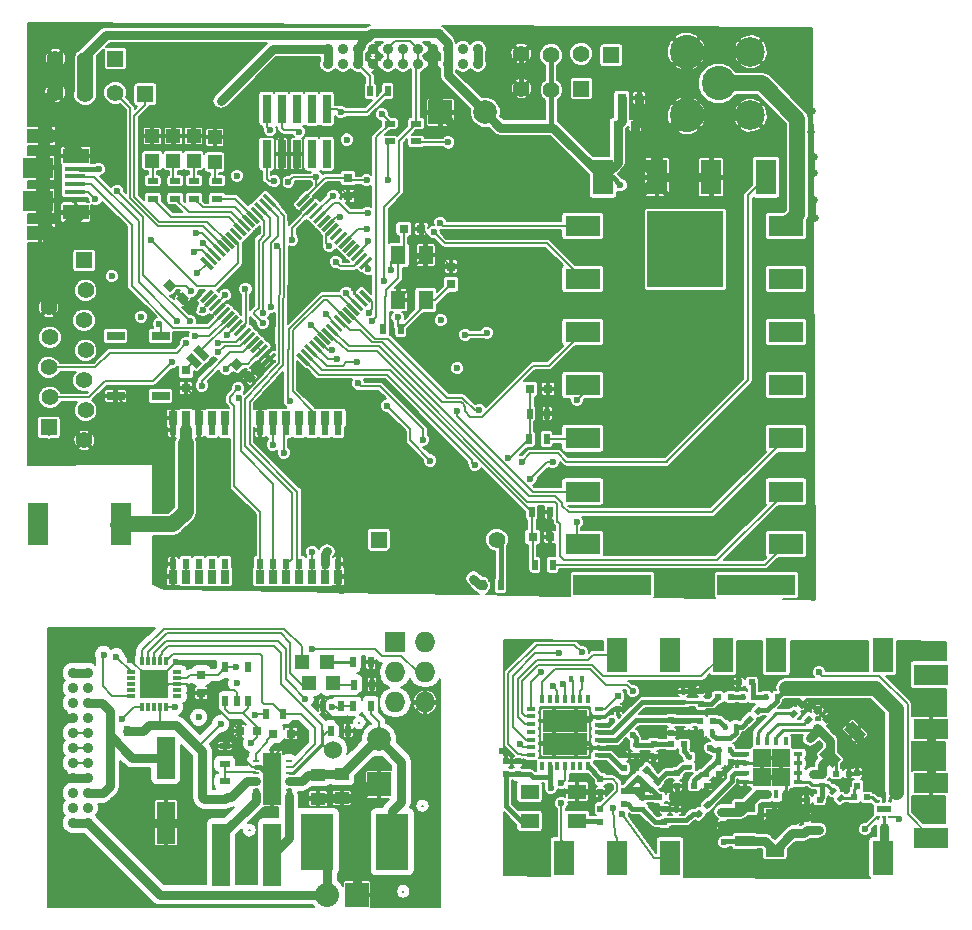
<source format=gbr>
G04 #@! TF.FileFunction,Copper,L1,Top,Signal*
%FSLAX46Y46*%
G04 Gerber Fmt 4.6, Leading zero omitted, Abs format (unit mm)*
G04 Created by KiCad (PCBNEW (after 2015-may-01 BZR unknown)-product) date Tue 12 May 2015 01:07:24 EDT*
%MOMM*%
G01*
G04 APERTURE LIST*
%ADD10C,0.100000*%
%ADD11R,1.700000X3.600000*%
%ADD12R,0.750000X0.800000*%
%ADD13R,0.800000X0.750000*%
%ADD14R,1.198880X1.198880*%
%ADD15C,1.998980*%
%ADD16R,1.998980X1.998980*%
%ADD17R,1.397000X1.397000*%
%ADD18C,1.397000*%
%ADD19R,0.760000X2.400000*%
%ADD20R,0.900000X0.500000*%
%ADD21R,0.500000X0.900000*%
%ADD22R,6.600000X1.800000*%
%ADD23R,3.000000X1.800000*%
%ADD24R,1.800000X3.000000*%
%ADD25R,6.400000X6.400000*%
%ADD26R,1.699260X0.398780*%
%ADD27R,2.301240X1.300480*%
%ADD28R,2.202180X1.300480*%
%ADD29R,2.499360X1.800860*%
%ADD30R,1.300480X1.600200*%
%ADD31C,2.900000*%
%ADD32C,2.500000*%
%ADD33R,0.800000X1.200000*%
%ADD34R,0.600000X0.900000*%
%ADD35R,1.524000X0.762000*%
%ADD36R,1.400000X1.400000*%
%ADD37C,1.400000*%
%ADD38C,0.900000*%
%ADD39R,1.600200X3.599180*%
%ADD40R,2.794000X4.826000*%
%ADD41R,1.501140X5.300980*%
%ADD42R,2.032000X2.032000*%
%ADD43O,2.032000X2.032000*%
%ADD44R,1.727200X1.727200*%
%ADD45O,1.727200X1.727200*%
%ADD46R,0.299720X0.728980*%
%ADD47R,0.728980X0.299720*%
%ADD48R,1.249680X1.249680*%
%ADD49C,0.500000*%
%ADD50O,0.600000X0.240000*%
%ADD51R,1.500000X4.500000*%
%ADD52C,1.524000*%
%ADD53R,1.250000X1.000000*%
%ADD54R,0.500000X0.600000*%
%ADD55R,0.600000X0.500000*%
%ADD56R,0.400000X0.600000*%
%ADD57R,0.600000X0.400000*%
%ADD58R,0.800100X0.350520*%
%ADD59R,0.350520X0.800100*%
%ADD60R,1.899920X1.899920*%
%ADD61R,0.800000X0.360000*%
%ADD62R,0.360000X0.800000*%
%ADD63R,1.625000X1.625000*%
%ADD64R,1.600000X1.000000*%
%ADD65R,1.600000X1.300000*%
%ADD66R,1.700000X0.900000*%
%ADD67R,1.300000X0.630000*%
%ADD68R,0.300000X0.280000*%
%ADD69C,0.600000*%
%ADD70C,0.660000*%
%ADD71C,0.800000*%
%ADD72C,0.200000*%
%ADD73C,1.056000*%
%ADD74C,1.350000*%
%ADD75C,0.400000*%
%ADD76C,0.160000*%
%ADD77C,0.250000*%
%ADD78C,0.152400*%
%ADD79C,1.300000*%
G04 APERTURE END LIST*
D10*
D11*
X79500000Y-82175000D03*
X72500000Y-82175000D03*
D12*
X85000000Y-70650000D03*
X85000000Y-69150000D03*
D10*
G36*
X90928338Y-69698008D02*
X90398008Y-70228338D01*
X89832322Y-69662652D01*
X90362652Y-69132322D01*
X90928338Y-69698008D01*
X90928338Y-69698008D01*
G37*
G36*
X89867678Y-68637348D02*
X89337348Y-69167678D01*
X88771662Y-68601992D01*
X89301992Y-68071662D01*
X89867678Y-68637348D01*
X89867678Y-68637348D01*
G37*
D12*
X107450000Y-61850000D03*
X107450000Y-60350000D03*
D13*
X103450000Y-57150000D03*
X104950000Y-57150000D03*
X114350000Y-83250000D03*
X115850000Y-83250000D03*
X121550000Y-48400000D03*
X123050000Y-48400000D03*
X121900000Y-46100000D03*
X123400000Y-46100000D03*
X114150000Y-70700000D03*
X115650000Y-70700000D03*
D14*
X82150000Y-49300980D03*
X82150000Y-51399020D03*
X83950000Y-49300980D03*
X83950000Y-51399020D03*
X85650000Y-49300980D03*
X85650000Y-51399020D03*
X87450000Y-49400980D03*
X87450000Y-51499020D03*
D15*
X110360000Y-47300000D03*
D16*
X106550000Y-47300000D03*
D10*
G36*
X86093395Y-67008580D02*
X86991420Y-67906605D01*
X86542407Y-68355618D01*
X85644382Y-67457593D01*
X86093395Y-67008580D01*
X86093395Y-67008580D01*
G37*
G36*
X85457593Y-67644382D02*
X86355618Y-68542407D01*
X85906605Y-68991420D01*
X85008580Y-68093395D01*
X85457593Y-67644382D01*
X85457593Y-67644382D01*
G37*
D17*
X118490000Y-45289040D03*
D18*
X115950000Y-45410960D03*
X113410000Y-45289040D03*
D17*
X79040000Y-42739040D03*
D18*
X76500000Y-42860960D03*
X73960000Y-42739040D03*
X79020000Y-45639040D03*
X76480000Y-45760960D03*
D17*
X81560000Y-45760960D03*
D18*
X73940000Y-45639040D03*
X118470000Y-42339040D03*
X115930000Y-42460960D03*
D17*
X121010000Y-42460960D03*
D18*
X113390000Y-42339040D03*
D17*
X73389040Y-73980000D03*
D18*
X73510960Y-71440000D03*
X73389040Y-68900000D03*
X73510960Y-66360000D03*
X73389040Y-63820000D03*
X76510960Y-62370000D03*
X76389040Y-64910000D03*
X76510960Y-67450000D03*
X76389040Y-69990000D03*
X76510960Y-72530000D03*
D17*
X76389040Y-59830000D03*
D18*
X76389040Y-75070000D03*
D19*
X91830000Y-50820000D03*
X91830000Y-47010000D03*
X93100000Y-50820000D03*
X93100000Y-47010000D03*
X94370000Y-50820000D03*
X94370000Y-47010000D03*
X95640000Y-50820000D03*
X95640000Y-47010000D03*
X96910000Y-50820000D03*
X96910000Y-47010000D03*
D20*
X104500000Y-49750000D03*
X104500000Y-48250000D03*
X102250000Y-49750000D03*
X102250000Y-48250000D03*
X82200000Y-53100000D03*
X82200000Y-54600000D03*
X84100000Y-53100000D03*
X84100000Y-54600000D03*
X85700000Y-53100000D03*
X85700000Y-54600000D03*
X87650000Y-53100000D03*
X87650000Y-54600000D03*
D21*
X101700000Y-65650000D03*
X103200000Y-65650000D03*
X114300000Y-81150000D03*
X115800000Y-81150000D03*
X116050000Y-85600000D03*
X114550000Y-85600000D03*
X114050000Y-74950000D03*
X115550000Y-74950000D03*
X114100000Y-72800000D03*
X115600000Y-72800000D03*
D22*
X133300000Y-87300000D03*
D23*
X135800000Y-83850000D03*
X135800000Y-79400000D03*
X135800000Y-74900000D03*
X135800000Y-70400000D03*
X135800000Y-65900000D03*
X135800000Y-61400000D03*
X135800000Y-56900000D03*
D24*
X134100000Y-52800000D03*
X124900000Y-52800000D03*
X129500000Y-52800000D03*
X120300000Y-52800000D03*
D23*
X118600000Y-56900000D03*
X118600000Y-61400000D03*
X118600000Y-65900000D03*
X118600000Y-70400000D03*
X118600000Y-74900000D03*
X118600000Y-79400000D03*
X118600000Y-83850000D03*
D22*
X121100000Y-87300000D03*
D25*
X127300000Y-58900000D03*
D26*
X75575680Y-53375000D03*
X75575680Y-52724760D03*
X75575680Y-54675480D03*
D27*
X72675000Y-49275440D03*
D28*
X75674740Y-50974700D03*
D27*
X72675000Y-57474560D03*
D28*
X75674740Y-55775300D03*
D26*
X75575680Y-54025240D03*
D29*
X72474340Y-51975460D03*
X72474340Y-54774540D03*
D26*
X75575680Y-52074520D03*
D30*
X102999380Y-63199920D03*
X102999380Y-59400080D03*
X105300620Y-59400080D03*
X105300620Y-63199920D03*
D31*
X130100000Y-44850000D03*
D32*
X132800020Y-42149980D03*
D31*
X127399980Y-42149980D03*
X127399980Y-47550020D03*
D32*
X132800020Y-47550020D03*
D21*
X102100000Y-45500000D03*
X100600000Y-45500000D03*
D33*
X83900000Y-86600000D03*
D34*
X83900000Y-85550000D03*
D33*
X85000000Y-86600000D03*
D34*
X85000000Y-85550000D03*
D33*
X86100000Y-86600000D03*
D34*
X86100000Y-85550000D03*
D33*
X87200000Y-86600000D03*
D34*
X87200000Y-85550000D03*
D33*
X88300000Y-86600000D03*
D34*
X88300000Y-85550000D03*
D33*
X91300000Y-86600000D03*
D34*
X91300000Y-85550000D03*
D33*
X92400000Y-86600000D03*
D34*
X92400000Y-85550000D03*
D33*
X93500000Y-86600000D03*
D34*
X93500000Y-85550000D03*
D33*
X94600000Y-86600000D03*
D34*
X94600000Y-85550000D03*
D33*
X95700000Y-86600000D03*
D34*
X95700000Y-85550000D03*
D33*
X96800000Y-86600000D03*
D34*
X96800000Y-85550000D03*
D33*
X97900000Y-86600000D03*
D34*
X97900000Y-85550000D03*
D33*
X83900000Y-73200000D03*
D34*
X83900000Y-74200000D03*
D33*
X85000000Y-73200000D03*
D34*
X85000000Y-74200000D03*
D33*
X86100000Y-73200000D03*
D34*
X86100000Y-74200000D03*
D33*
X87200000Y-73200000D03*
D34*
X87200000Y-74200000D03*
D33*
X88300000Y-73200000D03*
D34*
X88300000Y-74200000D03*
D33*
X91300000Y-73200000D03*
D34*
X91300000Y-74200000D03*
D33*
X92400000Y-73200000D03*
D34*
X92400000Y-74200000D03*
D33*
X93500000Y-73200000D03*
D34*
X93500000Y-74200000D03*
D33*
X94600000Y-73200000D03*
D34*
X94600000Y-74200000D03*
D33*
X95700000Y-73200000D03*
D34*
X95700000Y-74200000D03*
D33*
X96800000Y-73200000D03*
D34*
X96800000Y-74200000D03*
D33*
X97900000Y-73200000D03*
D34*
X97900000Y-74200000D03*
D35*
X82855000Y-66260000D03*
X82855000Y-71340000D03*
X79045000Y-66260000D03*
X79045000Y-71340000D03*
D12*
X98750000Y-52850000D03*
X98750000Y-54350000D03*
D10*
G36*
X83096662Y-61951992D02*
X83626992Y-61421662D01*
X84192678Y-61987348D01*
X83662348Y-62517678D01*
X83096662Y-61951992D01*
X83096662Y-61951992D01*
G37*
G36*
X84157322Y-63012652D02*
X84687652Y-62482322D01*
X85253338Y-63048008D01*
X84723008Y-63578338D01*
X84157322Y-63012652D01*
X84157322Y-63012652D01*
G37*
G36*
X87265977Y-64268075D02*
X88185555Y-63348497D01*
X88418901Y-63581843D01*
X87499323Y-64501421D01*
X87265977Y-64268075D01*
X87265977Y-64268075D01*
G37*
G36*
X87619799Y-64621897D02*
X88539377Y-63702319D01*
X88772723Y-63935665D01*
X87853145Y-64855243D01*
X87619799Y-64621897D01*
X87619799Y-64621897D01*
G37*
G36*
X87973621Y-64975719D02*
X88893199Y-64056141D01*
X89126545Y-64289487D01*
X88206967Y-65209065D01*
X87973621Y-64975719D01*
X87973621Y-64975719D01*
G37*
G36*
X88327443Y-65329541D02*
X89247021Y-64409963D01*
X89480367Y-64643309D01*
X88560789Y-65562887D01*
X88327443Y-65329541D01*
X88327443Y-65329541D01*
G37*
G36*
X88681265Y-65683363D02*
X89600843Y-64763785D01*
X89834189Y-64997131D01*
X88914611Y-65916709D01*
X88681265Y-65683363D01*
X88681265Y-65683363D01*
G37*
G36*
X86206306Y-63208404D02*
X87125884Y-62288826D01*
X87359230Y-62522172D01*
X86439652Y-63441750D01*
X86206306Y-63208404D01*
X86206306Y-63208404D01*
G37*
G36*
X86558332Y-63560430D02*
X87477910Y-62640852D01*
X87711256Y-62874198D01*
X86791678Y-63793776D01*
X86558332Y-63560430D01*
X86558332Y-63560430D01*
G37*
G36*
X86912155Y-63914252D02*
X87831733Y-62994674D01*
X88065079Y-63228020D01*
X87145501Y-64147598D01*
X86912155Y-63914252D01*
X86912155Y-63914252D01*
G37*
G36*
X94338826Y-67824116D02*
X94572172Y-67590770D01*
X95491750Y-68510348D01*
X95258404Y-68743694D01*
X94338826Y-67824116D01*
X94338826Y-67824116D01*
G37*
G36*
X94690852Y-67472090D02*
X94924198Y-67238744D01*
X95843776Y-68158322D01*
X95610430Y-68391668D01*
X94690852Y-67472090D01*
X94690852Y-67472090D01*
G37*
G36*
X95044674Y-67118267D02*
X95278020Y-66884921D01*
X96197598Y-67804499D01*
X95964252Y-68037845D01*
X95044674Y-67118267D01*
X95044674Y-67118267D01*
G37*
G36*
X95398497Y-66764445D02*
X95631843Y-66531099D01*
X96551421Y-67450677D01*
X96318075Y-67684023D01*
X95398497Y-66764445D01*
X95398497Y-66764445D01*
G37*
G36*
X95752319Y-66410623D02*
X95985665Y-66177277D01*
X96905243Y-67096855D01*
X96671897Y-67330201D01*
X95752319Y-66410623D01*
X95752319Y-66410623D01*
G37*
G36*
X96106141Y-66056801D02*
X96339487Y-65823455D01*
X97259065Y-66743033D01*
X97025719Y-66976379D01*
X96106141Y-66056801D01*
X96106141Y-66056801D01*
G37*
G36*
X96459963Y-65702979D02*
X96693309Y-65469633D01*
X97612887Y-66389211D01*
X97379541Y-66622557D01*
X96459963Y-65702979D01*
X96459963Y-65702979D01*
G37*
G36*
X96813785Y-65349157D02*
X97047131Y-65115811D01*
X97966709Y-66035389D01*
X97733363Y-66268735D01*
X96813785Y-65349157D01*
X96813785Y-65349157D01*
G37*
G36*
X99640770Y-60377828D02*
X100560348Y-59458250D01*
X100793694Y-59691596D01*
X99874116Y-60611174D01*
X99640770Y-60377828D01*
X99640770Y-60377828D01*
G37*
G36*
X99288744Y-60025802D02*
X100208322Y-59106224D01*
X100441668Y-59339570D01*
X99522090Y-60259148D01*
X99288744Y-60025802D01*
X99288744Y-60025802D01*
G37*
G36*
X98934921Y-59671980D02*
X99854499Y-58752402D01*
X100087845Y-58985748D01*
X99168267Y-59905326D01*
X98934921Y-59671980D01*
X98934921Y-59671980D01*
G37*
G36*
X98581099Y-59318157D02*
X99500677Y-58398579D01*
X99734023Y-58631925D01*
X98814445Y-59551503D01*
X98581099Y-59318157D01*
X98581099Y-59318157D01*
G37*
G36*
X98227277Y-58964335D02*
X99146855Y-58044757D01*
X99380201Y-58278103D01*
X98460623Y-59197681D01*
X98227277Y-58964335D01*
X98227277Y-58964335D01*
G37*
G36*
X97873455Y-58610513D02*
X98793033Y-57690935D01*
X99026379Y-57924281D01*
X98106801Y-58843859D01*
X97873455Y-58610513D01*
X97873455Y-58610513D01*
G37*
G36*
X97519633Y-58256691D02*
X98439211Y-57337113D01*
X98672557Y-57570459D01*
X97752979Y-58490037D01*
X97519633Y-58256691D01*
X97519633Y-58256691D01*
G37*
G36*
X97165811Y-57902869D02*
X98085389Y-56983291D01*
X98318735Y-57216637D01*
X97399157Y-58136215D01*
X97165811Y-57902869D01*
X97165811Y-57902869D01*
G37*
G36*
X91508250Y-54389652D02*
X91741596Y-54156306D01*
X92661174Y-55075884D01*
X92427828Y-55309230D01*
X91508250Y-54389652D01*
X91508250Y-54389652D01*
G37*
G36*
X91156224Y-54741678D02*
X91389570Y-54508332D01*
X92309148Y-55427910D01*
X92075802Y-55661256D01*
X91156224Y-54741678D01*
X91156224Y-54741678D01*
G37*
G36*
X90802402Y-55095501D02*
X91035748Y-54862155D01*
X91955326Y-55781733D01*
X91721980Y-56015079D01*
X90802402Y-55095501D01*
X90802402Y-55095501D01*
G37*
G36*
X90448579Y-55449323D02*
X90681925Y-55215977D01*
X91601503Y-56135555D01*
X91368157Y-56368901D01*
X90448579Y-55449323D01*
X90448579Y-55449323D01*
G37*
G36*
X90094757Y-55803145D02*
X90328103Y-55569799D01*
X91247681Y-56489377D01*
X91014335Y-56722723D01*
X90094757Y-55803145D01*
X90094757Y-55803145D01*
G37*
G36*
X89740935Y-56156967D02*
X89974281Y-55923621D01*
X90893859Y-56843199D01*
X90660513Y-57076545D01*
X89740935Y-56156967D01*
X89740935Y-56156967D01*
G37*
G36*
X89387113Y-56510789D02*
X89620459Y-56277443D01*
X90540037Y-57197021D01*
X90306691Y-57430367D01*
X89387113Y-56510789D01*
X89387113Y-56510789D01*
G37*
G36*
X89033291Y-56864611D02*
X89266637Y-56631265D01*
X90186215Y-57550843D01*
X89952869Y-57784189D01*
X89033291Y-56864611D01*
X89033291Y-56864611D01*
G37*
G36*
X89033291Y-66035389D02*
X89952869Y-65115811D01*
X90186215Y-65349157D01*
X89266637Y-66268735D01*
X89033291Y-66035389D01*
X89033291Y-66035389D01*
G37*
G36*
X89387113Y-66389211D02*
X90306691Y-65469633D01*
X90540037Y-65702979D01*
X89620459Y-66622557D01*
X89387113Y-66389211D01*
X89387113Y-66389211D01*
G37*
G36*
X89740935Y-66743033D02*
X90660513Y-65823455D01*
X90893859Y-66056801D01*
X89974281Y-66976379D01*
X89740935Y-66743033D01*
X89740935Y-66743033D01*
G37*
G36*
X97165811Y-64997131D02*
X97399157Y-64763785D01*
X98318735Y-65683363D01*
X98085389Y-65916709D01*
X97165811Y-64997131D01*
X97165811Y-64997131D01*
G37*
G36*
X97519633Y-64643309D02*
X97752979Y-64409963D01*
X98672557Y-65329541D01*
X98439211Y-65562887D01*
X97519633Y-64643309D01*
X97519633Y-64643309D01*
G37*
G36*
X97873455Y-64289487D02*
X98106801Y-64056141D01*
X99026379Y-64975719D01*
X98793033Y-65209065D01*
X97873455Y-64289487D01*
X97873455Y-64289487D01*
G37*
G36*
X96813785Y-57550843D02*
X97733363Y-56631265D01*
X97966709Y-56864611D01*
X97047131Y-57784189D01*
X96813785Y-57550843D01*
X96813785Y-57550843D01*
G37*
G36*
X96459963Y-57197021D02*
X97379541Y-56277443D01*
X97612887Y-56510789D01*
X96693309Y-57430367D01*
X96459963Y-57197021D01*
X96459963Y-57197021D01*
G37*
G36*
X96106141Y-56843199D02*
X97025719Y-55923621D01*
X97259065Y-56156967D01*
X96339487Y-57076545D01*
X96106141Y-56843199D01*
X96106141Y-56843199D01*
G37*
G36*
X88681265Y-57216637D02*
X88914611Y-56983291D01*
X89834189Y-57902869D01*
X89600843Y-58136215D01*
X88681265Y-57216637D01*
X88681265Y-57216637D01*
G37*
G36*
X88327443Y-57570459D02*
X88560789Y-57337113D01*
X89480367Y-58256691D01*
X89247021Y-58490037D01*
X88327443Y-57570459D01*
X88327443Y-57570459D01*
G37*
G36*
X87973621Y-57924281D02*
X88206967Y-57690935D01*
X89126545Y-58610513D01*
X88893199Y-58843859D01*
X87973621Y-57924281D01*
X87973621Y-57924281D01*
G37*
G36*
X90094757Y-67096855D02*
X91014335Y-66177277D01*
X91247681Y-66410623D01*
X90328103Y-67330201D01*
X90094757Y-67096855D01*
X90094757Y-67096855D01*
G37*
G36*
X90448579Y-67450677D02*
X91368157Y-66531099D01*
X91601503Y-66764445D01*
X90681925Y-67684023D01*
X90448579Y-67450677D01*
X90448579Y-67450677D01*
G37*
G36*
X90802402Y-67804499D02*
X91721980Y-66884921D01*
X91955326Y-67118267D01*
X91035748Y-68037845D01*
X90802402Y-67804499D01*
X90802402Y-67804499D01*
G37*
G36*
X91156224Y-68158322D02*
X92075802Y-67238744D01*
X92309148Y-67472090D01*
X91389570Y-68391668D01*
X91156224Y-68158322D01*
X91156224Y-68158322D01*
G37*
G36*
X91508250Y-68510348D02*
X92427828Y-67590770D01*
X92661174Y-67824116D01*
X91741596Y-68743694D01*
X91508250Y-68510348D01*
X91508250Y-68510348D01*
G37*
G36*
X98227277Y-63935665D02*
X98460623Y-63702319D01*
X99380201Y-64621897D01*
X99146855Y-64855243D01*
X98227277Y-63935665D01*
X98227277Y-63935665D01*
G37*
G36*
X98581099Y-63581843D02*
X98814445Y-63348497D01*
X99734023Y-64268075D01*
X99500677Y-64501421D01*
X98581099Y-63581843D01*
X98581099Y-63581843D01*
G37*
G36*
X98934921Y-63228020D02*
X99168267Y-62994674D01*
X100087845Y-63914252D01*
X99854499Y-64147598D01*
X98934921Y-63228020D01*
X98934921Y-63228020D01*
G37*
G36*
X99288744Y-62874198D02*
X99522090Y-62640852D01*
X100441668Y-63560430D01*
X100208322Y-63793776D01*
X99288744Y-62874198D01*
X99288744Y-62874198D01*
G37*
G36*
X99640770Y-62522172D02*
X99874116Y-62288826D01*
X100793694Y-63208404D01*
X100560348Y-63441750D01*
X99640770Y-62522172D01*
X99640770Y-62522172D01*
G37*
G36*
X95752319Y-56489377D02*
X96671897Y-55569799D01*
X96905243Y-55803145D01*
X95985665Y-56722723D01*
X95752319Y-56489377D01*
X95752319Y-56489377D01*
G37*
G36*
X95398497Y-56135555D02*
X96318075Y-55215977D01*
X96551421Y-55449323D01*
X95631843Y-56368901D01*
X95398497Y-56135555D01*
X95398497Y-56135555D01*
G37*
G36*
X95044674Y-55781733D02*
X95964252Y-54862155D01*
X96197598Y-55095501D01*
X95278020Y-56015079D01*
X95044674Y-55781733D01*
X95044674Y-55781733D01*
G37*
G36*
X94690852Y-55427910D02*
X95610430Y-54508332D01*
X95843776Y-54741678D01*
X94924198Y-55661256D01*
X94690852Y-55427910D01*
X94690852Y-55427910D01*
G37*
G36*
X94338826Y-55075884D02*
X95258404Y-54156306D01*
X95491750Y-54389652D01*
X94572172Y-55309230D01*
X94338826Y-55075884D01*
X94338826Y-55075884D01*
G37*
G36*
X87619799Y-58278103D02*
X87853145Y-58044757D01*
X88772723Y-58964335D01*
X88539377Y-59197681D01*
X87619799Y-58278103D01*
X87619799Y-58278103D01*
G37*
G36*
X87265977Y-58631925D02*
X87499323Y-58398579D01*
X88418901Y-59318157D01*
X88185555Y-59551503D01*
X87265977Y-58631925D01*
X87265977Y-58631925D01*
G37*
G36*
X86912155Y-58985748D02*
X87145501Y-58752402D01*
X88065079Y-59671980D01*
X87831733Y-59905326D01*
X86912155Y-58985748D01*
X86912155Y-58985748D01*
G37*
G36*
X86558332Y-59339570D02*
X86791678Y-59106224D01*
X87711256Y-60025802D01*
X87477910Y-60259148D01*
X86558332Y-59339570D01*
X86558332Y-59339570D01*
G37*
G36*
X86206306Y-59691596D02*
X86439652Y-59458250D01*
X87359230Y-60377828D01*
X87125884Y-60611174D01*
X86206306Y-59691596D01*
X86206306Y-59691596D01*
G37*
D36*
X101325000Y-83475000D03*
D37*
X111325000Y-83475000D03*
D21*
X111650000Y-87350000D03*
X110150000Y-87350000D03*
D38*
X97020000Y-41930000D03*
X98290000Y-41930000D03*
X99560000Y-41930000D03*
X100830000Y-41930000D03*
X102100000Y-41930000D03*
X103370000Y-41930000D03*
X104640000Y-41930000D03*
X105910000Y-41930000D03*
X107180000Y-41930000D03*
X108450000Y-41930000D03*
X109720000Y-41930000D03*
X109720000Y-43200000D03*
X108450000Y-43200000D03*
X107180000Y-43200000D03*
X105910000Y-43200000D03*
X104640000Y-43200000D03*
X103370000Y-43200000D03*
X102100000Y-43200000D03*
X100830000Y-43200000D03*
X99560000Y-43200000D03*
X98290000Y-43200000D03*
X97020000Y-43200000D03*
X75440000Y-107460000D03*
X75440000Y-106190000D03*
X75440000Y-104920000D03*
X75440000Y-103650000D03*
X75440000Y-102380000D03*
X75440000Y-101110000D03*
X75440000Y-99840000D03*
X75440000Y-98570000D03*
X75440000Y-97300000D03*
X75440000Y-96030000D03*
X75440000Y-94760000D03*
X76710000Y-94760000D03*
X76710000Y-96030000D03*
X76710000Y-97300000D03*
X76710000Y-98570000D03*
X76710000Y-99840000D03*
X76710000Y-101110000D03*
X76710000Y-102380000D03*
X76710000Y-103650000D03*
X76710000Y-104920000D03*
X76710000Y-106190000D03*
X76710000Y-107460000D03*
D13*
X92400000Y-99900000D03*
X93900000Y-99900000D03*
X91050000Y-99700000D03*
X89550000Y-99700000D03*
D12*
X86300000Y-94950000D03*
X86300000Y-96450000D03*
D39*
X83300000Y-101949180D03*
X83300000Y-107450820D03*
D14*
X96949020Y-93850000D03*
X94850980Y-93850000D03*
X97499020Y-95650000D03*
X95400980Y-95650000D03*
D40*
X102475000Y-109050000D03*
X96125000Y-109050000D03*
D41*
X92309000Y-110150000D03*
X87991000Y-110150000D03*
D42*
X99500000Y-113550000D03*
D43*
X96960000Y-113550000D03*
D44*
X102725000Y-92175000D03*
D45*
X105265000Y-92175000D03*
X102725000Y-94715000D03*
X105265000Y-94715000D03*
X102725000Y-97255000D03*
X105265000Y-97255000D03*
D21*
X100650000Y-97550000D03*
X99150000Y-97550000D03*
X98100000Y-97550000D03*
X96600000Y-97550000D03*
D20*
X88300000Y-105450000D03*
X88300000Y-103950000D03*
X88300000Y-102450000D03*
X88300000Y-100950000D03*
D21*
X78550000Y-99700000D03*
X80050000Y-99700000D03*
X100650000Y-93850000D03*
X99150000Y-93850000D03*
X100750000Y-95750000D03*
X99250000Y-95750000D03*
D34*
X90250000Y-94300000D03*
X89300000Y-97100000D03*
X88350000Y-94300000D03*
X90250000Y-97100000D03*
X88350000Y-97100000D03*
D46*
X81299240Y-97665960D03*
X81799620Y-97665960D03*
X82300000Y-97665960D03*
X82800380Y-97665960D03*
D47*
X84265960Y-96700760D03*
X84265960Y-96200380D03*
X84265960Y-95700000D03*
X84265960Y-95199620D03*
X84265960Y-94699240D03*
D48*
X82924840Y-96324840D03*
X81675160Y-96324840D03*
X81675160Y-95075160D03*
X82924840Y-95075160D03*
D46*
X83300760Y-93734040D03*
X82800380Y-93734040D03*
X82300000Y-93734040D03*
X81799620Y-93734040D03*
X81299240Y-93734040D03*
D47*
X80334040Y-94699240D03*
X80334040Y-95199620D03*
X80334040Y-95700000D03*
X80334040Y-96200380D03*
X80334040Y-96700760D03*
D46*
X83300760Y-97665960D03*
D49*
X92200000Y-104800000D03*
X92300000Y-103900000D03*
X92300000Y-102800000D03*
D50*
X93700000Y-105200000D03*
X93700000Y-104700000D03*
X93700000Y-104200000D03*
X93700000Y-103200000D03*
X93700000Y-103700000D03*
X93700000Y-102700000D03*
X93700000Y-102200000D03*
X90900000Y-102200000D03*
X90900000Y-102700000D03*
X90900000Y-103700000D03*
X90900000Y-103200000D03*
X90900000Y-104200000D03*
X90900000Y-104700000D03*
X90900000Y-105200000D03*
D51*
X92300000Y-103700000D03*
D52*
X97450000Y-101250000D03*
D15*
X101350000Y-100390000D03*
D16*
X101350000Y-104200000D03*
D21*
X93250000Y-98250000D03*
X91750000Y-98250000D03*
X97250000Y-99650000D03*
X98750000Y-99650000D03*
D53*
X96200000Y-103400000D03*
X96200000Y-105400000D03*
X98200000Y-103350000D03*
X98200000Y-105350000D03*
D54*
X120100000Y-107350000D03*
X120100000Y-106250000D03*
X120100000Y-103750000D03*
X120100000Y-104850000D03*
X122100000Y-101750000D03*
X122100000Y-102850000D03*
X121600000Y-96750000D03*
X121600000Y-97850000D03*
X126100000Y-98750000D03*
X126100000Y-99850000D03*
X128600000Y-96250000D03*
X128600000Y-97350000D03*
D55*
X131150000Y-96800000D03*
X130050000Y-96800000D03*
X129650000Y-98800000D03*
X128550000Y-98800000D03*
X131800000Y-95550000D03*
X132900000Y-95550000D03*
D10*
G36*
X133524264Y-97522182D02*
X133877818Y-97875736D01*
X133453554Y-98300000D01*
X133100000Y-97946446D01*
X133524264Y-97522182D01*
X133524264Y-97522182D01*
G37*
G36*
X132746446Y-98300000D02*
X133100000Y-98653554D01*
X132675736Y-99077818D01*
X132322182Y-98724264D01*
X132746446Y-98300000D01*
X132746446Y-98300000D01*
G37*
D54*
X124600000Y-100750000D03*
X124600000Y-101850000D03*
D55*
X127150000Y-100800000D03*
X126050000Y-100800000D03*
D54*
X126600000Y-103250000D03*
X126600000Y-104350000D03*
D10*
G36*
X123175736Y-104077818D02*
X122822182Y-103724264D01*
X123246446Y-103300000D01*
X123600000Y-103653554D01*
X123175736Y-104077818D01*
X123175736Y-104077818D01*
G37*
G36*
X123953554Y-103300000D02*
X123600000Y-102946446D01*
X124024264Y-102522182D01*
X124377818Y-102875736D01*
X123953554Y-103300000D01*
X123953554Y-103300000D01*
G37*
D55*
X125050000Y-105300000D03*
X126150000Y-105300000D03*
D54*
X122100000Y-105850000D03*
X122100000Y-104750000D03*
D10*
G36*
X136425736Y-98577818D02*
X136072182Y-98224264D01*
X136496446Y-97800000D01*
X136850000Y-98153554D01*
X136425736Y-98577818D01*
X136425736Y-98577818D01*
G37*
G36*
X137203554Y-97800000D02*
X136850000Y-97446446D01*
X137274264Y-97022182D01*
X137627818Y-97375736D01*
X137203554Y-97800000D01*
X137203554Y-97800000D01*
G37*
G36*
X137675736Y-99077818D02*
X137322182Y-98724264D01*
X137746446Y-98300000D01*
X138100000Y-98653554D01*
X137675736Y-99077818D01*
X137675736Y-99077818D01*
G37*
G36*
X138453554Y-98300000D02*
X138100000Y-97946446D01*
X138524264Y-97522182D01*
X138877818Y-97875736D01*
X138453554Y-98300000D01*
X138453554Y-98300000D01*
G37*
D55*
X128050000Y-104300000D03*
X129150000Y-104300000D03*
D54*
X125500000Y-107350000D03*
X125500000Y-106250000D03*
D55*
X129050000Y-103300000D03*
X130150000Y-103300000D03*
X130050000Y-102300000D03*
X131150000Y-102300000D03*
D10*
G36*
X129224264Y-105522182D02*
X129577818Y-105875736D01*
X129153554Y-106300000D01*
X128800000Y-105946446D01*
X129224264Y-105522182D01*
X129224264Y-105522182D01*
G37*
G36*
X128446446Y-106300000D02*
X128800000Y-106653554D01*
X128375736Y-107077818D01*
X128022182Y-106724264D01*
X128446446Y-106300000D01*
X128446446Y-106300000D01*
G37*
D54*
X130350000Y-107600000D03*
X130350000Y-106500000D03*
D10*
G36*
X138425736Y-99827818D02*
X138072182Y-99474264D01*
X138496446Y-99050000D01*
X138850000Y-99403554D01*
X138425736Y-99827818D01*
X138425736Y-99827818D01*
G37*
G36*
X139203554Y-99050000D02*
X138850000Y-98696446D01*
X139274264Y-98272182D01*
X139627818Y-98625736D01*
X139203554Y-99050000D01*
X139203554Y-99050000D01*
G37*
D54*
X137600000Y-108100000D03*
X137600000Y-107000000D03*
X136600000Y-108350000D03*
X136600000Y-107250000D03*
D55*
X138650000Y-105500000D03*
X137550000Y-105500000D03*
X140050000Y-103300000D03*
X141150000Y-103300000D03*
D54*
X141850000Y-104350000D03*
X141850000Y-103250000D03*
D55*
X142650000Y-105300000D03*
X141550000Y-105300000D03*
D56*
X117650000Y-95300000D03*
X118550000Y-95300000D03*
D57*
X127100000Y-96350000D03*
X127100000Y-97250000D03*
X127600000Y-98850000D03*
X127600000Y-99750000D03*
D56*
X133050000Y-96800000D03*
X132150000Y-96800000D03*
X131550000Y-99300000D03*
X130650000Y-99300000D03*
X129550000Y-99800000D03*
X128650000Y-99800000D03*
X135050000Y-96800000D03*
X134150000Y-96800000D03*
D57*
X123100000Y-101750000D03*
X123100000Y-100850000D03*
X127600000Y-102750000D03*
X127600000Y-101850000D03*
D10*
G36*
X124352513Y-104971751D02*
X123928249Y-104547487D01*
X124211091Y-104264645D01*
X124635355Y-104688909D01*
X124352513Y-104971751D01*
X124352513Y-104971751D01*
G37*
G36*
X124988909Y-104335355D02*
X124564645Y-103911091D01*
X124847487Y-103628249D01*
X125271751Y-104052513D01*
X124988909Y-104335355D01*
X124988909Y-104335355D01*
G37*
D57*
X123600000Y-106250000D03*
X123600000Y-105350000D03*
D56*
X130150000Y-101300000D03*
X131050000Y-101300000D03*
D57*
X138850000Y-103350000D03*
X138850000Y-104250000D03*
D10*
G36*
X140771751Y-105297487D02*
X140347487Y-105721751D01*
X140064645Y-105438909D01*
X140488909Y-105014645D01*
X140771751Y-105297487D01*
X140771751Y-105297487D01*
G37*
G36*
X140135355Y-104661091D02*
X139711091Y-105085355D01*
X139428249Y-104802513D01*
X139852513Y-104378249D01*
X140135355Y-104661091D01*
X140135355Y-104661091D01*
G37*
D57*
X126500000Y-107250000D03*
X126500000Y-106350000D03*
D24*
X117050000Y-110400000D03*
X121500000Y-110400000D03*
X126000000Y-110400000D03*
X144000000Y-110400000D03*
D23*
X148100000Y-108700000D03*
X148100000Y-99500000D03*
X148100000Y-104100000D03*
X148100000Y-94900000D03*
D24*
X144000000Y-93200000D03*
X135000000Y-93200000D03*
X130500000Y-93200000D03*
X126000000Y-93200000D03*
X121500000Y-93200000D03*
D58*
X119949880Y-101100480D03*
X119949880Y-100450240D03*
X119949880Y-99800000D03*
X119949880Y-99149760D03*
D59*
X119050720Y-96947580D03*
X118400480Y-96947580D03*
X117750240Y-96947580D03*
X117100000Y-96947580D03*
X116449760Y-96947580D03*
X115799520Y-96947580D03*
X115149280Y-96947580D03*
D58*
X119949880Y-101750720D03*
D60*
X118049960Y-98850040D03*
X118049960Y-100749960D03*
X116150040Y-100749960D03*
X116150040Y-98850040D03*
D58*
X114247580Y-97798480D03*
X114247580Y-98448720D03*
X114247580Y-99098960D03*
X114247580Y-99800000D03*
X114247580Y-100399440D03*
X114247580Y-101049680D03*
X114247580Y-101699920D03*
D59*
X115149280Y-102649880D03*
X115799520Y-102649880D03*
X116449760Y-102649880D03*
X117100000Y-102649880D03*
X117750240Y-102649880D03*
X118400480Y-102649880D03*
X119050720Y-102649880D03*
D58*
X119949880Y-98499520D03*
X119949880Y-97849280D03*
D61*
X132350000Y-101600000D03*
X132350000Y-102400000D03*
X132350000Y-103200000D03*
X132350000Y-104000000D03*
D62*
X134200000Y-105050000D03*
X135000000Y-105050000D03*
X135800000Y-105050000D03*
D61*
X136850000Y-104000000D03*
X136850000Y-103200000D03*
D63*
X133787500Y-103612500D03*
X133787500Y-101987500D03*
X135412500Y-101987500D03*
X135412500Y-103612500D03*
D61*
X136850000Y-102400000D03*
X136850000Y-101600000D03*
D62*
X135800000Y-100550000D03*
X135000000Y-100550000D03*
X134200000Y-100550000D03*
X133400000Y-100550000D03*
X133400000Y-105050000D03*
D64*
X134850000Y-109800000D03*
X134850000Y-106800000D03*
D10*
G36*
X141448528Y-98820101D02*
X142579899Y-99951472D01*
X141872792Y-100658579D01*
X140741421Y-99527208D01*
X141448528Y-98820101D01*
X141448528Y-98820101D01*
G37*
G36*
X139327208Y-100941421D02*
X140458579Y-102072792D01*
X139751472Y-102779899D01*
X138620101Y-101648528D01*
X139327208Y-100941421D01*
X139327208Y-100941421D01*
G37*
D54*
X112100000Y-103350000D03*
X112100000Y-102250000D03*
X113100000Y-103350000D03*
X113100000Y-102250000D03*
D65*
X114100000Y-104800000D03*
X118100000Y-104800000D03*
X114100000Y-107300000D03*
X118100000Y-107300000D03*
D66*
X132350000Y-109000000D03*
X132350000Y-106100000D03*
D67*
X144100000Y-106300000D03*
D68*
X143600000Y-105640000D03*
X144100000Y-105640000D03*
X144600000Y-105640000D03*
X143600000Y-106960000D03*
X144100000Y-106960000D03*
X144600000Y-106960000D03*
D69*
X105050000Y-102375000D03*
X105075000Y-108700000D03*
X105175000Y-111175000D03*
X90025000Y-109825000D03*
X76200000Y-113500000D03*
X74925000Y-111400000D03*
X76175000Y-92550000D03*
X89300000Y-95650000D03*
X86100000Y-98500000D03*
X81225000Y-64600000D03*
X78725000Y-61175000D03*
X98625000Y-49600000D03*
X106575000Y-64900000D03*
X107975000Y-68975000D03*
X89325000Y-52675000D03*
X123000000Y-102600000D03*
X120900000Y-104400000D03*
X125800000Y-104400000D03*
X139800000Y-106400000D03*
X124850000Y-99550000D03*
X125350000Y-102050000D03*
X114350000Y-106050000D03*
X111800000Y-101400000D03*
X128500000Y-101200000D03*
X122400000Y-97500000D03*
X135500000Y-103500000D03*
X135412500Y-101987500D03*
X133700000Y-101900000D03*
X133787500Y-103612500D03*
X116150040Y-98850040D03*
X116300000Y-100600000D03*
X118300000Y-106000000D03*
X142600000Y-101300000D03*
X134800000Y-108000000D03*
X128200000Y-109900000D03*
X129000000Y-111000000D03*
X129400000Y-106900000D03*
X130800000Y-97900000D03*
X132100000Y-97900000D03*
X127700000Y-98000000D03*
X125400000Y-98000000D03*
X132400000Y-93800000D03*
X132400000Y-100600000D03*
X135800000Y-97500000D03*
X134100000Y-95600000D03*
X136700000Y-100700000D03*
X137900000Y-101200000D03*
X85350000Y-107225000D03*
X84200000Y-93800000D03*
X89700000Y-101800000D03*
X80250000Y-93650000D03*
X81675160Y-95075160D03*
X81050000Y-107350000D03*
X82924840Y-96324840D03*
X92150000Y-106550000D03*
X99500000Y-108800000D03*
X125325000Y-66850000D03*
X91150000Y-72000000D03*
X115525000Y-69525000D03*
X115125000Y-87900000D03*
X115200000Y-86300000D03*
X115200000Y-82300000D03*
X126300000Y-54825000D03*
X98250000Y-87850000D03*
X103200000Y-44250000D03*
X104875000Y-50950000D03*
X99525000Y-53750000D03*
X89425000Y-63050000D03*
X89675000Y-69625000D03*
X99275000Y-62150000D03*
X104250000Y-59650000D03*
X111525000Y-49600000D03*
X110600000Y-50825000D03*
X109850000Y-51650000D03*
X111825000Y-53600000D03*
X110450000Y-54900000D03*
X108350000Y-52925000D03*
X107000000Y-53700000D03*
X109150000Y-56050000D03*
X112725000Y-52625000D03*
X114600000Y-50875000D03*
X115475000Y-51000000D03*
D70*
X135350000Y-43850000D03*
X137150000Y-45400000D03*
X138050000Y-47200000D03*
X137950000Y-49000000D03*
X138200000Y-51050000D03*
X138200000Y-52400000D03*
X138150000Y-54700000D03*
X138250000Y-56250000D03*
X137650000Y-58500000D03*
X135650000Y-58350000D03*
X133850000Y-58300000D03*
X133500000Y-57250000D03*
X134050000Y-55300000D03*
X135550000Y-54650000D03*
X135550000Y-53150000D03*
X135550000Y-51300000D03*
X135300000Y-50150000D03*
X134500000Y-49100000D03*
X83500000Y-83800000D03*
X85550000Y-83450000D03*
X86400000Y-81300000D03*
X86500000Y-79400000D03*
X86500000Y-77950000D03*
X86350000Y-76000000D03*
X83000000Y-72700000D03*
X83050000Y-74400000D03*
X83150000Y-75900000D03*
X83250000Y-78150000D03*
X83200000Y-79750000D03*
D69*
X102925000Y-64650000D03*
X100500000Y-64275000D03*
X100450000Y-60550000D03*
X102400000Y-60650000D03*
X145400000Y-107100000D03*
X115900000Y-104500000D03*
X130600000Y-109100000D03*
X137850000Y-100300000D03*
X138100000Y-103300000D03*
X138600000Y-108050000D03*
X129400000Y-101100000D03*
X121800000Y-53475000D03*
X109350000Y-86775000D03*
X96975000Y-84475000D03*
X93675000Y-53175000D03*
X92475000Y-53125000D03*
X96025000Y-52775000D03*
X85475000Y-62425000D03*
X88325000Y-62775000D03*
X100300000Y-53050000D03*
X102150000Y-53000000D03*
X107200000Y-49850000D03*
X98600000Y-62575000D03*
X88425000Y-69050000D03*
X109450000Y-77150000D03*
X112300000Y-76550000D03*
X97150000Y-58600000D03*
X91525000Y-64300000D03*
X107975000Y-72550000D03*
X113450000Y-76875000D03*
X105075000Y-75025000D03*
X99550000Y-70250000D03*
X92175000Y-63750000D03*
X105700000Y-76775000D03*
X102025000Y-72125000D03*
X91500000Y-65100000D03*
X118125000Y-71650000D03*
X116050000Y-76900000D03*
X114175000Y-78325000D03*
X77625000Y-52125000D03*
X87950000Y-46325000D03*
X88500000Y-66125000D03*
X85350000Y-65000000D03*
X79200000Y-53925000D03*
X118490000Y-45289040D03*
X100450000Y-58200000D03*
X90050000Y-62250000D03*
X97500000Y-54350000D03*
X100400000Y-55800000D03*
X86350000Y-70425000D03*
X83850000Y-68425000D03*
X87750000Y-67625000D03*
X85050000Y-66850000D03*
X87725000Y-66825000D03*
X85875000Y-57475000D03*
X86425000Y-58350000D03*
X85650000Y-59100000D03*
X85975000Y-60925000D03*
X82075000Y-58075000D03*
X96825000Y-64350000D03*
X92125000Y-48800000D03*
X95625000Y-65325000D03*
X94550000Y-48925000D03*
X97700000Y-59950000D03*
X98100000Y-47275000D03*
X98075000Y-56125000D03*
X106550000Y-56650000D03*
X100350000Y-57150000D03*
X105975000Y-57450000D03*
X109850000Y-72500000D03*
X118100000Y-82000000D03*
X85750000Y-66225000D03*
X84250000Y-64950000D03*
X89475000Y-71525000D03*
X101575000Y-47450000D03*
X100750000Y-65000000D03*
X97800000Y-68200000D03*
X89450000Y-70675000D03*
X101800000Y-61550000D03*
X97400000Y-67450000D03*
X93825000Y-71775000D03*
X92750000Y-58650000D03*
X94000000Y-58100000D03*
X99500000Y-68425000D03*
X108650000Y-66125000D03*
X110475000Y-65950000D03*
X86425000Y-64000000D03*
X82700000Y-65225000D03*
X92350000Y-75450000D03*
X93300000Y-76100000D03*
X77350000Y-54650000D03*
X95700000Y-84500000D03*
X94800000Y-103950000D03*
X90550000Y-100700000D03*
X89250000Y-94300000D03*
X115100000Y-94700000D03*
X138600000Y-94700000D03*
X79600000Y-98700000D03*
X87950000Y-99050000D03*
X90850000Y-98300000D03*
X84050000Y-97650000D03*
X97400000Y-97650000D03*
X95100000Y-96950000D03*
X79100000Y-93400000D03*
X95700000Y-92750000D03*
X78050000Y-93200000D03*
X122850000Y-100050000D03*
X121100000Y-98800000D03*
X116800000Y-105800000D03*
X116800000Y-104100000D03*
X116900000Y-95700000D03*
X121200000Y-106200000D03*
X121900000Y-106700000D03*
X116100000Y-95900000D03*
X122850000Y-96300000D03*
X116600000Y-93100000D03*
X118500000Y-93000000D03*
X113300000Y-100800000D03*
X142500000Y-108000000D03*
D71*
X105025000Y-102350000D02*
X105025000Y-102275000D01*
X105050000Y-102375000D02*
X105025000Y-102350000D01*
X105075000Y-109350000D02*
X105075000Y-108700000D01*
X89825000Y-110475000D02*
X89825000Y-110025000D01*
X89825000Y-110025000D02*
X90025000Y-109825000D01*
X76900000Y-112925000D02*
X76775000Y-112925000D01*
X76775000Y-112925000D02*
X76200000Y-113500000D01*
X75125000Y-111600000D02*
X75125000Y-112250000D01*
X74925000Y-111400000D02*
X75125000Y-111600000D01*
X76100000Y-92800000D02*
X76100000Y-92625000D01*
X76100000Y-92625000D02*
X76175000Y-92550000D01*
D72*
X90400000Y-108050000D02*
X90350000Y-108100000D01*
X105000000Y-106000000D02*
X105050000Y-106000000D01*
X99700000Y-98950000D02*
X99650000Y-99000000D01*
X103400000Y-113300000D02*
X103400000Y-113200000D01*
X85000000Y-73200000D02*
X85000000Y-74200000D01*
D73*
X84175000Y-81925000D02*
X84100000Y-82000000D01*
X83900000Y-82200000D02*
X79100000Y-82200000D01*
X84175000Y-81925000D02*
X83900000Y-82200000D01*
D74*
X85000000Y-81100000D02*
X83925000Y-82175000D01*
X83925000Y-82175000D02*
X79500000Y-82175000D01*
D73*
X85000000Y-74200000D02*
X85000000Y-75300000D01*
D74*
X85000000Y-75300000D02*
X85000000Y-81100000D01*
D75*
X120100000Y-104850000D02*
X120450000Y-104850000D01*
X123100000Y-102500000D02*
X123100000Y-101750000D01*
X123000000Y-102600000D02*
X123100000Y-102500000D01*
X120450000Y-104850000D02*
X120900000Y-104400000D01*
D72*
X126600000Y-104350000D02*
X125850000Y-104350000D01*
X125850000Y-104350000D02*
X125800000Y-104400000D01*
D75*
X137600000Y-107000000D02*
X139200000Y-107000000D01*
X139200000Y-107000000D02*
X139800000Y-106400000D01*
X137550000Y-105500000D02*
X137550000Y-106950000D01*
X137550000Y-106950000D02*
X137600000Y-107000000D01*
X126500000Y-106350000D02*
X126500000Y-105650000D01*
X126500000Y-105650000D02*
X126150000Y-105300000D01*
X125500000Y-106250000D02*
X126400000Y-106250000D01*
X126400000Y-106250000D02*
X126500000Y-106350000D01*
X126150000Y-105300000D02*
X126150000Y-105500000D01*
D76*
X129150000Y-104300000D02*
X129100000Y-104300000D01*
X129100000Y-104300000D02*
X128350000Y-105050000D01*
X128350000Y-105050000D02*
X126400000Y-105050000D01*
X126400000Y-105050000D02*
X126150000Y-105300000D01*
D75*
X126600000Y-104350000D02*
X126600000Y-104850000D01*
X126600000Y-104850000D02*
X126150000Y-105300000D01*
D76*
X125150000Y-99850000D02*
X124850000Y-99550000D01*
X126100000Y-99850000D02*
X125150000Y-99850000D01*
X125150000Y-101850000D02*
X124600000Y-101850000D01*
X125350000Y-102050000D02*
X125150000Y-101850000D01*
D71*
X148100000Y-99500000D02*
X148100000Y-104100000D01*
X130350000Y-107600000D02*
X134050000Y-107600000D01*
X133700000Y-107950000D02*
X134850000Y-106800000D01*
X134050000Y-107600000D02*
X133700000Y-107950000D01*
X136600000Y-107250000D02*
X135300000Y-107250000D01*
X135300000Y-107250000D02*
X134850000Y-106800000D01*
X137600000Y-107000000D02*
X136850000Y-107000000D01*
X136850000Y-107000000D02*
X136600000Y-107250000D01*
X135800000Y-105050000D02*
X135800000Y-106000000D01*
X135800000Y-106000000D02*
X135000000Y-106800000D01*
X135000000Y-106800000D02*
X134850000Y-106800000D01*
D77*
X118100000Y-104800000D02*
X116600000Y-104800000D01*
X115350000Y-106050000D02*
X114350000Y-106050000D01*
X116600000Y-104800000D02*
X115350000Y-106050000D01*
X141150000Y-103300000D02*
X141150000Y-100250000D01*
X141150000Y-100250000D02*
X141660660Y-99739340D01*
X141850000Y-103250000D02*
X142550000Y-103250000D01*
X144100000Y-104800000D02*
X144100000Y-105640000D01*
X142550000Y-103250000D02*
X144100000Y-104800000D01*
X141150000Y-103300000D02*
X141800000Y-103300000D01*
X141800000Y-103300000D02*
X141850000Y-103250000D01*
X139238909Y-98661091D02*
X140582411Y-98661091D01*
X140582411Y-98661091D02*
X141660660Y-99739340D01*
X138488909Y-97911091D02*
X139238909Y-98661091D01*
X137238909Y-97411091D02*
X137988909Y-97411091D01*
X137988909Y-97411091D02*
X138488909Y-97911091D01*
D75*
X112100000Y-102250000D02*
X113100000Y-102250000D01*
X118100000Y-104800000D02*
X120050000Y-104800000D01*
X120050000Y-104800000D02*
X120100000Y-104850000D01*
X123100000Y-101750000D02*
X124500000Y-101750000D01*
X124500000Y-101750000D02*
X124600000Y-101850000D01*
X131800000Y-95550000D02*
X129300000Y-95550000D01*
X129300000Y-95550000D02*
X129100000Y-95750000D01*
X129100000Y-95750000D02*
X128600000Y-96250000D01*
X128600000Y-96250000D02*
X127200000Y-96250000D01*
X127200000Y-96250000D02*
X127100000Y-96350000D01*
X127600000Y-99750000D02*
X128600000Y-99750000D01*
X128600000Y-99750000D02*
X128650000Y-99800000D01*
X128400000Y-99850000D02*
X128600000Y-99850000D01*
X126100000Y-99850000D02*
X128400000Y-99850000D01*
X128600000Y-99850000D02*
X128650000Y-99800000D01*
X131150000Y-102300000D02*
X132250000Y-102300000D01*
X132250000Y-102300000D02*
X132350000Y-102400000D01*
X130150000Y-103300000D02*
X130350000Y-103300000D01*
X130350000Y-103300000D02*
X131150000Y-102500000D01*
X131150000Y-102500000D02*
X131150000Y-102300000D01*
X129150000Y-104300000D02*
X129350000Y-104300000D01*
X129350000Y-104300000D02*
X130150000Y-103500000D01*
X130150000Y-103500000D02*
X130150000Y-103300000D01*
D77*
X128500000Y-96350000D02*
X128600000Y-96250000D01*
X133400000Y-104000000D02*
X133787500Y-103612500D01*
X132350000Y-104000000D02*
X133400000Y-104000000D01*
X133375000Y-102400000D02*
X133787500Y-101987500D01*
X132350000Y-102400000D02*
X133375000Y-102400000D01*
X135800000Y-104000000D02*
X135412500Y-103612500D01*
X135800000Y-105050000D02*
X135800000Y-104000000D01*
X111800000Y-101400000D02*
X112100000Y-101700000D01*
X112100000Y-101700000D02*
X112100000Y-102250000D01*
X128500000Y-101200000D02*
X128400000Y-101100000D01*
X128400000Y-101100000D02*
X128400000Y-99750000D01*
X128400000Y-99750000D02*
X128400000Y-99850000D01*
X122600000Y-97500000D02*
X122400000Y-97500000D01*
X123750000Y-96350000D02*
X122600000Y-97500000D01*
X127100000Y-96350000D02*
X123750000Y-96350000D01*
X133787500Y-101987500D02*
X135412500Y-101987500D01*
X135412500Y-101987500D02*
X135412500Y-103612500D01*
X135412500Y-103612500D02*
X133787500Y-103612500D01*
X135387500Y-103612500D02*
X133787500Y-103612500D01*
X135500000Y-103500000D02*
X135387500Y-103612500D01*
X133787500Y-101987500D02*
X135412500Y-101987500D01*
X133787500Y-101987500D02*
X133700000Y-101900000D01*
D76*
X121600000Y-97850000D02*
X121150000Y-97850000D01*
X120500480Y-98499520D02*
X119949880Y-98499520D01*
X121150000Y-97850000D02*
X120500480Y-98499520D01*
D75*
X119949880Y-101100480D02*
X121450480Y-101100480D01*
X121450480Y-101100480D02*
X122100000Y-101750000D01*
D77*
X118400480Y-101100480D02*
X118049960Y-100749960D01*
X119949880Y-101100480D02*
X118400480Y-101100480D01*
X118400480Y-98499520D02*
X118049960Y-98850040D01*
X119949880Y-98499520D02*
X118400480Y-98499520D01*
X118049960Y-100749960D02*
X116150040Y-100749960D01*
X118049960Y-98850040D02*
X116150040Y-98850040D01*
X116300000Y-100600000D02*
X116150040Y-100749960D01*
X118100000Y-105800000D02*
X118300000Y-106000000D01*
X118100000Y-104800000D02*
X118100000Y-105800000D01*
X141660660Y-100360660D02*
X142600000Y-101300000D01*
X141660660Y-99739340D02*
X141660660Y-100360660D01*
X134800000Y-108000000D02*
X134225000Y-107425000D01*
X134225000Y-107425000D02*
X133875000Y-107425000D01*
X133875000Y-107425000D02*
X133700000Y-107600000D01*
X133700000Y-107600000D02*
X133700000Y-107950000D01*
X130350000Y-107600000D02*
X130100000Y-107600000D01*
X129400000Y-108600000D02*
X128200000Y-109800000D01*
X128200000Y-109800000D02*
X128200000Y-109900000D01*
X129000000Y-111000000D02*
X129500000Y-111500000D01*
X129500000Y-111500000D02*
X129800000Y-111500000D01*
X130100000Y-107600000D02*
X129400000Y-106900000D01*
X129400000Y-106900000D02*
X129400000Y-108600000D01*
X130800000Y-97900000D02*
X132100000Y-97900000D01*
X127700000Y-98000000D02*
X125400000Y-98000000D01*
X131800000Y-94400000D02*
X132400000Y-93800000D01*
X131800000Y-95550000D02*
X131800000Y-94400000D01*
D75*
X132400000Y-100600000D02*
X132774265Y-100225735D01*
X132774265Y-100225735D02*
X132774265Y-99625735D01*
D76*
X132774265Y-99625735D02*
X133800000Y-98600000D01*
X135888909Y-97411091D02*
X135800000Y-97500000D01*
X137238909Y-97411091D02*
X135888909Y-97411091D01*
X132400000Y-93900000D02*
X134100000Y-95600000D01*
X132400000Y-93800000D02*
X132400000Y-93900000D01*
X136700000Y-100700000D02*
X137100000Y-101100000D01*
X137100000Y-101100000D02*
X137800000Y-101100000D01*
X137800000Y-101100000D02*
X137900000Y-101200000D01*
D71*
X83300000Y-107450820D02*
X85124180Y-107450820D01*
X85124180Y-107450820D02*
X85350000Y-107225000D01*
D72*
X82924840Y-95075160D02*
X84200000Y-93800000D01*
X81675160Y-95075160D02*
X81675160Y-95025160D01*
X81675160Y-95025160D02*
X80300000Y-93650000D01*
X80300000Y-93650000D02*
X80250000Y-93650000D01*
X98750000Y-99650000D02*
X98500000Y-99650000D01*
X98500000Y-99650000D02*
X96600000Y-97750000D01*
X96600000Y-97750000D02*
X96600000Y-97550000D01*
X105265000Y-97255000D02*
X105145000Y-97255000D01*
X105145000Y-97255000D02*
X103550000Y-98850000D01*
X101350000Y-96800000D02*
X100750000Y-96200000D01*
X101350000Y-98000000D02*
X101350000Y-96800000D01*
X102200000Y-98850000D02*
X101350000Y-98000000D01*
X103550000Y-98850000D02*
X102200000Y-98850000D01*
X100750000Y-96200000D02*
X100750000Y-95750000D01*
X89300000Y-97100000D02*
X89300000Y-96800000D01*
X96600000Y-97550000D02*
X96600000Y-97350000D01*
X96600000Y-97350000D02*
X97200000Y-96750000D01*
X97200000Y-96750000D02*
X99500000Y-96750000D01*
X99500000Y-96750000D02*
X100150000Y-96100000D01*
X100150000Y-96100000D02*
X100150000Y-94900000D01*
X100250000Y-94800000D02*
X100650000Y-94800000D01*
X100150000Y-94900000D02*
X100250000Y-94800000D01*
D71*
X101350000Y-104200000D02*
X100850000Y-104200000D01*
X100850000Y-104200000D02*
X99500000Y-105550000D01*
X99500000Y-108650000D02*
X99500000Y-105550000D01*
X99500000Y-113550000D02*
X99500000Y-108650000D01*
X99500000Y-105550000D02*
X99500000Y-105300000D01*
X99450000Y-105350000D02*
X96250000Y-105350000D01*
X99500000Y-105300000D02*
X99450000Y-105350000D01*
X96250000Y-105350000D02*
X96200000Y-105400000D01*
X75440000Y-103650000D02*
X76710000Y-103650000D01*
D72*
X93900000Y-99900000D02*
X93900000Y-100400000D01*
X93900000Y-100400000D02*
X92300000Y-102000000D01*
X92300000Y-102000000D02*
X92300000Y-103700000D01*
X92300000Y-103700000D02*
X92300000Y-103900000D01*
X100650000Y-93850000D02*
X100650000Y-94800000D01*
X100650000Y-94800000D02*
X100650000Y-95650000D01*
X100650000Y-95650000D02*
X100750000Y-95750000D01*
D71*
X81150820Y-107450820D02*
X83300000Y-107450820D01*
X81050000Y-107350000D02*
X81150820Y-107450820D01*
X74450000Y-103650000D02*
X75440000Y-103650000D01*
X75440000Y-98570000D02*
X74230000Y-98570000D01*
X74230000Y-98570000D02*
X73650000Y-99150000D01*
X73650000Y-99150000D02*
X73650000Y-102850000D01*
X73650000Y-102850000D02*
X74450000Y-103650000D01*
D72*
X85100000Y-95700000D02*
X85850000Y-96450000D01*
X85850000Y-96450000D02*
X86300000Y-96450000D01*
X84265960Y-95700000D02*
X85100000Y-95700000D01*
X86550000Y-96200000D02*
X86300000Y-96450000D01*
X89300000Y-96400000D02*
X89175000Y-96275000D01*
X89175000Y-96275000D02*
X89100000Y-96200000D01*
X87450000Y-96200000D02*
X86550000Y-96200000D01*
X87950000Y-96200000D02*
X87450000Y-96200000D01*
X89100000Y-96200000D02*
X88300000Y-96200000D01*
X88300000Y-96200000D02*
X87950000Y-96200000D01*
X89300000Y-97100000D02*
X89300000Y-96400000D01*
X87700000Y-97850000D02*
X87700000Y-96500000D01*
X87750000Y-96450000D02*
X88000000Y-96200000D01*
X87700000Y-96500000D02*
X87750000Y-96450000D01*
X88000000Y-96200000D02*
X87950000Y-96250000D01*
X87950000Y-96250000D02*
X87950000Y-96200000D01*
X89550000Y-99700000D02*
X87700000Y-97850000D01*
X87700000Y-96450000D02*
X87450000Y-96200000D01*
X87750000Y-96450000D02*
X87700000Y-96450000D01*
X92300000Y-103700000D02*
X92300000Y-103900000D01*
X92450000Y-103550000D02*
X92300000Y-103700000D01*
D75*
X92300000Y-103700000D02*
X92300000Y-103900000D01*
X91300000Y-102700000D02*
X92300000Y-103700000D01*
X90900000Y-102700000D02*
X91300000Y-102700000D01*
D72*
X88300000Y-100950000D02*
X89550000Y-99700000D01*
X90600000Y-102700000D02*
X90900000Y-102700000D01*
X88850000Y-100950000D02*
X89700000Y-101800000D01*
X89700000Y-101800000D02*
X90600000Y-102700000D01*
X88300000Y-100950000D02*
X88850000Y-100950000D01*
X83549680Y-95700000D02*
X82924840Y-96324840D01*
X84265960Y-95700000D02*
X83549680Y-95700000D01*
X82924840Y-96324840D02*
X81675160Y-96324840D01*
X81675160Y-96324840D02*
X81675160Y-95075160D01*
X81675160Y-95075160D02*
X82924840Y-95075160D01*
X99500000Y-108650000D02*
X99500000Y-108800000D01*
D78*
X73100000Y-60250000D02*
X73389040Y-60250000D01*
X73100000Y-60250000D02*
X73389040Y-60250000D01*
X125325000Y-66850000D02*
X125350000Y-66850000D01*
D75*
X132800020Y-42149980D02*
X132800020Y-42250020D01*
X132800020Y-46725020D02*
X132800020Y-47550020D01*
D72*
X91300000Y-73200000D02*
X91300000Y-72150000D01*
X91300000Y-72150000D02*
X91150000Y-72000000D01*
X115650000Y-70700000D02*
X115650000Y-69650000D01*
X115650000Y-69650000D02*
X115525000Y-69525000D01*
D75*
X91300000Y-75150000D02*
X91300000Y-75500000D01*
X98025000Y-82225000D02*
X98025000Y-84600000D01*
X91300000Y-75500000D02*
X98025000Y-82225000D01*
X97900000Y-84725000D02*
X97900000Y-85550000D01*
X98025000Y-84600000D02*
X97900000Y-84725000D01*
X115125000Y-86375000D02*
X115125000Y-87900000D01*
X115200000Y-86300000D02*
X115125000Y-86375000D01*
X115850000Y-83250000D02*
X115850000Y-82950000D01*
X115850000Y-82950000D02*
X115200000Y-82300000D01*
X124900000Y-52800000D02*
X124900000Y-53425000D01*
X124900000Y-53425000D02*
X126300000Y-54825000D01*
X97900000Y-87500000D02*
X97900000Y-86600000D01*
X98250000Y-87850000D02*
X97900000Y-87500000D01*
D72*
X115650000Y-70700000D02*
X115650000Y-71200000D01*
X131625000Y-48725040D02*
X132800020Y-47550020D01*
X131625000Y-65450000D02*
X131625000Y-48725040D01*
X124800000Y-72275000D02*
X131625000Y-65450000D01*
X116725000Y-72275000D02*
X124800000Y-72275000D01*
X115650000Y-71200000D02*
X116725000Y-72275000D01*
X100830000Y-43200000D02*
X100830000Y-43480000D01*
X100830000Y-43480000D02*
X101600000Y-44250000D01*
X101600000Y-44250000D02*
X103200000Y-44250000D01*
D78*
X104950000Y-57150000D02*
X104950000Y-51025000D01*
X104950000Y-51025000D02*
X104875000Y-50950000D01*
X99525000Y-53750000D02*
X98925000Y-54350000D01*
X98925000Y-54350000D02*
X98750000Y-54350000D01*
X93100000Y-50820000D02*
X93100000Y-49925000D01*
X93100000Y-49925000D02*
X92550000Y-49375000D01*
X92550000Y-49375000D02*
X87475980Y-49375000D01*
X87475980Y-49375000D02*
X87450000Y-49400980D01*
X93100000Y-50820000D02*
X94370000Y-50820000D01*
X95267314Y-55084794D02*
X95267314Y-55107686D01*
X95267314Y-55107686D02*
X94675000Y-55700000D01*
X93100000Y-54525000D02*
X93100000Y-50820000D01*
X94275000Y-55700000D02*
X93100000Y-54525000D01*
X94675000Y-55700000D02*
X94275000Y-55700000D01*
X95267314Y-55084794D02*
X95267314Y-55082686D01*
X95267314Y-55082686D02*
X96700000Y-53650000D01*
X96700000Y-53650000D02*
X98050000Y-53650000D01*
X98050000Y-53650000D02*
X98750000Y-54350000D01*
X84705330Y-63030330D02*
X84705330Y-63330330D01*
X84705330Y-63330330D02*
X86000000Y-64625000D01*
X86000000Y-64625000D02*
X87142398Y-64625000D01*
X87142398Y-64625000D02*
X87842439Y-63924959D01*
D72*
X87842439Y-63924959D02*
X87875041Y-63924959D01*
X87875041Y-63924959D02*
X88500000Y-63300000D01*
X88500000Y-63300000D02*
X89175000Y-63300000D01*
X89175000Y-63300000D02*
X89425000Y-63050000D01*
X89675000Y-69625000D02*
X90380330Y-69694670D01*
X90380330Y-69694670D02*
X90380330Y-69680330D01*
X87842439Y-63924959D02*
X87900041Y-63924959D01*
X90319670Y-69680330D02*
X90380330Y-69680330D01*
D78*
X83900000Y-73200000D02*
X83900000Y-74200000D01*
X86100000Y-73200000D02*
X86100000Y-74200000D01*
X85650000Y-49300980D02*
X87350000Y-49300980D01*
X87350000Y-49300980D02*
X87450000Y-49400980D01*
X83950000Y-49300980D02*
X85650000Y-49300980D01*
X82150000Y-49300980D02*
X83950000Y-49300980D01*
D71*
X105910000Y-41930000D02*
X105910000Y-43200000D01*
X105910000Y-46680000D02*
X106540000Y-47310000D01*
X105910000Y-43200000D02*
X105910000Y-46680000D01*
X108830000Y-49600000D02*
X106540000Y-47310000D01*
X115550000Y-49600000D02*
X115950000Y-50000000D01*
X111525000Y-49600000D02*
X115550000Y-49600000D01*
X108830000Y-49600000D02*
X111525000Y-49600000D01*
X122700000Y-55000000D02*
X119150000Y-55000000D01*
X119150000Y-55000000D02*
X118750000Y-55000000D01*
X118750000Y-55000000D02*
X118650000Y-55000000D01*
X118650000Y-55000000D02*
X117650000Y-54000000D01*
X124900000Y-52800000D02*
X122700000Y-55000000D01*
X115950000Y-50000000D02*
X117350000Y-51400000D01*
X117650000Y-51700000D02*
X117650000Y-54000000D01*
X117350000Y-51400000D02*
X117650000Y-51700000D01*
X124900000Y-52800000D02*
X129500000Y-52800000D01*
X123050000Y-50950000D02*
X123050000Y-48400000D01*
X124900000Y-52800000D02*
X123050000Y-50950000D01*
X123400000Y-48050000D02*
X123400000Y-46100000D01*
X123050000Y-48400000D02*
X123400000Y-48050000D01*
D73*
X73940000Y-42759040D02*
X73940000Y-45639040D01*
X73960000Y-42739040D02*
X73940000Y-42759040D01*
X73150000Y-46429040D02*
X73150000Y-49300440D01*
X73940000Y-45639040D02*
X73150000Y-46429040D01*
X72949340Y-49501100D02*
X72949340Y-54799540D01*
X73150000Y-49300440D02*
X72949340Y-49501100D01*
X73150000Y-55000200D02*
X73150000Y-57499560D01*
X72949340Y-54799540D02*
X73150000Y-55000200D01*
X74450480Y-49300440D02*
X73150000Y-49300440D01*
X76149740Y-50999700D02*
X74450480Y-49300440D01*
X73389040Y-57738600D02*
X73389040Y-60250000D01*
X73389040Y-60250000D02*
X73389040Y-63820000D01*
X73150000Y-57499560D02*
X73389040Y-57738600D01*
X74450480Y-57499560D02*
X73150000Y-57499560D01*
X76149740Y-55800300D02*
X74450480Y-57499560D01*
D72*
X115800000Y-83200000D02*
X115800000Y-81150000D01*
X115850000Y-83250000D02*
X115800000Y-83200000D01*
D78*
X97900000Y-86600000D02*
X97900000Y-85550000D01*
X91300000Y-74200000D02*
X91300000Y-73200000D01*
X86200000Y-74300000D02*
X86100000Y-74200000D01*
X91300000Y-74200000D02*
X91300000Y-75150000D01*
X83800000Y-74300000D02*
X83900000Y-74200000D01*
X86100000Y-71800000D02*
X86100000Y-71750000D01*
X86100000Y-73200000D02*
X86100000Y-71800000D01*
X86100000Y-71750000D02*
X86050000Y-71700000D01*
X86050000Y-71700000D02*
X85000000Y-70650000D01*
X80905000Y-73200000D02*
X83900000Y-73200000D01*
X79045000Y-71340000D02*
X80905000Y-73200000D01*
X79045000Y-72414040D02*
X79045000Y-71340000D01*
X76389040Y-75070000D02*
X79045000Y-72414040D01*
X75951620Y-54799540D02*
X72949340Y-54799540D01*
X76050680Y-54700480D02*
X75951620Y-54799540D01*
X88069670Y-69680330D02*
X90380330Y-69680330D01*
X86050000Y-71700000D02*
X88069670Y-69680330D01*
X91893428Y-68167232D02*
X92084712Y-68167232D01*
X90380330Y-69680330D02*
X91893428Y-68167232D01*
X92084712Y-68167232D02*
X91732686Y-67815206D01*
X115600000Y-70750000D02*
X115600000Y-72800000D01*
X115650000Y-70700000D02*
X115600000Y-70750000D01*
D73*
X127399980Y-47550020D02*
X127399980Y-42149980D01*
X127399980Y-42149980D02*
X132800020Y-42149980D01*
X132800020Y-47550020D02*
X127399980Y-47550020D01*
X124900000Y-50050000D02*
X124900000Y-52800000D01*
X127399980Y-47550020D02*
X124900000Y-50050000D01*
D72*
X126050000Y-40800000D02*
X114929040Y-40800000D01*
X127399980Y-42149980D02*
X126050000Y-40800000D01*
X113410000Y-42359040D02*
X113410000Y-45289040D01*
X113390000Y-42339040D02*
X113410000Y-42359040D01*
X83750000Y-85100000D02*
X83900000Y-85550000D01*
X83850000Y-85000000D02*
X83750000Y-85100000D01*
X83850000Y-86550000D02*
X83850000Y-85000000D01*
X83900000Y-86600000D02*
X83850000Y-86550000D01*
X97850000Y-86550000D02*
X97900000Y-86600000D01*
X73150000Y-51799800D02*
X73150000Y-49300440D01*
X72949340Y-52000460D02*
X73150000Y-51799800D01*
X106500080Y-59400080D02*
X105300620Y-59400080D01*
X107450000Y-60350000D02*
X106500080Y-59400080D01*
X104000000Y-62199300D02*
X102999380Y-63199920D01*
X104000000Y-60700700D02*
X104000000Y-62199300D01*
X105300620Y-59400080D02*
X104000000Y-60700700D01*
X105300620Y-57500620D02*
X105300620Y-59400080D01*
X104950000Y-57150000D02*
X105300620Y-57500620D01*
X99275000Y-62627108D02*
X99275000Y-62150000D01*
X99865206Y-63217314D02*
X99275000Y-62627108D01*
X105050700Y-59650000D02*
X105300620Y-59400080D01*
X104250000Y-59650000D02*
X105050700Y-59650000D01*
D75*
X113390000Y-45269040D02*
X113410000Y-45289040D01*
X113390000Y-42339040D02*
X113390000Y-45269040D01*
X126050000Y-40800000D02*
X127399980Y-42149980D01*
X114929040Y-40800000D02*
X126050000Y-40800000D01*
X113390000Y-42339040D02*
X114929040Y-40800000D01*
X111525000Y-49900000D02*
X110600000Y-50825000D01*
X109850000Y-51650000D02*
X111800000Y-53600000D01*
X111800000Y-53600000D02*
X111825000Y-53600000D01*
X110450000Y-54900000D02*
X108475000Y-52925000D01*
X108475000Y-52925000D02*
X108350000Y-52925000D01*
X107000000Y-53700000D02*
X109150000Y-55850000D01*
X109150000Y-55850000D02*
X109150000Y-56050000D01*
X112725000Y-52625000D02*
X111525000Y-51425000D01*
X111525000Y-51425000D02*
X111525000Y-49600000D01*
X111525000Y-49600000D02*
X111525000Y-49900000D01*
X114550000Y-50825000D02*
X114600000Y-50875000D01*
X115475000Y-51000000D02*
X115950000Y-50525000D01*
X115950000Y-50525000D02*
X115950000Y-50000000D01*
X110600000Y-50825000D02*
X114550000Y-50825000D01*
D78*
X135350000Y-43850000D02*
X136900000Y-45400000D01*
X136900000Y-45400000D02*
X137150000Y-45400000D01*
X138050000Y-47200000D02*
X137950000Y-47300000D01*
X137950000Y-47300000D02*
X137950000Y-49000000D01*
X138200000Y-51050000D02*
X138200000Y-52400000D01*
X138150000Y-54700000D02*
X138250000Y-54800000D01*
X138250000Y-54800000D02*
X138250000Y-56250000D01*
X135800000Y-58500000D02*
X137650000Y-58500000D01*
X135650000Y-58350000D02*
X135800000Y-58500000D01*
X133850000Y-57600000D02*
X133850000Y-58300000D01*
X133500000Y-57250000D02*
X133850000Y-57600000D01*
X134900000Y-55300000D02*
X134050000Y-55300000D01*
X135550000Y-54650000D02*
X134900000Y-55300000D01*
X135550000Y-51300000D02*
X135550000Y-53150000D01*
X135300000Y-49900000D02*
X135300000Y-50150000D01*
X134500000Y-49100000D02*
X135300000Y-49900000D01*
X83900000Y-84200000D02*
X83500000Y-83800000D01*
X85550000Y-83450000D02*
X86400000Y-82600000D01*
X86400000Y-82600000D02*
X86400000Y-81300000D01*
X86500000Y-79400000D02*
X86500000Y-77950000D01*
X86350000Y-76000000D02*
X86100000Y-75750000D01*
X86100000Y-75750000D02*
X86100000Y-74200000D01*
X83900000Y-85550000D02*
X83900000Y-84200000D01*
X85400000Y-72100000D02*
X83600000Y-72100000D01*
X83600000Y-72100000D02*
X83000000Y-72700000D01*
X83050000Y-74400000D02*
X83150000Y-74500000D01*
X83150000Y-74500000D02*
X83150000Y-75900000D01*
D72*
X83250000Y-78150000D02*
X83200000Y-78200000D01*
X83200000Y-78200000D02*
X83200000Y-79750000D01*
D78*
X86100000Y-72800000D02*
X85400000Y-72100000D01*
X86100000Y-74200000D02*
X86100000Y-72800000D01*
D72*
X120100000Y-103750000D02*
X121125000Y-103750000D01*
X121525000Y-104750000D02*
X120100000Y-106175000D01*
X121525000Y-104150000D02*
X121525000Y-104750000D01*
X121125000Y-103750000D02*
X121525000Y-104150000D01*
X120100000Y-106175000D02*
X120100000Y-106250000D01*
D75*
X120100000Y-103750000D02*
X120100000Y-103699160D01*
X120100000Y-103699160D02*
X119050720Y-102649880D01*
D78*
X85000000Y-69150000D02*
X85000000Y-69000000D01*
X85000000Y-69000000D02*
X85682099Y-68317901D01*
D72*
X90900000Y-102200000D02*
X90900000Y-101600000D01*
X91900000Y-100400000D02*
X92400000Y-99900000D01*
X91900000Y-100600000D02*
X91900000Y-100400000D01*
X90900000Y-101600000D02*
X91900000Y-100600000D01*
X92550000Y-99700000D02*
X92550000Y-99950000D01*
X105300620Y-63549380D02*
X105300620Y-63199920D01*
X103200000Y-65650000D02*
X105300620Y-63549380D01*
X106100080Y-63199920D02*
X105300620Y-63199920D01*
X107450000Y-61850000D02*
X106100080Y-63199920D01*
X100725000Y-63373056D02*
X100725000Y-63975000D01*
X100217232Y-62865288D02*
X100725000Y-63373056D01*
X102925000Y-65375000D02*
X103200000Y-65650000D01*
X102925000Y-64650000D02*
X102925000Y-65375000D01*
X100500000Y-64200000D02*
X100500000Y-64275000D01*
X100725000Y-63975000D02*
X100500000Y-64200000D01*
D76*
X119949880Y-97849280D02*
X120500720Y-97849280D01*
X120500720Y-97849280D02*
X121600000Y-96750000D01*
D72*
X101850000Y-65500000D02*
X101850000Y-62950000D01*
X101700000Y-65650000D02*
X101850000Y-65500000D01*
X101950000Y-62350000D02*
X102350000Y-61950000D01*
X101950000Y-62850000D02*
X101950000Y-62350000D01*
X101850000Y-62950000D02*
X101950000Y-62850000D01*
X102999380Y-61300620D02*
X102999380Y-59400080D01*
X102350000Y-61950000D02*
X102999380Y-61300620D01*
X103450000Y-58949460D02*
X103450000Y-57150000D01*
X102999380Y-59400080D02*
X103450000Y-58949460D01*
X100450000Y-60267480D02*
X100217232Y-60034712D01*
X100450000Y-60550000D02*
X100450000Y-60267480D01*
X102400000Y-59999460D02*
X102400000Y-60650000D01*
X102999380Y-59400080D02*
X102400000Y-59999460D01*
X114350000Y-85400000D02*
X114350000Y-83250000D01*
X114550000Y-85600000D02*
X114350000Y-85400000D01*
X114300000Y-83200000D02*
X114300000Y-81150000D01*
X114350000Y-83250000D02*
X114300000Y-83200000D01*
X102250000Y-69100000D02*
X96552108Y-69100000D01*
X96552108Y-69100000D02*
X95267314Y-67815206D01*
X114300000Y-81150000D02*
X102250000Y-69100000D01*
X145260000Y-106960000D02*
X144600000Y-106960000D01*
X145400000Y-107100000D02*
X145260000Y-106960000D01*
D75*
X115799520Y-104399520D02*
X115900000Y-104500000D01*
X115799520Y-103499520D02*
X115799520Y-104399520D01*
X130700000Y-109000000D02*
X132350000Y-109000000D01*
X130600000Y-109100000D02*
X130700000Y-109000000D01*
D71*
X137850000Y-100300000D02*
X138461091Y-99688909D01*
X138461091Y-99688909D02*
X138461091Y-99438909D01*
X139539340Y-101860660D02*
X139539340Y-100517158D01*
X139539340Y-100517158D02*
X138461091Y-99438909D01*
X138850000Y-103350000D02*
X138850000Y-102550000D01*
X138850000Y-102550000D02*
X139539340Y-101860660D01*
X137600000Y-108100000D02*
X138550000Y-108100000D01*
X138150000Y-103350000D02*
X138850000Y-103350000D01*
X138100000Y-103300000D02*
X138150000Y-103350000D01*
X138550000Y-108100000D02*
X138600000Y-108050000D01*
X132350000Y-109000000D02*
X134050000Y-109000000D01*
X134050000Y-109000000D02*
X134850000Y-109800000D01*
X136600000Y-108350000D02*
X136300000Y-108350000D01*
X136300000Y-108350000D02*
X134850000Y-109800000D01*
X136600000Y-108350000D02*
X137350000Y-108350000D01*
X137350000Y-108350000D02*
X137600000Y-108100000D01*
D77*
X138850000Y-102550000D02*
X139539340Y-101860660D01*
X140050000Y-103300000D02*
X140050000Y-102371320D01*
X140050000Y-102371320D02*
X139539340Y-101860660D01*
X139539340Y-100517158D02*
X138461091Y-99438909D01*
X135000000Y-100550000D02*
X135000000Y-100150000D01*
X135000000Y-100150000D02*
X135600000Y-99550000D01*
X135600000Y-99550000D02*
X138350000Y-99550000D01*
X138350000Y-99550000D02*
X138461091Y-99438909D01*
D75*
X113100000Y-103350000D02*
X114150000Y-103350000D01*
X115799520Y-103499520D02*
X115799520Y-102649880D01*
X115850000Y-103550000D02*
X115799520Y-103499520D01*
X114350000Y-103550000D02*
X115850000Y-103550000D01*
X114150000Y-103350000D02*
X114350000Y-103550000D01*
X112100000Y-103350000D02*
X113100000Y-103350000D01*
X114100000Y-107300000D02*
X113350000Y-107300000D01*
X113350000Y-107300000D02*
X112100000Y-106050000D01*
X112100000Y-106050000D02*
X112100000Y-103350000D01*
X130050000Y-102300000D02*
X130050000Y-101400000D01*
X130050000Y-101400000D02*
X130150000Y-101300000D01*
X129050000Y-103300000D02*
X129050000Y-103100000D01*
X129050000Y-103100000D02*
X129850000Y-102300000D01*
X129850000Y-102300000D02*
X130050000Y-102300000D01*
X128050000Y-104300000D02*
X128050000Y-103850000D01*
X128050000Y-103850000D02*
X128600000Y-103300000D01*
X128600000Y-103300000D02*
X129050000Y-103300000D01*
X129400000Y-101100000D02*
X129600000Y-101300000D01*
X129600000Y-101300000D02*
X130150000Y-101300000D01*
D71*
X80449180Y-101949180D02*
X83300000Y-101949180D01*
X78550000Y-100050000D02*
X80449180Y-101949180D01*
X78550000Y-99700000D02*
X78550000Y-100050000D01*
X78550000Y-97950000D02*
X77900000Y-97300000D01*
X78550000Y-99700000D02*
X78550000Y-97950000D01*
X77900000Y-97300000D02*
X76710000Y-97300000D01*
X78550000Y-104350000D02*
X77980000Y-104920000D01*
X78550000Y-99700000D02*
X78550000Y-104350000D01*
X77980000Y-104920000D02*
X76710000Y-104920000D01*
D75*
X121800000Y-53475000D02*
X121125000Y-52800000D01*
X121125000Y-52800000D02*
X120300000Y-52800000D01*
D71*
X96800000Y-85550000D02*
X96800000Y-84650000D01*
X109350000Y-86775000D02*
X109925000Y-87350000D01*
X96800000Y-84650000D02*
X96975000Y-84475000D01*
X109925000Y-87350000D02*
X110150000Y-87350000D01*
D78*
X91830000Y-50820000D02*
X91830000Y-52930000D01*
X94075000Y-52775000D02*
X96025000Y-52775000D01*
X93675000Y-53175000D02*
X94075000Y-52775000D01*
X92025000Y-53125000D02*
X92475000Y-53125000D01*
X91830000Y-52930000D02*
X92025000Y-53125000D01*
X96025000Y-52775000D02*
X96025000Y-53600000D01*
X94915288Y-54732768D02*
X94915288Y-54709712D01*
X94915288Y-54709712D02*
X96025000Y-53600000D01*
X96025000Y-53600000D02*
X96775000Y-52850000D01*
X96775000Y-52850000D02*
X98750000Y-52850000D01*
X85019670Y-61969670D02*
X83644670Y-61969670D01*
X85475000Y-62425000D02*
X85019670Y-61969670D01*
D72*
X87488617Y-63571136D02*
X87528864Y-63571136D01*
X87528864Y-63571136D02*
X88325000Y-62775000D01*
D78*
X89319670Y-68619670D02*
X88855330Y-68619670D01*
X88855330Y-68619670D02*
X88400000Y-69075000D01*
D71*
X76500000Y-42860960D02*
X76500000Y-42500000D01*
X107180000Y-41930000D02*
X107180000Y-43200000D01*
X107180000Y-44140000D02*
X110350000Y-47310000D01*
X107180000Y-43200000D02*
X107180000Y-44140000D01*
X116100000Y-48600000D02*
X120300000Y-52800000D01*
X111640000Y-48600000D02*
X116100000Y-48600000D01*
X110350000Y-47310000D02*
X111640000Y-48600000D01*
X121550000Y-51550000D02*
X121550000Y-48400000D01*
X120300000Y-52800000D02*
X121550000Y-51550000D01*
X121900000Y-48050000D02*
X121900000Y-46100000D01*
X121550000Y-48400000D02*
X121900000Y-48050000D01*
D78*
X96800000Y-86600000D02*
X96800000Y-85550000D01*
X96800000Y-86600000D02*
X96900000Y-86500000D01*
X91378863Y-67461383D02*
X91378864Y-67461383D01*
X91025041Y-67107561D02*
X91378863Y-67461383D01*
X90220577Y-68619670D02*
X89319670Y-68619670D01*
X91378864Y-67461383D02*
X90620124Y-68220123D01*
X90620124Y-68220123D02*
X90220577Y-68619670D01*
D72*
X115950000Y-42480960D02*
X115950000Y-45410960D01*
X115930000Y-42460960D02*
X115950000Y-42480960D01*
X116100000Y-45560960D02*
X116100000Y-48600000D01*
X115950000Y-45410960D02*
X116100000Y-45560960D01*
D71*
X99560000Y-41930000D02*
X99560000Y-43200000D01*
X107180000Y-41430000D02*
X107180000Y-41930000D01*
D72*
X100600000Y-44240000D02*
X100600000Y-45500000D01*
X99560000Y-43200000D02*
X100600000Y-44240000D01*
X102050000Y-49950000D02*
X102250000Y-49750000D01*
X98950000Y-53050000D02*
X98750000Y-52850000D01*
X100300000Y-53050000D02*
X98950000Y-53050000D01*
X102150000Y-49850000D02*
X102150000Y-53000000D01*
X102250000Y-49750000D02*
X102150000Y-49850000D01*
X104600000Y-49850000D02*
X107200000Y-49850000D01*
X104500000Y-49750000D02*
X104600000Y-49850000D01*
X98600000Y-62659753D02*
X98600000Y-62575000D01*
X99511383Y-63571136D02*
X98600000Y-62659753D01*
X88425000Y-69050000D02*
X88400000Y-69075000D01*
D74*
X76500000Y-45740960D02*
X76480000Y-45760960D01*
X76500000Y-42860960D02*
X76500000Y-45740960D01*
D75*
X115930000Y-45390960D02*
X115950000Y-45410960D01*
X115930000Y-42460960D02*
X115930000Y-45390960D01*
X115950000Y-48450000D02*
X116100000Y-48600000D01*
X115950000Y-45410960D02*
X115950000Y-48450000D01*
D71*
X99560000Y-41930000D02*
X99850000Y-41640000D01*
X99850000Y-41450000D02*
X100550000Y-40750000D01*
X78250000Y-40750000D02*
X100550000Y-40750000D01*
X76500000Y-42500000D02*
X78250000Y-40750000D01*
X99850000Y-41640000D02*
X99850000Y-41450000D01*
X105100000Y-40600000D02*
X106350000Y-40600000D01*
X106350000Y-40600000D02*
X106400000Y-40600000D01*
X106400000Y-40600000D02*
X106400000Y-40650000D01*
X106400000Y-40650000D02*
X107100000Y-41350000D01*
X100650000Y-40650000D02*
X100700000Y-40600000D01*
X100700000Y-40600000D02*
X105100000Y-40600000D01*
X100550000Y-40750000D02*
X100650000Y-40650000D01*
X107100000Y-41350000D02*
X107180000Y-41430000D01*
D72*
X114100000Y-74900000D02*
X114100000Y-72800000D01*
X114050000Y-74950000D02*
X114100000Y-74900000D01*
X114150000Y-72750000D02*
X114150000Y-70700000D01*
X114100000Y-72800000D02*
X114150000Y-72750000D01*
X102000000Y-69500000D02*
X96248056Y-69500000D01*
X96248056Y-69500000D02*
X94915288Y-68167232D01*
X114050000Y-74950000D02*
X112450000Y-76550000D01*
X109200000Y-76700000D02*
X102050000Y-69550000D01*
X109200000Y-76950000D02*
X109200000Y-76700000D01*
X109250000Y-76950000D02*
X109200000Y-76950000D01*
X109450000Y-76950000D02*
X109250000Y-76950000D01*
X109450000Y-77150000D02*
X109450000Y-76950000D01*
X112450000Y-76550000D02*
X112300000Y-76550000D01*
X102050000Y-69550000D02*
X102000000Y-69500000D01*
D78*
X82200000Y-53100000D02*
X82200000Y-51449020D01*
X82200000Y-51449020D02*
X82150000Y-51399020D01*
D72*
X94850980Y-93850000D02*
X94850980Y-92500980D01*
X81299240Y-92850760D02*
X81299240Y-93734040D01*
X83150000Y-91000000D02*
X81299240Y-92850760D01*
X93350000Y-91000000D02*
X83150000Y-91000000D01*
X94850980Y-92500980D02*
X93350000Y-91000000D01*
D78*
X83950000Y-51399020D02*
X83950000Y-52950000D01*
X83950000Y-52950000D02*
X84100000Y-53100000D01*
D72*
X94950980Y-95750000D02*
X94800000Y-95750000D01*
X94800000Y-95750000D02*
X93850000Y-94800000D01*
X81799620Y-93000380D02*
X81799620Y-93734040D01*
X83400000Y-91400000D02*
X81799620Y-93000380D01*
X93050000Y-91400000D02*
X83400000Y-91400000D01*
X93850000Y-92200000D02*
X93050000Y-91400000D01*
X93850000Y-94800000D02*
X93850000Y-92200000D01*
X94950980Y-95750000D02*
X94950980Y-95200980D01*
D78*
X85650000Y-51399020D02*
X85650000Y-53050000D01*
X85650000Y-53050000D02*
X85700000Y-53100000D01*
X87450000Y-51499020D02*
X87450000Y-52900000D01*
X87450000Y-52900000D02*
X87650000Y-53100000D01*
D72*
X96900000Y-57697974D02*
X97390247Y-57207727D01*
X96900000Y-58350000D02*
X96900000Y-57697974D01*
X97150000Y-58600000D02*
X96900000Y-58350000D01*
X91378864Y-55438617D02*
X91378864Y-55503864D01*
X91378864Y-55503864D02*
X92150000Y-56275000D01*
X92150000Y-56275000D02*
X92150000Y-57775000D01*
X92150000Y-57775000D02*
X91525000Y-58400000D01*
X91525000Y-58400000D02*
X91525000Y-64300000D01*
X118600000Y-79400000D02*
X114350000Y-79400000D01*
X107975000Y-73025000D02*
X107975000Y-72550000D01*
X114350000Y-79400000D02*
X107975000Y-73025000D01*
X118600000Y-79400000D02*
X118500000Y-79300000D01*
X125700000Y-76900000D02*
X117225000Y-76900000D01*
X134100000Y-52800000D02*
X132600000Y-54300000D01*
X132600000Y-54300000D02*
X132600000Y-68950000D01*
X132600000Y-68950000D02*
X132600000Y-70000000D01*
X132600000Y-70000000D02*
X125750000Y-76850000D01*
X125750000Y-76850000D02*
X125700000Y-76900000D01*
X114150000Y-76175000D02*
X113450000Y-76875000D01*
X116500000Y-76175000D02*
X114150000Y-76175000D01*
X117225000Y-76900000D02*
X116500000Y-76175000D01*
X105075000Y-74125000D02*
X105075000Y-75025000D01*
X101450000Y-70500000D02*
X105075000Y-74125000D01*
X99800000Y-70500000D02*
X101450000Y-70500000D01*
X99550000Y-70250000D02*
X99800000Y-70500000D01*
X91732686Y-55084794D02*
X91734794Y-55084794D01*
X91734794Y-55084794D02*
X92775000Y-56125000D01*
X92775000Y-56125000D02*
X92775000Y-57750000D01*
X92775000Y-57750000D02*
X92175000Y-58350000D01*
X92175000Y-58350000D02*
X92175000Y-63750000D01*
X91025041Y-55792439D02*
X91025041Y-55850041D01*
X91025041Y-55850041D02*
X91650000Y-56475000D01*
X104000000Y-75075000D02*
X105700000Y-76775000D01*
X104000000Y-74100000D02*
X104000000Y-75075000D01*
X102025000Y-72125000D02*
X104000000Y-74100000D01*
X90800000Y-64400000D02*
X91500000Y-65100000D01*
X90800000Y-64225000D02*
X90800000Y-64400000D01*
X91172598Y-63852402D02*
X90800000Y-64225000D01*
X91172598Y-58152402D02*
X91172598Y-63852402D01*
X91650000Y-57675000D02*
X91172598Y-58152402D01*
X91650000Y-56475000D02*
X91650000Y-57675000D01*
X118125000Y-71650000D02*
X118600000Y-71175000D01*
X115600000Y-76900000D02*
X116050000Y-76900000D01*
X114175000Y-78325000D02*
X115600000Y-76900000D01*
X118600000Y-71175000D02*
X118600000Y-70400000D01*
X91025041Y-55875041D02*
X91025041Y-55792439D01*
D73*
X135800000Y-56900000D02*
X135800000Y-56525000D01*
D74*
X133750000Y-44850000D02*
X136750000Y-47850000D01*
X136750000Y-47850000D02*
X136750000Y-55950000D01*
X136750000Y-55950000D02*
X135800000Y-56900000D01*
X130100000Y-44850000D02*
X133750000Y-44850000D01*
D78*
X88903905Y-64986425D02*
X88788575Y-64986425D01*
X88788575Y-64986425D02*
X86317901Y-67457099D01*
X86317901Y-67457099D02*
X86317901Y-67682099D01*
D75*
X76050680Y-52099520D02*
X77599520Y-52099520D01*
X77599520Y-52099520D02*
X77625000Y-52125000D01*
D71*
X109720000Y-43200000D02*
X109720000Y-41930000D01*
X97020000Y-41930000D02*
X97020000Y-43200000D01*
X92345000Y-41930000D02*
X97020000Y-41930000D01*
X87950000Y-46325000D02*
X92345000Y-41930000D01*
D78*
X89257727Y-65340247D02*
X89257727Y-65367273D01*
X89257727Y-65367273D02*
X88500000Y-66125000D01*
X85350000Y-65000000D02*
X81400000Y-61050000D01*
X81400000Y-61050000D02*
X81400000Y-56125000D01*
X81400000Y-56125000D02*
X79200000Y-53925000D01*
D72*
X100450000Y-58390247D02*
X99511383Y-59328864D01*
X100450000Y-58200000D02*
X100450000Y-58390247D01*
D78*
X89609753Y-65692273D02*
X89609753Y-65590247D01*
X89609753Y-65590247D02*
X90075000Y-65125000D01*
X90075000Y-65125000D02*
X90075000Y-62275000D01*
X90075000Y-62275000D02*
X90050000Y-62250000D01*
X88196261Y-58621219D02*
X88146219Y-58621219D01*
X88146219Y-58621219D02*
X86450000Y-56925000D01*
X86450000Y-56925000D02*
X82650000Y-56925000D01*
X82650000Y-56925000D02*
X80300000Y-54575000D01*
X80300000Y-54575000D02*
X80300000Y-46919040D01*
X80300000Y-46919040D02*
X79020000Y-45639040D01*
X81560000Y-45760960D02*
X81560000Y-46640000D01*
X86832686Y-56550000D02*
X88550083Y-58267397D01*
X82750000Y-56550000D02*
X86832686Y-56550000D01*
X80625000Y-54425000D02*
X82750000Y-56550000D01*
X80625000Y-47575000D02*
X80625000Y-54425000D01*
X81560000Y-46640000D02*
X80625000Y-47575000D01*
D72*
X97417398Y-54350000D02*
X95974959Y-55792439D01*
X97500000Y-54350000D02*
X97417398Y-54350000D01*
X98850000Y-55800000D02*
X98000000Y-54950000D01*
X98900000Y-55800000D02*
X98850000Y-55800000D01*
X100400000Y-55800000D02*
X98900000Y-55800000D01*
X98000000Y-54950000D02*
X97700000Y-54950000D01*
X97525042Y-54950000D02*
X97700000Y-54950000D01*
X96328781Y-56146261D02*
X97525042Y-54950000D01*
D78*
X90671219Y-66753739D02*
X90671219Y-66753781D01*
X73389040Y-74639040D02*
X73389040Y-73980000D01*
D72*
X86350000Y-70025000D02*
X88775000Y-67600000D01*
X86350000Y-70425000D02*
X86350000Y-70025000D01*
X89824958Y-67600000D02*
X90671219Y-66753739D01*
X88775000Y-67600000D02*
X89824958Y-67600000D01*
X90317397Y-66399917D02*
X90250083Y-66399917D01*
X90250083Y-66399917D02*
X89550000Y-67100000D01*
X76760000Y-71440000D02*
X73510960Y-71440000D01*
X78175000Y-70025000D02*
X76760000Y-71440000D01*
X82250000Y-70025000D02*
X78175000Y-70025000D01*
X83850000Y-68425000D02*
X82250000Y-70025000D01*
X88275000Y-67100000D02*
X87750000Y-67625000D01*
X89550000Y-67100000D02*
X88275000Y-67100000D01*
X90317397Y-66399917D02*
X90317397Y-66457603D01*
X73800960Y-71150000D02*
X73510960Y-71440000D01*
D78*
X90317397Y-66399917D02*
X90275083Y-66399917D01*
D72*
X89963575Y-66046095D02*
X89903905Y-66046095D01*
X89903905Y-66046095D02*
X89250000Y-66700000D01*
X77350000Y-68900000D02*
X73389040Y-68900000D01*
X78600000Y-67650000D02*
X77350000Y-68900000D01*
X84250000Y-67650000D02*
X78600000Y-67650000D01*
X85050000Y-66850000D02*
X84250000Y-67650000D01*
X87850000Y-66700000D02*
X87725000Y-66825000D01*
X89250000Y-66700000D02*
X87850000Y-66700000D01*
D78*
X89963575Y-66046095D02*
X89963575Y-66086425D01*
X89963575Y-66086425D02*
X89525000Y-66525000D01*
D72*
X86367398Y-57500000D02*
X87842439Y-58975041D01*
X85900000Y-57500000D02*
X86367398Y-57500000D01*
X85875000Y-57475000D02*
X85900000Y-57500000D01*
X86425000Y-58350000D02*
X87403864Y-59328864D01*
X87403864Y-59328864D02*
X87488617Y-59328864D01*
X86377108Y-58925000D02*
X87134794Y-59682686D01*
X85825000Y-58925000D02*
X86377108Y-58925000D01*
X85650000Y-59100000D02*
X85825000Y-58925000D01*
X85975000Y-60925000D02*
X86782768Y-60117232D01*
X86782768Y-60117232D02*
X86782768Y-60034712D01*
X86690288Y-60034712D02*
X86782768Y-60034712D01*
X88903905Y-57913575D02*
X88938575Y-57913575D01*
X88938575Y-57913575D02*
X89400000Y-58375000D01*
X89400000Y-58375000D02*
X89400000Y-60075000D01*
X89400000Y-60075000D02*
X87500000Y-61975000D01*
X87500000Y-61975000D02*
X85975000Y-61975000D01*
X85975000Y-61975000D02*
X82075000Y-58075000D01*
D78*
X97742273Y-65340247D02*
X97742273Y-65267273D01*
X97742273Y-65267273D02*
X96825000Y-64350000D01*
X92125000Y-48800000D02*
X91830000Y-48505000D01*
X91830000Y-48505000D02*
X91830000Y-47010000D01*
X96682603Y-66399917D02*
X96682603Y-66382603D01*
X96682603Y-66382603D02*
X95625000Y-65325000D01*
X94550000Y-48925000D02*
X94450000Y-48825000D01*
X94450000Y-48825000D02*
X93300000Y-48825000D01*
X93300000Y-48825000D02*
X93100000Y-48625000D01*
X93100000Y-48625000D02*
X93100000Y-47010000D01*
D72*
X98100000Y-47275000D02*
X100325000Y-47275000D01*
X100325000Y-47275000D02*
X102100000Y-45500000D01*
D78*
X102100000Y-45500000D02*
X102100000Y-45625000D01*
X96910000Y-47010000D02*
X97835000Y-47010000D01*
X99222892Y-60325000D02*
X99865206Y-59682686D01*
X98075000Y-60325000D02*
X99222892Y-60325000D01*
X97700000Y-59950000D02*
X98075000Y-60325000D01*
X97835000Y-47010000D02*
X98100000Y-47275000D01*
D72*
X89609753Y-57207727D02*
X89609753Y-57134753D01*
X89609753Y-57134753D02*
X88625000Y-56150000D01*
X88625000Y-56150000D02*
X83750000Y-56150000D01*
X83750000Y-56150000D02*
X82200000Y-54600000D01*
X89963575Y-56853905D02*
X89928905Y-56853905D01*
X89928905Y-56853905D02*
X88850000Y-55775000D01*
X88850000Y-55775000D02*
X85275000Y-55775000D01*
X85275000Y-55775000D02*
X84100000Y-54600000D01*
X90317397Y-56500083D02*
X90300083Y-56500083D01*
X90300083Y-56500083D02*
X89150000Y-55350000D01*
X89150000Y-55350000D02*
X86450000Y-55350000D01*
X86450000Y-55350000D02*
X85700000Y-54600000D01*
X90671219Y-56146261D02*
X90671219Y-56121219D01*
X90671219Y-56121219D02*
X89150000Y-54600000D01*
X89150000Y-54600000D02*
X87650000Y-54600000D01*
D78*
X134050000Y-85600000D02*
X116050000Y-85600000D01*
X135800000Y-83850000D02*
X134050000Y-85600000D01*
D72*
X118550000Y-74950000D02*
X115550000Y-74950000D01*
X118550000Y-74950000D02*
X115550000Y-74950000D01*
X118600000Y-74900000D02*
X118550000Y-74950000D01*
X116650000Y-84850000D02*
X116650000Y-82350000D01*
X116650000Y-82350000D02*
X116650000Y-82150000D01*
X116475000Y-81975000D02*
X116450000Y-81950000D01*
X116650000Y-82150000D02*
X116475000Y-81975000D01*
X135800000Y-79400000D02*
X130000000Y-85200000D01*
X117000000Y-85200000D02*
X116750000Y-84950000D01*
X117150000Y-85200000D02*
X117000000Y-85200000D01*
X130000000Y-85200000D02*
X117150000Y-85200000D01*
X116750000Y-84950000D02*
X116650000Y-84850000D01*
X116249186Y-80250814D02*
X113949186Y-80250814D01*
X113925000Y-80275000D02*
X113924186Y-80275814D01*
X113949186Y-80250814D02*
X113925000Y-80275000D01*
X116475000Y-81975000D02*
X116454011Y-81954011D01*
X116454011Y-80454011D02*
X116250000Y-80250000D01*
X116454011Y-81954011D02*
X116454011Y-80454011D01*
X116250000Y-80250000D02*
X116249186Y-80250814D01*
X101200000Y-67500000D02*
X98700000Y-67500000D01*
X98700000Y-67500000D02*
X97036425Y-66046095D01*
X113925000Y-80275000D02*
X101200000Y-67500000D01*
X117400000Y-81150000D02*
X129550000Y-81150000D01*
X129550000Y-81150000D02*
X135800000Y-74900000D01*
X116703197Y-80204825D02*
X116850000Y-80351628D01*
X114100000Y-79800000D02*
X116350000Y-79800000D01*
X116350000Y-79800000D02*
X116350000Y-79851628D01*
X116350000Y-79851628D02*
X116703197Y-80204825D01*
X97390247Y-65692273D02*
X98797974Y-67100000D01*
X101450000Y-67150000D02*
X114050000Y-79750000D01*
X101450000Y-67100000D02*
X101450000Y-67150000D01*
X98797974Y-67100000D02*
X101450000Y-67100000D01*
X114050000Y-79750000D02*
X114100000Y-79800000D01*
X116850000Y-80351628D02*
X116828448Y-80666379D01*
X116828448Y-80666379D02*
X117400000Y-81150000D01*
D78*
X118600000Y-56900000D02*
X106800000Y-56900000D01*
X97690330Y-56200000D02*
X97036425Y-56853905D01*
X98000000Y-56200000D02*
X97690330Y-56200000D01*
X98075000Y-56125000D02*
X98000000Y-56200000D01*
X106800000Y-56900000D02*
X106550000Y-56650000D01*
X98449917Y-58267397D02*
X98482603Y-58267397D01*
X98482603Y-58267397D02*
X99600000Y-57150000D01*
X99600000Y-57150000D02*
X100350000Y-57150000D01*
X105975000Y-57450000D02*
X106900000Y-58375000D01*
X106900000Y-58375000D02*
X115575000Y-58375000D01*
X115575000Y-58375000D02*
X118600000Y-61400000D01*
X108600000Y-72200000D02*
X108534472Y-72134472D01*
X108600000Y-72600000D02*
X108600000Y-72200000D01*
X110150000Y-73000000D02*
X110100000Y-73050000D01*
X115750000Y-68750000D02*
X114450000Y-68750000D01*
X114450000Y-68750000D02*
X114400000Y-68750000D01*
X114400000Y-68750000D02*
X110150000Y-73000000D01*
X115750000Y-68750000D02*
X118600000Y-65900000D01*
X110100000Y-73050000D02*
X109050000Y-73050000D01*
X109050000Y-73050000D02*
X108600000Y-72600000D01*
X108534472Y-72134472D02*
X108534472Y-72015528D01*
X108334472Y-71815528D02*
X108534472Y-72015528D01*
X108309472Y-71790528D02*
X108334472Y-71815528D01*
X99728602Y-65750000D02*
X98859670Y-65750000D01*
X98859670Y-65750000D02*
X98096095Y-64986425D01*
X101600000Y-66754802D02*
X101583404Y-66771398D01*
X108318944Y-71800000D02*
X106650000Y-71800000D01*
X106650000Y-71800000D02*
X106645198Y-71800000D01*
X106645198Y-71800000D02*
X101600000Y-66754802D01*
X108334472Y-71815528D02*
X108318944Y-71800000D01*
X101583404Y-66771398D02*
X100750000Y-66771398D01*
X100750000Y-66771398D02*
X99728602Y-65750000D01*
X118600000Y-83850000D02*
X118100000Y-83350000D01*
X98828781Y-64278781D02*
X98803739Y-64278781D01*
X107100000Y-71450000D02*
X102100000Y-66450000D01*
X108400000Y-71450000D02*
X107100000Y-71450000D01*
X118100000Y-82000000D02*
X118100000Y-83350000D01*
X109450000Y-72500000D02*
X108500000Y-71550000D01*
X109850000Y-72500000D02*
X109450000Y-72500000D01*
X108500000Y-71550000D02*
X108400000Y-71450000D01*
X102100000Y-66450000D02*
X101000000Y-66450000D01*
X98828781Y-64278781D02*
X101000000Y-66450000D01*
X76050680Y-53400000D02*
X77000000Y-53400000D01*
X86925042Y-65550000D02*
X88196261Y-64278781D01*
X83950000Y-65550000D02*
X86925042Y-65550000D01*
X80400000Y-62000000D02*
X83950000Y-65550000D01*
X80400000Y-56800000D02*
X80400000Y-62000000D01*
X77000000Y-53400000D02*
X80400000Y-56800000D01*
X88550083Y-64632603D02*
X88550083Y-64674917D01*
X88550083Y-64674917D02*
X87000000Y-66225000D01*
X87000000Y-66225000D02*
X85750000Y-66225000D01*
X84250000Y-64950000D02*
X81000000Y-61700000D01*
X81000000Y-61700000D02*
X81000000Y-56525000D01*
X81000000Y-56525000D02*
X77224760Y-52749760D01*
X77224760Y-52749760D02*
X76050680Y-52749760D01*
D72*
X92400000Y-78725000D02*
X92400000Y-85550000D01*
X89671398Y-75996398D02*
X92400000Y-78725000D01*
X89671398Y-71721398D02*
X89671398Y-75996398D01*
X89475000Y-71525000D02*
X89671398Y-71721398D01*
D78*
X92400000Y-86600000D02*
X92400000Y-85550000D01*
D72*
X102250000Y-48250000D02*
X102250000Y-48125000D01*
X102250000Y-48125000D02*
X101575000Y-47450000D01*
D78*
X103370000Y-41930000D02*
X103370000Y-43200000D01*
X103370000Y-43200000D02*
X103370000Y-43570000D01*
D72*
X103370000Y-43200000D02*
X103350000Y-43220000D01*
X101100000Y-64650000D02*
X100750000Y-65000000D01*
X101100000Y-49400000D02*
X101100000Y-64650000D01*
X102250000Y-48250000D02*
X101100000Y-49400000D01*
X97067398Y-68200000D02*
X95974959Y-67107561D01*
X97800000Y-68200000D02*
X97067398Y-68200000D01*
X91300000Y-85550000D02*
X91300000Y-81175000D01*
X88750000Y-71375000D02*
X89450000Y-70675000D01*
X88750000Y-71800000D02*
X88750000Y-71375000D01*
X89100000Y-72150000D02*
X88750000Y-71800000D01*
X89100000Y-78975000D02*
X89100000Y-72150000D01*
X91300000Y-81175000D02*
X89100000Y-78975000D01*
D78*
X91300000Y-86600000D02*
X91300000Y-85550000D01*
D72*
X104500000Y-48250000D02*
X104500000Y-43340000D01*
X104500000Y-43340000D02*
X104640000Y-43200000D01*
D78*
X104640000Y-41930000D02*
X104640000Y-43200000D01*
X103960000Y-41250000D02*
X104640000Y-41930000D01*
X102700000Y-41250000D02*
X103960000Y-41250000D01*
X102100000Y-41850000D02*
X102700000Y-41250000D01*
X102100000Y-41930000D02*
X102100000Y-41850000D01*
X102100000Y-43200000D02*
X102100000Y-41930000D01*
D72*
X104500000Y-48250000D02*
X104640000Y-48110000D01*
X103050000Y-54050000D02*
X101750000Y-55350000D01*
X101750000Y-55350000D02*
X101800000Y-55400000D01*
X101800000Y-55400000D02*
X101800000Y-61550000D01*
X104500000Y-48250000D02*
X103050000Y-49700000D01*
X103050000Y-49700000D02*
X103050000Y-53250000D01*
X103050000Y-53250000D02*
X103050000Y-54050000D01*
X97025042Y-67450000D02*
X96328781Y-66753739D01*
X97400000Y-67450000D02*
X97025042Y-67450000D01*
D78*
X94600000Y-86600000D02*
X94550000Y-86550000D01*
X92650000Y-55298056D02*
X92650000Y-55300000D01*
X92650000Y-55300000D02*
X92650000Y-55298891D01*
X92084712Y-54732768D02*
X92625972Y-55274028D01*
X92650000Y-55298056D02*
X92650000Y-55298891D01*
X92625972Y-55274028D02*
X92650000Y-55298056D01*
X94600000Y-85550000D02*
X94450000Y-85400000D01*
X93300000Y-56150000D02*
X93300000Y-56050000D01*
X93300000Y-56050000D02*
X92625972Y-55274028D01*
X93350000Y-57450000D02*
X93250000Y-68700000D01*
X93150000Y-68800000D02*
X93250000Y-68700000D01*
X90400000Y-71800000D02*
X90400000Y-75400000D01*
X94400000Y-79400000D02*
X90400000Y-75400000D01*
X94450000Y-79400000D02*
X94400000Y-79400000D01*
X94450000Y-85400000D02*
X94450000Y-79400000D01*
X90400000Y-71800000D02*
X93150000Y-68800000D01*
X93350000Y-57450000D02*
X93300000Y-56150000D01*
X94600000Y-86600000D02*
X94600000Y-85550000D01*
X98449917Y-64632603D02*
X98407603Y-64632603D01*
X98407603Y-64632603D02*
X96975000Y-63200000D01*
X96975000Y-63200000D02*
X96664714Y-63200000D01*
X96664714Y-63200000D02*
X94100000Y-65764714D01*
X94100000Y-65764714D02*
X94100000Y-67575000D01*
X94100000Y-67575000D02*
X94075000Y-67600000D01*
X94075000Y-67600000D02*
X94075000Y-70925000D01*
X94075000Y-70925000D02*
X95700000Y-72550000D01*
X95700000Y-72550000D02*
X95700000Y-73200000D01*
X95700000Y-73200000D02*
X95650000Y-73150000D01*
X95700000Y-73200000D02*
X95550000Y-73050000D01*
X95700000Y-73200000D02*
X95700000Y-74200000D01*
D72*
X93650000Y-71600000D02*
X93650000Y-69150000D01*
X93825000Y-71775000D02*
X93650000Y-71600000D01*
X96550000Y-62850000D02*
X93750000Y-65650000D01*
X93750000Y-67300000D02*
X93650000Y-67400000D01*
X93650000Y-67400000D02*
X93650000Y-69150000D01*
X93750000Y-65650000D02*
X93750000Y-67300000D01*
X99157561Y-63924959D02*
X98082602Y-62850000D01*
X98082602Y-62850000D02*
X96600000Y-62850000D01*
X96600000Y-62850000D02*
X96550000Y-62850000D01*
X93650000Y-69150000D02*
X93650000Y-69100000D01*
D78*
X92850000Y-66750000D02*
X93000000Y-58900000D01*
X93000000Y-58900000D02*
X92750000Y-58650000D01*
X94000000Y-58100000D02*
X94000000Y-57059753D01*
X94000000Y-57059753D02*
X95621136Y-55438617D01*
X92650000Y-68800000D02*
X92900000Y-68550000D01*
X93950000Y-79500000D02*
X90000000Y-75550000D01*
X93950000Y-85100000D02*
X93950000Y-79500000D01*
X93500000Y-85550000D02*
X93950000Y-85100000D01*
X90000000Y-71650000D02*
X90050000Y-71600000D01*
X90000000Y-75550000D02*
X90000000Y-71650000D01*
X90050000Y-71600000D02*
X92650000Y-68800000D01*
X92900000Y-68550000D02*
X92900000Y-66800000D01*
X92900000Y-66800000D02*
X92850000Y-66750000D01*
X93500000Y-86600000D02*
X93500000Y-85550000D01*
D72*
X85000000Y-85550000D02*
X85000000Y-86600000D01*
D78*
X88300000Y-73200000D02*
X88300000Y-74200000D01*
X94600000Y-74200000D02*
X94600000Y-73200000D01*
X96800000Y-74200000D02*
X96800000Y-73200000D01*
X99500000Y-68425000D02*
X98600000Y-68425000D01*
X96909753Y-68750000D02*
X95621136Y-67461383D01*
X98275000Y-68750000D02*
X96909753Y-68750000D01*
X98600000Y-68425000D02*
X98275000Y-68750000D01*
D72*
X99500000Y-68425000D02*
X99500000Y-68400000D01*
X110300000Y-66125000D02*
X108650000Y-66125000D01*
X110475000Y-65950000D02*
X110300000Y-66125000D01*
D78*
X87134794Y-63217314D02*
X87132686Y-63217314D01*
X87132686Y-63217314D02*
X86175000Y-64175000D01*
X86175000Y-64175000D02*
X86425000Y-64000000D01*
X82700000Y-65225000D02*
X82855000Y-65380000D01*
X82855000Y-65380000D02*
X82855000Y-66260000D01*
X92350000Y-75450000D02*
X92350000Y-73250000D01*
X92400000Y-73200000D02*
X92350000Y-73250000D01*
X92400000Y-73200000D02*
X92400000Y-74200000D01*
X93300000Y-74400000D02*
X93500000Y-74200000D01*
X93300000Y-76100000D02*
X93300000Y-74400000D01*
X93500000Y-73200000D02*
X93500000Y-74200000D01*
D72*
X75575680Y-54025240D02*
X76725240Y-54025240D01*
X76725240Y-54025240D02*
X77350000Y-54650000D01*
D78*
X76050680Y-54050240D02*
X76000920Y-54100000D01*
X87200000Y-73200000D02*
X87200000Y-74200000D01*
D75*
X124281802Y-104618198D02*
X122231802Y-104618198D01*
X122231802Y-104618198D02*
X122100000Y-104750000D01*
X123600000Y-105350000D02*
X123600000Y-104077818D01*
X123600000Y-104077818D02*
X123211091Y-103688909D01*
X122100000Y-104750000D02*
X123000000Y-104750000D01*
X123000000Y-104750000D02*
X123600000Y-105350000D01*
X123211091Y-103688909D02*
X123161091Y-103688909D01*
X123161091Y-103688909D02*
X122100000Y-104750000D01*
X125050000Y-105300000D02*
X123650000Y-105300000D01*
X123650000Y-105300000D02*
X123600000Y-105350000D01*
X124281802Y-104618198D02*
X124368198Y-104618198D01*
X124368198Y-104618198D02*
X125050000Y-105300000D01*
X123211091Y-103688909D02*
X123352513Y-103688909D01*
X123352513Y-103688909D02*
X124281802Y-104618198D01*
D72*
X95700000Y-84500000D02*
X95700000Y-85550000D01*
D78*
X95700000Y-85550000D02*
X95700000Y-86600000D01*
D75*
X111650000Y-87350000D02*
X111650000Y-83800000D01*
X111650000Y-83800000D02*
X111325000Y-83475000D01*
D72*
X101350000Y-100390000D02*
X101350000Y-98900000D01*
X100650000Y-98200000D02*
X100650000Y-97550000D01*
X101350000Y-98900000D02*
X100650000Y-98200000D01*
D71*
X96200000Y-103400000D02*
X95350000Y-103400000D01*
X95350000Y-103400000D02*
X94800000Y-103950000D01*
X98200000Y-103350000D02*
X96250000Y-103350000D01*
X96250000Y-103350000D02*
X96200000Y-103400000D01*
X101350000Y-100390000D02*
X101160000Y-100390000D01*
X101160000Y-100390000D02*
X98200000Y-103350000D01*
X102475000Y-109050000D02*
X102475000Y-106425000D01*
X103250000Y-102290000D02*
X101350000Y-100390000D01*
X103250000Y-105650000D02*
X103250000Y-102290000D01*
X102475000Y-106425000D02*
X103250000Y-105650000D01*
D72*
X93700000Y-103900000D02*
X93700000Y-104200000D01*
X93700000Y-103700000D02*
X93700000Y-103900000D01*
D71*
X93700000Y-103900000D02*
X94800000Y-103900000D01*
D72*
X88350000Y-97850000D02*
X88650000Y-98150000D01*
X88650000Y-98150000D02*
X89850000Y-98150000D01*
X89875000Y-98125000D02*
X90250000Y-97750000D01*
X89850000Y-98150000D02*
X89875000Y-98125000D01*
X90250000Y-97750000D02*
X90250000Y-97100000D01*
X88350000Y-97100000D02*
X88350000Y-97850000D01*
X91050000Y-99300000D02*
X89875000Y-98125000D01*
X91050000Y-99700000D02*
X91050000Y-99300000D01*
X94800000Y-103950000D02*
X94800000Y-103900000D01*
X94800000Y-103900000D02*
X94800000Y-103950000D01*
X94800000Y-103950000D02*
X94800000Y-103900000D01*
X91050000Y-100200000D02*
X90550000Y-100700000D01*
X91050000Y-99700000D02*
X91050000Y-100200000D01*
D75*
X127600000Y-98850000D02*
X126200000Y-98850000D01*
X126200000Y-98850000D02*
X126100000Y-98750000D01*
X126100000Y-98750000D02*
X128500000Y-98750000D01*
X128500000Y-98750000D02*
X128550000Y-98800000D01*
X119949880Y-100450240D02*
X121449760Y-100450240D01*
X123150000Y-98750000D02*
X126100000Y-98750000D01*
X121449760Y-100450240D02*
X123150000Y-98750000D01*
D72*
X89250000Y-94300000D02*
X88350000Y-94300000D01*
X87700000Y-94950000D02*
X88350000Y-94300000D01*
X86300000Y-94950000D02*
X87300000Y-94950000D01*
X87300000Y-94950000D02*
X87700000Y-94950000D01*
X85350000Y-94950000D02*
X85100380Y-95199620D01*
X85100380Y-95199620D02*
X84265960Y-95199620D01*
X86300000Y-94950000D02*
X85350000Y-94950000D01*
D77*
X88400000Y-94300000D02*
X88350000Y-94300000D01*
X99150000Y-93850000D02*
X96949020Y-93850000D01*
D72*
X99250000Y-95750000D02*
X97049020Y-95750000D01*
D76*
X148100000Y-108700000D02*
X146100000Y-106700000D01*
X114247580Y-95552420D02*
X114247580Y-97798480D01*
X115100000Y-94700000D02*
X114247580Y-95552420D01*
X138900000Y-95000000D02*
X138600000Y-94700000D01*
X143700000Y-95000000D02*
X138900000Y-95000000D01*
X146100000Y-97400000D02*
X143700000Y-95000000D01*
X146100000Y-106700000D02*
X146100000Y-97400000D01*
D72*
X102725000Y-94715000D02*
X102725000Y-94675000D01*
X75440000Y-101110000D02*
X76710000Y-101110000D01*
X80634040Y-97665960D02*
X79600000Y-98700000D01*
X81299240Y-97665960D02*
X80634040Y-97665960D01*
X91750000Y-98250000D02*
X90900000Y-98250000D01*
X86050000Y-100950000D02*
X86050000Y-101050000D01*
X86000000Y-101000000D02*
X86050000Y-100950000D01*
X87950000Y-99050000D02*
X86000000Y-101000000D01*
X90900000Y-98250000D02*
X90850000Y-98300000D01*
X90900000Y-103900000D02*
X90900000Y-104200000D01*
X90900000Y-103700000D02*
X90900000Y-103900000D01*
D71*
X88450000Y-105300000D02*
X88300000Y-105450000D01*
X90200000Y-103900000D02*
X89700000Y-104400000D01*
X89700000Y-104400000D02*
X88800000Y-105300000D01*
X88800000Y-105300000D02*
X88450000Y-105300000D01*
X90900000Y-103900000D02*
X90200000Y-103900000D01*
X81400000Y-99700000D02*
X81900000Y-99200000D01*
X82800000Y-99200000D02*
X84200000Y-99200000D01*
X81900000Y-99200000D02*
X82800000Y-99200000D01*
X84200000Y-99200000D02*
X86050000Y-101050000D01*
X86050000Y-101050000D02*
X86400000Y-101400000D01*
X86400000Y-101400000D02*
X86400000Y-105300000D01*
X86400000Y-105300000D02*
X86550000Y-105450000D01*
X86550000Y-105450000D02*
X88300000Y-105450000D01*
X80050000Y-99700000D02*
X81400000Y-99700000D01*
D72*
X82800380Y-99200000D02*
X82800000Y-99199620D01*
X82800000Y-99199620D02*
X82800000Y-99000000D01*
X82800000Y-99000000D02*
X82800000Y-99200000D01*
X82800380Y-97665960D02*
X82800380Y-99200000D01*
X98100000Y-97550000D02*
X98100000Y-97700000D01*
X98100000Y-97700000D02*
X97400000Y-97650000D01*
X84034040Y-97665960D02*
X83300760Y-97665960D01*
X84050000Y-97650000D02*
X84034040Y-97665960D01*
X98100000Y-97550000D02*
X99150000Y-97550000D01*
X97250000Y-99650000D02*
X97050000Y-99650000D01*
X97050000Y-99650000D02*
X96500000Y-100200000D01*
X97450000Y-101250000D02*
X96950000Y-101250000D01*
X96950000Y-101250000D02*
X96500000Y-100800000D01*
X96500000Y-99750000D02*
X96500000Y-99150000D01*
X82800380Y-93349620D02*
X82800380Y-93734040D01*
X83000000Y-93150000D02*
X82800380Y-93349620D01*
X83000000Y-92950000D02*
X83000000Y-93150000D01*
X83450000Y-92500000D02*
X83000000Y-92950000D01*
X92450000Y-92500000D02*
X83450000Y-92500000D01*
X93050000Y-93100000D02*
X92450000Y-92500000D01*
X93050000Y-95700000D02*
X93050000Y-93100000D01*
X96500000Y-99150000D02*
X93050000Y-95700000D01*
D77*
X93700000Y-103200000D02*
X94100000Y-103200000D01*
X96500000Y-100800000D02*
X96500000Y-100750000D01*
X96500000Y-100750000D02*
X96500000Y-100200000D01*
X96500000Y-100200000D02*
X96500000Y-99750000D01*
X96500000Y-99750000D02*
X96500000Y-99600000D01*
X94100000Y-103200000D02*
X96500000Y-100800000D01*
D72*
X93800000Y-95650000D02*
X95100000Y-96950000D01*
X82300000Y-93100000D02*
X83350000Y-92050000D01*
X83350000Y-92050000D02*
X92800000Y-92050000D01*
X92800000Y-92050000D02*
X93450000Y-92700000D01*
X93450000Y-92700000D02*
X93450000Y-95300000D01*
X93450000Y-95300000D02*
X93800000Y-95650000D01*
X82300000Y-93734040D02*
X82300000Y-93100000D01*
X105265000Y-94715000D02*
X104615000Y-94715000D01*
X104615000Y-94715000D02*
X103250000Y-93350000D01*
X79100000Y-93400000D02*
X80334040Y-94634040D01*
X101000000Y-92750000D02*
X95700000Y-92750000D01*
X101600000Y-93350000D02*
X101000000Y-92750000D01*
X103250000Y-93350000D02*
X101600000Y-93350000D01*
X80334040Y-94634040D02*
X80334040Y-94699240D01*
X80334040Y-94684040D02*
X80334040Y-94699240D01*
X75440000Y-99840000D02*
X76710000Y-99840000D01*
X75440000Y-102380000D02*
X76710000Y-102380000D01*
X80283280Y-94750000D02*
X80334040Y-94699240D01*
X78750760Y-96700760D02*
X80334040Y-96700760D01*
X77950000Y-95900000D02*
X78750760Y-96700760D01*
X77950000Y-93300000D02*
X77950000Y-95900000D01*
X78050000Y-93200000D02*
X77950000Y-93300000D01*
X80334040Y-96834040D02*
X80334040Y-96700760D01*
X88300000Y-103150000D02*
X88300000Y-102450000D01*
X88300000Y-103950000D02*
X88300000Y-103150000D01*
X90850000Y-103150000D02*
X90900000Y-103200000D01*
X88300000Y-103150000D02*
X90850000Y-103150000D01*
X93700000Y-102700000D02*
X94066272Y-102700000D01*
X94750000Y-98250000D02*
X93250000Y-98250000D01*
X95950000Y-99450000D02*
X94750000Y-98250000D01*
X95950000Y-100816272D02*
X95950000Y-99450000D01*
X94066272Y-102700000D02*
X95950000Y-100816272D01*
X93250000Y-98250000D02*
X93200000Y-98250000D01*
X93200000Y-98250000D02*
X92350000Y-97400000D01*
X92350000Y-97400000D02*
X91600000Y-97400000D01*
X91600000Y-97400000D02*
X91450000Y-97250000D01*
X91450000Y-97250000D02*
X91450000Y-93300000D01*
X91450000Y-93300000D02*
X91300000Y-93150000D01*
X91300000Y-93150000D02*
X83884800Y-93150000D01*
X83884800Y-93150000D02*
X83300760Y-93734040D01*
D76*
X117750240Y-96947580D02*
X117750240Y-95400240D01*
X117750240Y-95400240D02*
X117650000Y-95300000D01*
D71*
X93700000Y-105200000D02*
X93700000Y-108759000D01*
X93700000Y-108759000D02*
X92309000Y-110150000D01*
D75*
X93700000Y-104700000D02*
X93700000Y-105200000D01*
D76*
X118550000Y-95300000D02*
X118550000Y-96100000D01*
X118400480Y-96249520D02*
X118400480Y-96947580D01*
X118550000Y-96100000D02*
X118400480Y-96249520D01*
D71*
X90900000Y-105000000D02*
X90900000Y-105600000D01*
X90900000Y-105600000D02*
X87991000Y-108509000D01*
X87991000Y-108509000D02*
X87991000Y-110150000D01*
D75*
X90900000Y-104700000D02*
X90900000Y-105000000D01*
X90900000Y-105000000D02*
X90900000Y-105200000D01*
D71*
X96960000Y-113550000D02*
X82800000Y-113550000D01*
X82800000Y-113550000D02*
X76710000Y-107460000D01*
X96960000Y-113550000D02*
X96960000Y-109885000D01*
X96960000Y-109885000D02*
X96125000Y-109050000D01*
X75440000Y-107460000D02*
X76710000Y-107460000D01*
X75440000Y-94760000D02*
X76710000Y-94760000D01*
D75*
X118100000Y-107300000D02*
X120050000Y-107300000D01*
X120050000Y-107300000D02*
X120100000Y-107350000D01*
X122100000Y-102850000D02*
X121900000Y-102850000D01*
X121900000Y-102850000D02*
X120800720Y-101750720D01*
X120800720Y-101750720D02*
X119949880Y-101750720D01*
X128600000Y-97350000D02*
X129500000Y-97350000D01*
X129500000Y-97350000D02*
X130050000Y-96800000D01*
X119949880Y-99800000D02*
X121100000Y-99800000D01*
X123650000Y-97250000D02*
X127100000Y-97250000D01*
X121100000Y-99800000D02*
X123650000Y-97250000D01*
D77*
X127100000Y-97250000D02*
X128500000Y-97250000D01*
X128500000Y-97250000D02*
X128600000Y-97350000D01*
X127050000Y-97300000D02*
X127100000Y-97250000D01*
X128500000Y-97250000D02*
X128600000Y-97350000D01*
D75*
X131150000Y-96800000D02*
X132150000Y-96800000D01*
X129650000Y-98800000D02*
X130150000Y-98800000D01*
X130150000Y-98800000D02*
X130650000Y-99300000D01*
X133050000Y-96800000D02*
X133050000Y-95700000D01*
X133050000Y-95700000D02*
X132900000Y-95550000D01*
X134150000Y-96800000D02*
X133050000Y-96800000D01*
D79*
X135850000Y-96050000D02*
X143350000Y-96050000D01*
X145100000Y-104800000D02*
X145100000Y-104300000D01*
D77*
X144600000Y-105300000D02*
X145100000Y-104800000D01*
X144600000Y-105640000D02*
X144600000Y-105300000D01*
D75*
X135850000Y-96050000D02*
X135100000Y-96800000D01*
D79*
X145100000Y-97800000D02*
X145100000Y-104300000D01*
X143350000Y-96050000D02*
X145100000Y-97800000D01*
D75*
X135050000Y-96800000D02*
X135100000Y-96800000D01*
X133488909Y-97911091D02*
X134238909Y-97911091D01*
X134238909Y-97911091D02*
X135050000Y-97100000D01*
X135050000Y-97100000D02*
X135050000Y-96800000D01*
X131550000Y-99300000D02*
X132100000Y-99300000D01*
X132100000Y-99300000D02*
X132711091Y-98688909D01*
X129550000Y-99800000D02*
X129550000Y-100000000D01*
X129550000Y-100000000D02*
X129850000Y-100300000D01*
X129850000Y-100300000D02*
X131100000Y-100300000D01*
X131100000Y-100300000D02*
X131550000Y-99850000D01*
X131550000Y-99850000D02*
X131550000Y-99300000D01*
X124600000Y-100750000D02*
X126000000Y-100750000D01*
X126000000Y-100750000D02*
X126050000Y-100800000D01*
X123100000Y-100850000D02*
X124500000Y-100850000D01*
X124500000Y-100850000D02*
X124600000Y-100750000D01*
X119949880Y-99149760D02*
X120750240Y-99149760D01*
X123100000Y-100300000D02*
X123100000Y-100850000D01*
X122850000Y-100050000D02*
X123100000Y-100300000D01*
X120750240Y-99149760D02*
X121100000Y-98800000D01*
X127150000Y-100800000D02*
X127150000Y-101400000D01*
X127150000Y-101400000D02*
X127600000Y-101850000D01*
X124918198Y-103981802D02*
X124918198Y-103840380D01*
X124918198Y-103840380D02*
X123988909Y-102911091D01*
X126600000Y-103250000D02*
X125650000Y-103250000D01*
X125650000Y-103250000D02*
X124918198Y-103981802D01*
X127600000Y-102750000D02*
X127100000Y-102750000D01*
X127100000Y-102750000D02*
X126600000Y-103250000D01*
X125500000Y-107350000D02*
X124700000Y-107350000D01*
X124700000Y-107350000D02*
X123600000Y-106250000D01*
X126500000Y-107250000D02*
X125600000Y-107250000D01*
X125600000Y-107250000D02*
X125500000Y-107350000D01*
X128411091Y-106688909D02*
X127911091Y-106688909D01*
X127350000Y-107250000D02*
X126500000Y-107250000D01*
X127911091Y-106688909D02*
X127350000Y-107250000D01*
X122100000Y-105850000D02*
X122400000Y-105850000D01*
X122400000Y-105850000D02*
X122800000Y-106250000D01*
X122800000Y-106250000D02*
X123600000Y-106250000D01*
D77*
X133400000Y-100550000D02*
X133400000Y-99750000D01*
X134961091Y-98188909D02*
X136461091Y-98188909D01*
X133400000Y-99750000D02*
X134961091Y-98188909D01*
X134200000Y-100550000D02*
X134200000Y-99950000D01*
X137350000Y-99050000D02*
X137711091Y-98688909D01*
X135100000Y-99050000D02*
X137350000Y-99050000D01*
X134200000Y-99950000D02*
X135100000Y-99050000D01*
D75*
X129188909Y-105911091D02*
X131200000Y-103900000D01*
X131500000Y-103200000D02*
X132350000Y-103200000D01*
X131200000Y-103500000D02*
X131500000Y-103200000D01*
X131200000Y-103900000D02*
X131200000Y-103500000D01*
D71*
X130350000Y-106500000D02*
X131950000Y-106500000D01*
X131950000Y-106500000D02*
X132350000Y-106100000D01*
X133400000Y-105050000D02*
X134200000Y-105050000D01*
X132350000Y-106100000D02*
X133400000Y-105050000D01*
D75*
X138850000Y-104250000D02*
X138850000Y-105300000D01*
X138850000Y-105300000D02*
X138650000Y-105500000D01*
D77*
X138850000Y-104250000D02*
X139300000Y-104250000D01*
X139300000Y-104250000D02*
X139781802Y-104731802D01*
X136850000Y-104000000D02*
X137800000Y-104000000D01*
X138050000Y-104250000D02*
X138850000Y-104250000D01*
X137800000Y-104000000D02*
X138050000Y-104250000D01*
X136850000Y-103200000D02*
X136850000Y-104000000D01*
X136850000Y-102400000D02*
X136850000Y-103200000D01*
X136850000Y-101600000D02*
X136850000Y-102400000D01*
X141550000Y-105300000D02*
X141550000Y-104650000D01*
X141550000Y-104650000D02*
X141850000Y-104350000D01*
X140418198Y-105368198D02*
X141481802Y-105368198D01*
X141481802Y-105368198D02*
X141550000Y-105300000D01*
X142650000Y-105300000D02*
X143100000Y-105300000D01*
X143440000Y-105640000D02*
X143600000Y-105640000D01*
X143100000Y-105300000D02*
X143440000Y-105640000D01*
D75*
X132350000Y-101600000D02*
X131350000Y-101600000D01*
X131350000Y-101600000D02*
X131050000Y-101300000D01*
D72*
X117050000Y-110400000D02*
X117050000Y-109150000D01*
X117050000Y-109150000D02*
X116800000Y-108900000D01*
X116800000Y-108900000D02*
X116800000Y-105800000D01*
X116800000Y-104100000D02*
X117100000Y-103800000D01*
X117100000Y-103800000D02*
X117100000Y-102649880D01*
D76*
X117050000Y-110400000D02*
X117050000Y-109000000D01*
X121500000Y-110400000D02*
X121500000Y-108700000D01*
X117100000Y-95900000D02*
X117100000Y-96947580D01*
X116900000Y-95700000D02*
X117100000Y-95900000D01*
X121300000Y-108500000D02*
X121200000Y-106200000D01*
X121500000Y-108700000D02*
X121300000Y-108500000D01*
X124600000Y-110400000D02*
X121900000Y-106700000D01*
X116100000Y-95900000D02*
X116449760Y-96249760D01*
X116449760Y-96947580D02*
X116449760Y-96249760D01*
X124600000Y-110400000D02*
X126000000Y-110400000D01*
X121350000Y-95800000D02*
X120590880Y-95800000D01*
X122850000Y-96300000D02*
X122350000Y-95800000D01*
X122350000Y-95800000D02*
X121350000Y-95800000D01*
X115149280Y-95500720D02*
X115149280Y-96947580D01*
X116239998Y-94410002D02*
X115149280Y-95500720D01*
X119200882Y-94410002D02*
X116239998Y-94410002D01*
X120590880Y-95800000D02*
X119200882Y-94410002D01*
X113799440Y-100399440D02*
X112700000Y-99300000D01*
X112700000Y-99300000D02*
X112700000Y-95000000D01*
X112700000Y-95000000D02*
X114600000Y-93100000D01*
X114600000Y-93100000D02*
X115700000Y-93100000D01*
X113799440Y-100399440D02*
X114247580Y-100399440D01*
X116600000Y-93100000D02*
X115700000Y-93100000D01*
X114247580Y-98448720D02*
X113748720Y-98448720D01*
X128650000Y-95050000D02*
X130500000Y-93200000D01*
X120350000Y-95050000D02*
X128650000Y-95050000D01*
X119350000Y-94050000D02*
X120350000Y-95050000D01*
X114850000Y-94050000D02*
X119350000Y-94050000D01*
X113460002Y-95439998D02*
X114850000Y-94050000D01*
X113460002Y-98160002D02*
X113460002Y-95439998D01*
X113748720Y-98448720D02*
X113460002Y-98160002D01*
X113499920Y-101699920D02*
X114247580Y-101699920D01*
X113400000Y-101600000D02*
X113499920Y-101699920D01*
X113100000Y-101600000D02*
X113400000Y-101600000D01*
X112300000Y-100800000D02*
X113100000Y-101600000D01*
X112300000Y-94800000D02*
X112300000Y-100800000D01*
X114700000Y-92400000D02*
X112300000Y-94800000D01*
X117900000Y-92400000D02*
X114700000Y-92400000D01*
X118500000Y-93000000D02*
X117900000Y-92400000D01*
X121500000Y-93200000D02*
X119500000Y-93200000D01*
X113698960Y-99098960D02*
X114247580Y-99098960D01*
X113100000Y-98500000D02*
X113698960Y-99098960D01*
X113100000Y-95290880D02*
X113100000Y-98500000D01*
X114700882Y-93689998D02*
X113100000Y-95290880D01*
X119010002Y-93689998D02*
X114700882Y-93689998D01*
X119500000Y-93200000D02*
X119010002Y-93689998D01*
X143600000Y-106960000D02*
X143540000Y-106960000D01*
X143540000Y-106960000D02*
X142500000Y-108000000D01*
X113549680Y-101049680D02*
X114247580Y-101049680D01*
X113300000Y-100800000D02*
X113549680Y-101049680D01*
X143600000Y-106960000D02*
X143600000Y-107100000D01*
D71*
X144100000Y-110300000D02*
X144100000Y-107800000D01*
D77*
X144100000Y-107800000D02*
X144100000Y-106960000D01*
D71*
X144100000Y-110300000D02*
X144000000Y-110400000D01*
D72*
G36*
X87948153Y-63860967D02*
X87403511Y-64405609D01*
X87338320Y-64502188D01*
X87313928Y-64619977D01*
X87315408Y-64627606D01*
X86769214Y-65173800D01*
X85927502Y-65173800D01*
X85949896Y-65119871D01*
X85950104Y-64881176D01*
X85858952Y-64660571D01*
X85690317Y-64491641D01*
X85469871Y-64400104D01*
X85281967Y-64399940D01*
X84644199Y-63762172D01*
X84683224Y-63778337D01*
X84762789Y-63778337D01*
X84836298Y-63747890D01*
X84892559Y-63691629D01*
X85023528Y-63560660D01*
X85023528Y-63489949D01*
X84705330Y-63171751D01*
X84691187Y-63185893D01*
X84549766Y-63044472D01*
X84563909Y-63030330D01*
X84245711Y-62712132D01*
X84175000Y-62712132D01*
X84044031Y-62843101D01*
X83987770Y-62899362D01*
X83957323Y-62972871D01*
X83957323Y-63052436D01*
X83973487Y-63091459D01*
X83698240Y-62816212D01*
X83778515Y-62800638D01*
X83878636Y-62733966D01*
X84266732Y-62345870D01*
X84541262Y-62345870D01*
X84518101Y-62369031D01*
X84387132Y-62500000D01*
X84387132Y-62570711D01*
X84705330Y-62888909D01*
X84719472Y-62874766D01*
X84860893Y-63016187D01*
X84846751Y-63030330D01*
X85164949Y-63348528D01*
X85235660Y-63348528D01*
X85366629Y-63217559D01*
X85422890Y-63161298D01*
X85453337Y-63087789D01*
X85453337Y-63024981D01*
X85593824Y-63025104D01*
X85814429Y-62933952D01*
X85983359Y-62765317D01*
X86074896Y-62544871D01*
X86075044Y-62375000D01*
X86607134Y-62375000D01*
X85990018Y-62992116D01*
X85924827Y-63088695D01*
X85900435Y-63206484D01*
X85923346Y-63324571D01*
X85990018Y-63424692D01*
X86070959Y-63505633D01*
X85916641Y-63659683D01*
X85825104Y-63880129D01*
X85824961Y-64043478D01*
X85819421Y-64071328D01*
X85804524Y-64109622D01*
X85805239Y-64142622D01*
X85798799Y-64175000D01*
X85806815Y-64215298D01*
X85807706Y-64256373D01*
X85820996Y-64286590D01*
X85827437Y-64318965D01*
X85850261Y-64353125D01*
X85866805Y-64390737D01*
X85890646Y-64413566D01*
X85908986Y-64441014D01*
X85943148Y-64463840D01*
X85972824Y-64492256D01*
X86003590Y-64504225D01*
X86031035Y-64522563D01*
X86071328Y-64530578D01*
X86109622Y-64545476D01*
X86142622Y-64544760D01*
X86175000Y-64551201D01*
X86183693Y-64549471D01*
X86305129Y-64599896D01*
X86543824Y-64600104D01*
X86764429Y-64508952D01*
X86919489Y-64354162D01*
X86929213Y-64363886D01*
X87025792Y-64429077D01*
X87143581Y-64453469D01*
X87261668Y-64430558D01*
X87361789Y-64363886D01*
X87906430Y-63819244D01*
X87948153Y-63860967D01*
X87948153Y-63860967D01*
G37*
X87948153Y-63860967D02*
X87403511Y-64405609D01*
X87338320Y-64502188D01*
X87313928Y-64619977D01*
X87315408Y-64627606D01*
X86769214Y-65173800D01*
X85927502Y-65173800D01*
X85949896Y-65119871D01*
X85950104Y-64881176D01*
X85858952Y-64660571D01*
X85690317Y-64491641D01*
X85469871Y-64400104D01*
X85281967Y-64399940D01*
X84644199Y-63762172D01*
X84683224Y-63778337D01*
X84762789Y-63778337D01*
X84836298Y-63747890D01*
X84892559Y-63691629D01*
X85023528Y-63560660D01*
X85023528Y-63489949D01*
X84705330Y-63171751D01*
X84691187Y-63185893D01*
X84549766Y-63044472D01*
X84563909Y-63030330D01*
X84245711Y-62712132D01*
X84175000Y-62712132D01*
X84044031Y-62843101D01*
X83987770Y-62899362D01*
X83957323Y-62972871D01*
X83957323Y-63052436D01*
X83973487Y-63091459D01*
X83698240Y-62816212D01*
X83778515Y-62800638D01*
X83878636Y-62733966D01*
X84266732Y-62345870D01*
X84541262Y-62345870D01*
X84518101Y-62369031D01*
X84387132Y-62500000D01*
X84387132Y-62570711D01*
X84705330Y-62888909D01*
X84719472Y-62874766D01*
X84860893Y-63016187D01*
X84846751Y-63030330D01*
X85164949Y-63348528D01*
X85235660Y-63348528D01*
X85366629Y-63217559D01*
X85422890Y-63161298D01*
X85453337Y-63087789D01*
X85453337Y-63024981D01*
X85593824Y-63025104D01*
X85814429Y-62933952D01*
X85983359Y-62765317D01*
X86074896Y-62544871D01*
X86075044Y-62375000D01*
X86607134Y-62375000D01*
X85990018Y-62992116D01*
X85924827Y-63088695D01*
X85900435Y-63206484D01*
X85923346Y-63324571D01*
X85990018Y-63424692D01*
X86070959Y-63505633D01*
X85916641Y-63659683D01*
X85825104Y-63880129D01*
X85824961Y-64043478D01*
X85819421Y-64071328D01*
X85804524Y-64109622D01*
X85805239Y-64142622D01*
X85798799Y-64175000D01*
X85806815Y-64215298D01*
X85807706Y-64256373D01*
X85820996Y-64286590D01*
X85827437Y-64318965D01*
X85850261Y-64353125D01*
X85866805Y-64390737D01*
X85890646Y-64413566D01*
X85908986Y-64441014D01*
X85943148Y-64463840D01*
X85972824Y-64492256D01*
X86003590Y-64504225D01*
X86031035Y-64522563D01*
X86071328Y-64530578D01*
X86109622Y-64545476D01*
X86142622Y-64544760D01*
X86175000Y-64551201D01*
X86183693Y-64549471D01*
X86305129Y-64599896D01*
X86543824Y-64600104D01*
X86764429Y-64508952D01*
X86919489Y-64354162D01*
X86929213Y-64363886D01*
X87025792Y-64429077D01*
X87143581Y-64453469D01*
X87261668Y-64430558D01*
X87361789Y-64363886D01*
X87906430Y-63819244D01*
X87948153Y-63860967D01*
G36*
X91250000Y-57509314D02*
X90889755Y-57869559D01*
X90803046Y-57999328D01*
X90772598Y-58152402D01*
X90772598Y-63686716D01*
X90517157Y-63942157D01*
X90451200Y-64040868D01*
X90451200Y-62697288D01*
X90558359Y-62590317D01*
X90649896Y-62369871D01*
X90650104Y-62131176D01*
X90558952Y-61910571D01*
X90390317Y-61741641D01*
X90169871Y-61650104D01*
X89931176Y-61649896D01*
X89710571Y-61741048D01*
X89541641Y-61909683D01*
X89450104Y-62130129D01*
X89449896Y-62368824D01*
X89541048Y-62589429D01*
X89698800Y-62747456D01*
X89698800Y-64430242D01*
X89696655Y-64427021D01*
X89463309Y-64193675D01*
X89390195Y-64144323D01*
X89342833Y-64073199D01*
X89109487Y-63839853D01*
X89036373Y-63790501D01*
X88989011Y-63719377D01*
X88755665Y-63486031D01*
X88659086Y-63420840D01*
X88541297Y-63396448D01*
X88505412Y-63403410D01*
X88514362Y-63394461D01*
X88480040Y-63360139D01*
X88664429Y-63283952D01*
X88833359Y-63115317D01*
X88924896Y-62894871D01*
X88925104Y-62656176D01*
X88833952Y-62435571D01*
X88665317Y-62266641D01*
X88444871Y-62175104D01*
X88206176Y-62174896D01*
X87985571Y-62266048D01*
X87816641Y-62434683D01*
X87783684Y-62514050D01*
X87694198Y-62424564D01*
X87622174Y-62375948D01*
X87607327Y-62353651D01*
X87653073Y-62344552D01*
X87653074Y-62344552D01*
X87782843Y-62257843D01*
X89682843Y-60357843D01*
X89769552Y-60228074D01*
X89769552Y-60228073D01*
X89800000Y-60075000D01*
X89800001Y-60075000D01*
X89800000Y-60074994D01*
X89800000Y-58375000D01*
X89798052Y-58365207D01*
X89817131Y-58352503D01*
X90050477Y-58119157D01*
X90099092Y-58047133D01*
X90169157Y-58000477D01*
X90402503Y-57767131D01*
X90451854Y-57694017D01*
X90522979Y-57646655D01*
X90756325Y-57413309D01*
X90805676Y-57340195D01*
X90876801Y-57292833D01*
X91110147Y-57059487D01*
X91159498Y-56986373D01*
X91230623Y-56939011D01*
X91250000Y-56919634D01*
X91250000Y-57509314D01*
X91250000Y-57509314D01*
G37*
X91250000Y-57509314D02*
X90889755Y-57869559D01*
X90803046Y-57999328D01*
X90772598Y-58152402D01*
X90772598Y-63686716D01*
X90517157Y-63942157D01*
X90451200Y-64040868D01*
X90451200Y-62697288D01*
X90558359Y-62590317D01*
X90649896Y-62369871D01*
X90650104Y-62131176D01*
X90558952Y-61910571D01*
X90390317Y-61741641D01*
X90169871Y-61650104D01*
X89931176Y-61649896D01*
X89710571Y-61741048D01*
X89541641Y-61909683D01*
X89450104Y-62130129D01*
X89449896Y-62368824D01*
X89541048Y-62589429D01*
X89698800Y-62747456D01*
X89698800Y-64430242D01*
X89696655Y-64427021D01*
X89463309Y-64193675D01*
X89390195Y-64144323D01*
X89342833Y-64073199D01*
X89109487Y-63839853D01*
X89036373Y-63790501D01*
X88989011Y-63719377D01*
X88755665Y-63486031D01*
X88659086Y-63420840D01*
X88541297Y-63396448D01*
X88505412Y-63403410D01*
X88514362Y-63394461D01*
X88480040Y-63360139D01*
X88664429Y-63283952D01*
X88833359Y-63115317D01*
X88924896Y-62894871D01*
X88925104Y-62656176D01*
X88833952Y-62435571D01*
X88665317Y-62266641D01*
X88444871Y-62175104D01*
X88206176Y-62174896D01*
X87985571Y-62266048D01*
X87816641Y-62434683D01*
X87783684Y-62514050D01*
X87694198Y-62424564D01*
X87622174Y-62375948D01*
X87607327Y-62353651D01*
X87653073Y-62344552D01*
X87653074Y-62344552D01*
X87782843Y-62257843D01*
X89682843Y-60357843D01*
X89769552Y-60228074D01*
X89769552Y-60228073D01*
X89800000Y-60075000D01*
X89800001Y-60075000D01*
X89800000Y-60074994D01*
X89800000Y-58375000D01*
X89798052Y-58365207D01*
X89817131Y-58352503D01*
X90050477Y-58119157D01*
X90099092Y-58047133D01*
X90169157Y-58000477D01*
X90402503Y-57767131D01*
X90451854Y-57694017D01*
X90522979Y-57646655D01*
X90756325Y-57413309D01*
X90805676Y-57340195D01*
X90876801Y-57292833D01*
X91110147Y-57059487D01*
X91159498Y-56986373D01*
X91230623Y-56939011D01*
X91250000Y-56919634D01*
X91250000Y-57509314D01*
G36*
X100700000Y-62682134D02*
X100090404Y-62072538D01*
X99993825Y-62007347D01*
X99876036Y-61982955D01*
X99757949Y-62005866D01*
X99657828Y-62072538D01*
X99424482Y-62305884D01*
X99359291Y-62402463D01*
X99334899Y-62520252D01*
X99357810Y-62638339D01*
X99424482Y-62738460D01*
X99969124Y-63283102D01*
X99929197Y-63323028D01*
X99384555Y-62778386D01*
X99287976Y-62713195D01*
X99201147Y-62695214D01*
X99199896Y-62693963D01*
X99200104Y-62456176D01*
X99108952Y-62235571D01*
X98940317Y-62066641D01*
X98719871Y-61975104D01*
X98481176Y-61974896D01*
X98260571Y-62066048D01*
X98091641Y-62234683D01*
X98002233Y-62450000D01*
X96600000Y-62450000D01*
X96550000Y-62450000D01*
X96396926Y-62480448D01*
X96267157Y-62567157D01*
X93657532Y-65176781D01*
X93715711Y-58631623D01*
X93880129Y-58699896D01*
X94118824Y-58700104D01*
X94339429Y-58608952D01*
X94508359Y-58440317D01*
X94599896Y-58219871D01*
X94600104Y-57981176D01*
X94508952Y-57760571D01*
X94376200Y-57627586D01*
X94376200Y-57215580D01*
X95211073Y-56380707D01*
X95415555Y-56585189D01*
X95488668Y-56634540D01*
X95536031Y-56705665D01*
X95769377Y-56939011D01*
X95842490Y-56988362D01*
X95889853Y-57059487D01*
X96123199Y-57292833D01*
X96196312Y-57342184D01*
X96243675Y-57413309D01*
X96477021Y-57646655D01*
X96506279Y-57666404D01*
X96500000Y-57697974D01*
X96500000Y-58350000D01*
X96530448Y-58503074D01*
X96550058Y-58532422D01*
X96550058Y-58532423D01*
X96549896Y-58718824D01*
X96641048Y-58939429D01*
X96809683Y-59108359D01*
X97030129Y-59199896D01*
X97268824Y-59200104D01*
X97489429Y-59108952D01*
X97658359Y-58940317D01*
X97691315Y-58860949D01*
X97890513Y-59060147D01*
X97963626Y-59109498D01*
X98010989Y-59180623D01*
X98244335Y-59413969D01*
X98317448Y-59463320D01*
X98364811Y-59534445D01*
X98598157Y-59767791D01*
X98671269Y-59817141D01*
X98718633Y-59888268D01*
X98779165Y-59948800D01*
X98300001Y-59948800D01*
X98300104Y-59831176D01*
X98208952Y-59610571D01*
X98040317Y-59441641D01*
X97819871Y-59350104D01*
X97581176Y-59349896D01*
X97360571Y-59441048D01*
X97191641Y-59609683D01*
X97100104Y-59830129D01*
X97099896Y-60068824D01*
X97191048Y-60289429D01*
X97359683Y-60458359D01*
X97580129Y-60549896D01*
X97768031Y-60550059D01*
X97808986Y-60591014D01*
X97931034Y-60672563D01*
X97931035Y-60672563D01*
X97954920Y-60677314D01*
X98075000Y-60701201D01*
X98075000Y-60701200D01*
X98075005Y-60701200D01*
X99222886Y-60701200D01*
X99222892Y-60701201D01*
X99222892Y-60701200D01*
X99342971Y-60677314D01*
X99366857Y-60672563D01*
X99366858Y-60672563D01*
X99448426Y-60618060D01*
X99657828Y-60827462D01*
X99754407Y-60892653D01*
X99872196Y-60917045D01*
X99952971Y-60901373D01*
X100109683Y-61058359D01*
X100330129Y-61149896D01*
X100568824Y-61150104D01*
X100700000Y-61095903D01*
X100700000Y-62682134D01*
X100700000Y-62682134D01*
G37*
X100700000Y-62682134D02*
X100090404Y-62072538D01*
X99993825Y-62007347D01*
X99876036Y-61982955D01*
X99757949Y-62005866D01*
X99657828Y-62072538D01*
X99424482Y-62305884D01*
X99359291Y-62402463D01*
X99334899Y-62520252D01*
X99357810Y-62638339D01*
X99424482Y-62738460D01*
X99969124Y-63283102D01*
X99929197Y-63323028D01*
X99384555Y-62778386D01*
X99287976Y-62713195D01*
X99201147Y-62695214D01*
X99199896Y-62693963D01*
X99200104Y-62456176D01*
X99108952Y-62235571D01*
X98940317Y-62066641D01*
X98719871Y-61975104D01*
X98481176Y-61974896D01*
X98260571Y-62066048D01*
X98091641Y-62234683D01*
X98002233Y-62450000D01*
X96600000Y-62450000D01*
X96550000Y-62450000D01*
X96396926Y-62480448D01*
X96267157Y-62567157D01*
X93657532Y-65176781D01*
X93715711Y-58631623D01*
X93880129Y-58699896D01*
X94118824Y-58700104D01*
X94339429Y-58608952D01*
X94508359Y-58440317D01*
X94599896Y-58219871D01*
X94600104Y-57981176D01*
X94508952Y-57760571D01*
X94376200Y-57627586D01*
X94376200Y-57215580D01*
X95211073Y-56380707D01*
X95415555Y-56585189D01*
X95488668Y-56634540D01*
X95536031Y-56705665D01*
X95769377Y-56939011D01*
X95842490Y-56988362D01*
X95889853Y-57059487D01*
X96123199Y-57292833D01*
X96196312Y-57342184D01*
X96243675Y-57413309D01*
X96477021Y-57646655D01*
X96506279Y-57666404D01*
X96500000Y-57697974D01*
X96500000Y-58350000D01*
X96530448Y-58503074D01*
X96550058Y-58532422D01*
X96550058Y-58532423D01*
X96549896Y-58718824D01*
X96641048Y-58939429D01*
X96809683Y-59108359D01*
X97030129Y-59199896D01*
X97268824Y-59200104D01*
X97489429Y-59108952D01*
X97658359Y-58940317D01*
X97691315Y-58860949D01*
X97890513Y-59060147D01*
X97963626Y-59109498D01*
X98010989Y-59180623D01*
X98244335Y-59413969D01*
X98317448Y-59463320D01*
X98364811Y-59534445D01*
X98598157Y-59767791D01*
X98671269Y-59817141D01*
X98718633Y-59888268D01*
X98779165Y-59948800D01*
X98300001Y-59948800D01*
X98300104Y-59831176D01*
X98208952Y-59610571D01*
X98040317Y-59441641D01*
X97819871Y-59350104D01*
X97581176Y-59349896D01*
X97360571Y-59441048D01*
X97191641Y-59609683D01*
X97100104Y-59830129D01*
X97099896Y-60068824D01*
X97191048Y-60289429D01*
X97359683Y-60458359D01*
X97580129Y-60549896D01*
X97768031Y-60550059D01*
X97808986Y-60591014D01*
X97931034Y-60672563D01*
X97931035Y-60672563D01*
X97954920Y-60677314D01*
X98075000Y-60701201D01*
X98075000Y-60701200D01*
X98075005Y-60701200D01*
X99222886Y-60701200D01*
X99222892Y-60701201D01*
X99222892Y-60701200D01*
X99342971Y-60677314D01*
X99366857Y-60672563D01*
X99366858Y-60672563D01*
X99448426Y-60618060D01*
X99657828Y-60827462D01*
X99754407Y-60892653D01*
X99872196Y-60917045D01*
X99952971Y-60901373D01*
X100109683Y-61058359D01*
X100330129Y-61149896D01*
X100568824Y-61150104D01*
X100700000Y-61095903D01*
X100700000Y-62682134D01*
G36*
X138274708Y-88518556D02*
X138223057Y-88549547D01*
X137725000Y-88541419D01*
X137725000Y-55950000D01*
X137725000Y-47850000D01*
X137650783Y-47476884D01*
X137650783Y-47476883D01*
X137439429Y-47160571D01*
X134439429Y-44160571D01*
X134257632Y-44039097D01*
X134257632Y-42397080D01*
X134241238Y-41820467D01*
X134052116Y-41363886D01*
X133878289Y-41213133D01*
X133736867Y-41354554D01*
X133736867Y-41071711D01*
X133586114Y-40897884D01*
X133047120Y-40692368D01*
X132470507Y-40708762D01*
X132013926Y-40897884D01*
X131863173Y-41071711D01*
X132800020Y-42008559D01*
X133736867Y-41071711D01*
X133736867Y-41354554D01*
X132941441Y-42149980D01*
X133878289Y-43086827D01*
X134052116Y-42936074D01*
X134257632Y-42397080D01*
X134257632Y-44039097D01*
X134123117Y-43949217D01*
X133750000Y-43875000D01*
X133736867Y-43875000D01*
X133736867Y-43228249D01*
X132800020Y-42291401D01*
X132658599Y-42432822D01*
X132658599Y-42149980D01*
X131721751Y-41213133D01*
X131547924Y-41363886D01*
X131342408Y-41902880D01*
X131358802Y-42479493D01*
X131547924Y-42936074D01*
X131721751Y-43086827D01*
X132658599Y-42149980D01*
X132658599Y-42432822D01*
X131863173Y-43228249D01*
X132013926Y-43402076D01*
X132552920Y-43607592D01*
X133129533Y-43591198D01*
X133586114Y-43402076D01*
X133736867Y-43228249D01*
X133736867Y-43875000D01*
X131590641Y-43875000D01*
X131584443Y-43859999D01*
X131092590Y-43367287D01*
X130449624Y-43100304D01*
X129753431Y-43099696D01*
X129109999Y-43365557D01*
X129056274Y-43419188D01*
X129056274Y-42444779D01*
X129043010Y-41788503D01*
X128817381Y-41243784D01*
X128622751Y-41068631D01*
X128481329Y-41210052D01*
X128481329Y-40927209D01*
X128306176Y-40732579D01*
X127694779Y-40493686D01*
X127038503Y-40506950D01*
X126493784Y-40732579D01*
X126318631Y-40927209D01*
X127399980Y-42008559D01*
X128481329Y-40927209D01*
X128481329Y-41210052D01*
X127541401Y-42149980D01*
X128622751Y-43231329D01*
X128817381Y-43056176D01*
X129056274Y-42444779D01*
X129056274Y-43419188D01*
X128617287Y-43857410D01*
X128481329Y-44184832D01*
X128481329Y-43372751D01*
X127399980Y-42291401D01*
X127258559Y-42432822D01*
X127258559Y-42149980D01*
X126177209Y-41068631D01*
X125982579Y-41243784D01*
X125743686Y-41855181D01*
X125756950Y-42511457D01*
X125982579Y-43056176D01*
X126177209Y-43231329D01*
X127258559Y-42149980D01*
X127258559Y-42432822D01*
X126318631Y-43372751D01*
X126493784Y-43567381D01*
X127105181Y-43806274D01*
X127761457Y-43793010D01*
X128306176Y-43567381D01*
X128481329Y-43372751D01*
X128481329Y-44184832D01*
X128350304Y-44500376D01*
X128349696Y-45196569D01*
X128615557Y-45840001D01*
X129107410Y-46332713D01*
X129750376Y-46599696D01*
X130446569Y-46600304D01*
X131090001Y-46334443D01*
X131582713Y-45842590D01*
X131590017Y-45825000D01*
X133346142Y-45825000D01*
X135775000Y-48253858D01*
X135775000Y-55546142D01*
X135627019Y-55694123D01*
X134300000Y-55694123D01*
X134185611Y-55716317D01*
X134085074Y-55782359D01*
X134017775Y-55882060D01*
X133994123Y-56000000D01*
X133994123Y-57800000D01*
X134016317Y-57914389D01*
X134082359Y-58014926D01*
X134182060Y-58082225D01*
X134300000Y-58105877D01*
X137300000Y-58105877D01*
X137414389Y-58083683D01*
X137514926Y-58017641D01*
X137582225Y-57917940D01*
X137605877Y-57800000D01*
X137605877Y-56390323D01*
X137605877Y-56390322D01*
X137650783Y-56323117D01*
X137650783Y-56323116D01*
X137725000Y-55950000D01*
X137725000Y-88541419D01*
X135547055Y-88505877D01*
X136600000Y-88505877D01*
X136714389Y-88483683D01*
X136814926Y-88417641D01*
X136882225Y-88317940D01*
X136905877Y-88200000D01*
X136905877Y-86400000D01*
X136883683Y-86285611D01*
X136817641Y-86185074D01*
X136717940Y-86117775D01*
X136600000Y-86094123D01*
X130000000Y-86094123D01*
X129885611Y-86116317D01*
X129785074Y-86182359D01*
X129717775Y-86282060D01*
X129694123Y-86400000D01*
X129694123Y-88200000D01*
X129716317Y-88314389D01*
X129780284Y-88411768D01*
X124675126Y-88328456D01*
X124682225Y-88317940D01*
X124705877Y-88200000D01*
X124705877Y-86400000D01*
X124683683Y-86285611D01*
X124617641Y-86185074D01*
X124517940Y-86117775D01*
X124400000Y-86094123D01*
X117800000Y-86094123D01*
X117685611Y-86116317D01*
X117585074Y-86182359D01*
X117517775Y-86282060D01*
X117494123Y-86400000D01*
X117494123Y-88200000D01*
X117496316Y-88211304D01*
X112325173Y-88126915D01*
X112325173Y-83276960D01*
X112173253Y-82909286D01*
X111892194Y-82627736D01*
X111524785Y-82475174D01*
X111126960Y-82474827D01*
X110759286Y-82626747D01*
X110477736Y-82907806D01*
X110325174Y-83275215D01*
X110324827Y-83673040D01*
X110476747Y-84040714D01*
X110757806Y-84322264D01*
X111125215Y-84474826D01*
X111150000Y-84474847D01*
X111150000Y-86734319D01*
X111117775Y-86782060D01*
X111094123Y-86900000D01*
X111094123Y-87800000D01*
X111116317Y-87914389D01*
X111182359Y-88014926D01*
X111282060Y-88082225D01*
X111400000Y-88105877D01*
X111900000Y-88105877D01*
X112014389Y-88083683D01*
X112114926Y-88017641D01*
X112182225Y-87917940D01*
X112205877Y-87800000D01*
X112205877Y-86900000D01*
X112183683Y-86785611D01*
X112150000Y-86734334D01*
X112150000Y-84064419D01*
X112172264Y-84042194D01*
X112324826Y-83674785D01*
X112325173Y-83276960D01*
X112325173Y-88126915D01*
X110449338Y-88096304D01*
X110514389Y-88083683D01*
X110614926Y-88017641D01*
X110682225Y-87917940D01*
X110705877Y-87800000D01*
X110705877Y-87753828D01*
X110796716Y-87617878D01*
X110850000Y-87350000D01*
X110796716Y-87082122D01*
X110705877Y-86946171D01*
X110705877Y-86900000D01*
X110683683Y-86785611D01*
X110617641Y-86685074D01*
X110517940Y-86617775D01*
X110400000Y-86594123D01*
X110159073Y-86594123D01*
X109844975Y-86280025D01*
X109617879Y-86128284D01*
X109350000Y-86075000D01*
X109082121Y-86128284D01*
X108855025Y-86280025D01*
X108703284Y-86507121D01*
X108650000Y-86775000D01*
X108703284Y-87042879D01*
X108855025Y-87269975D01*
X109430025Y-87844975D01*
X109657121Y-87996716D01*
X109657122Y-87996716D01*
X109672392Y-87999753D01*
X109682359Y-88014926D01*
X109782060Y-88082225D01*
X109799374Y-88085697D01*
X102330877Y-87963817D01*
X102330877Y-84175000D01*
X102330877Y-82775000D01*
X102308683Y-82660611D01*
X102242641Y-82560074D01*
X102142940Y-82492775D01*
X102025000Y-82469123D01*
X100625000Y-82469123D01*
X100510611Y-82491317D01*
X100410074Y-82557359D01*
X100342775Y-82657060D01*
X100319123Y-82775000D01*
X100319123Y-84175000D01*
X100341317Y-84289389D01*
X100407359Y-84389926D01*
X100507060Y-84457225D01*
X100625000Y-84480877D01*
X102025000Y-84480877D01*
X102139389Y-84458683D01*
X102239926Y-84392641D01*
X102307225Y-84292940D01*
X102330877Y-84175000D01*
X102330877Y-87963817D01*
X98500000Y-87901301D01*
X98500000Y-87239782D01*
X98500000Y-86750000D01*
X98500000Y-86450000D01*
X98500000Y-85960218D01*
X98469552Y-85886710D01*
X98413291Y-85830449D01*
X98400000Y-85824943D01*
X98400000Y-85700000D01*
X98400000Y-85400000D01*
X98400000Y-85060218D01*
X98369552Y-84986710D01*
X98313291Y-84930449D01*
X98239783Y-84900000D01*
X98160218Y-84900000D01*
X98050000Y-84900000D01*
X98000000Y-84950000D01*
X98000000Y-85450000D01*
X98350000Y-85450000D01*
X98400000Y-85400000D01*
X98400000Y-85700000D01*
X98350000Y-85650000D01*
X98000000Y-85650000D01*
X98000000Y-85850000D01*
X98000000Y-86150000D01*
X98000000Y-86500000D01*
X98450000Y-86500000D01*
X98500000Y-86450000D01*
X98500000Y-86750000D01*
X98450000Y-86700000D01*
X98000000Y-86700000D01*
X98000000Y-87350000D01*
X98050000Y-87400000D01*
X98260218Y-87400000D01*
X98339783Y-87400000D01*
X98413291Y-87369551D01*
X98469552Y-87313290D01*
X98500000Y-87239782D01*
X98500000Y-87901301D01*
X89005877Y-87746365D01*
X89005877Y-87200000D01*
X89005877Y-86000000D01*
X88983683Y-85885611D01*
X88917641Y-85785074D01*
X88905877Y-85777133D01*
X88905877Y-85100000D01*
X88883683Y-84985611D01*
X88817641Y-84885074D01*
X88717940Y-84817775D01*
X88600000Y-84794123D01*
X88000000Y-84794123D01*
X87885611Y-84816317D01*
X87785074Y-84882359D01*
X87749995Y-84934327D01*
X87717641Y-84885074D01*
X87617940Y-84817775D01*
X87500000Y-84794123D01*
X86900000Y-84794123D01*
X86785611Y-84816317D01*
X86685074Y-84882359D01*
X86649995Y-84934327D01*
X86617641Y-84885074D01*
X86517940Y-84817775D01*
X86400000Y-84794123D01*
X85800000Y-84794123D01*
X85685611Y-84816317D01*
X85585074Y-84882359D01*
X85549995Y-84934327D01*
X85517641Y-84885074D01*
X85417940Y-84817775D01*
X85300000Y-84794123D01*
X84700000Y-84794123D01*
X84585611Y-84816317D01*
X84485074Y-84882359D01*
X84417775Y-84982060D01*
X84400000Y-85070694D01*
X84400000Y-85060218D01*
X84369552Y-84986710D01*
X84313291Y-84930449D01*
X84239783Y-84900000D01*
X84160218Y-84900000D01*
X84050000Y-84900000D01*
X84000000Y-84950000D01*
X84000000Y-85450000D01*
X84020000Y-85450000D01*
X84020000Y-85650000D01*
X84000000Y-85650000D01*
X84000000Y-85850000D01*
X84000000Y-86150000D01*
X84000000Y-86500000D01*
X84020000Y-86500000D01*
X84020000Y-86700000D01*
X84000000Y-86700000D01*
X84000000Y-87350000D01*
X84050000Y-87400000D01*
X84260218Y-87400000D01*
X84339783Y-87400000D01*
X84365544Y-87389328D01*
X84382359Y-87414926D01*
X84482060Y-87482225D01*
X84600000Y-87505877D01*
X85400000Y-87505877D01*
X85514389Y-87483683D01*
X85549779Y-87460435D01*
X85582060Y-87482225D01*
X85700000Y-87505877D01*
X86500000Y-87505877D01*
X86614389Y-87483683D01*
X86649779Y-87460435D01*
X86682060Y-87482225D01*
X86800000Y-87505877D01*
X87600000Y-87505877D01*
X87714389Y-87483683D01*
X87749779Y-87460435D01*
X87782060Y-87482225D01*
X87900000Y-87505877D01*
X88700000Y-87505877D01*
X88814389Y-87483683D01*
X88914926Y-87417641D01*
X88982225Y-87317940D01*
X89005877Y-87200000D01*
X89005877Y-87746365D01*
X83800000Y-87661410D01*
X83800000Y-87350000D01*
X83800000Y-86700000D01*
X83800000Y-86500000D01*
X83800000Y-86150000D01*
X83800000Y-85850000D01*
X83800000Y-85650000D01*
X83800000Y-85450000D01*
X83800000Y-84950000D01*
X83750000Y-84900000D01*
X83639782Y-84900000D01*
X83560217Y-84900000D01*
X83486709Y-84930449D01*
X83430448Y-84986710D01*
X83400000Y-85060218D01*
X83400000Y-85400000D01*
X83450000Y-85450000D01*
X83800000Y-85450000D01*
X83800000Y-85650000D01*
X83450000Y-85650000D01*
X83400000Y-85700000D01*
X83400000Y-85824943D01*
X83386709Y-85830449D01*
X83330448Y-85886710D01*
X83300000Y-85960218D01*
X83300000Y-86450000D01*
X83350000Y-86500000D01*
X83800000Y-86500000D01*
X83800000Y-86700000D01*
X83350000Y-86700000D01*
X83300000Y-86750000D01*
X83300000Y-87239782D01*
X83330448Y-87313290D01*
X83386709Y-87369551D01*
X83460217Y-87400000D01*
X83539782Y-87400000D01*
X83750000Y-87400000D01*
X83800000Y-87350000D01*
X83800000Y-87661410D01*
X83122739Y-87650358D01*
X82225000Y-87236017D01*
X82225000Y-83150000D01*
X83925000Y-83150000D01*
X84298116Y-83075783D01*
X84298117Y-83075783D01*
X84614429Y-82864429D01*
X85689429Y-81789429D01*
X85900783Y-81473117D01*
X85900783Y-81473116D01*
X85975000Y-81100000D01*
X85975000Y-75300000D01*
X85900783Y-74926884D01*
X85849410Y-74850000D01*
X85950000Y-74850000D01*
X86000000Y-74800000D01*
X86000000Y-74300000D01*
X85980000Y-74300000D01*
X85980000Y-74100000D01*
X86000000Y-74100000D01*
X86000000Y-73950000D01*
X86000000Y-73600000D01*
X86000000Y-73300000D01*
X85980000Y-73300000D01*
X85980000Y-73100000D01*
X86000000Y-73100000D01*
X86000000Y-72450000D01*
X85950000Y-72400000D01*
X85739782Y-72400000D01*
X85660217Y-72400000D01*
X85634455Y-72410671D01*
X85617641Y-72385074D01*
X85575000Y-72356290D01*
X85575000Y-71089782D01*
X85575000Y-70800000D01*
X85575000Y-70500000D01*
X85575000Y-70210218D01*
X85544552Y-70136710D01*
X85488291Y-70080449D01*
X85414783Y-70050000D01*
X85335218Y-70050000D01*
X85150000Y-70050000D01*
X85100000Y-70100000D01*
X85100000Y-70550000D01*
X85525000Y-70550000D01*
X85575000Y-70500000D01*
X85575000Y-70800000D01*
X85525000Y-70750000D01*
X85100000Y-70750000D01*
X85100000Y-71200000D01*
X85150000Y-71250000D01*
X85335218Y-71250000D01*
X85414783Y-71250000D01*
X85488291Y-71219551D01*
X85544552Y-71163290D01*
X85575000Y-71089782D01*
X85575000Y-72356290D01*
X85517940Y-72317775D01*
X85400000Y-72294123D01*
X84900000Y-72294123D01*
X84900000Y-71200000D01*
X84900000Y-70750000D01*
X84900000Y-70550000D01*
X84900000Y-70100000D01*
X84850000Y-70050000D01*
X84664782Y-70050000D01*
X84585217Y-70050000D01*
X84511709Y-70080449D01*
X84455448Y-70136710D01*
X84425000Y-70210218D01*
X84425000Y-70500000D01*
X84475000Y-70550000D01*
X84900000Y-70550000D01*
X84900000Y-70750000D01*
X84475000Y-70750000D01*
X84425000Y-70800000D01*
X84425000Y-71089782D01*
X84455448Y-71163290D01*
X84511709Y-71219551D01*
X84585217Y-71250000D01*
X84664782Y-71250000D01*
X84850000Y-71250000D01*
X84900000Y-71200000D01*
X84900000Y-72294123D01*
X84600000Y-72294123D01*
X84485611Y-72316317D01*
X84385074Y-72382359D01*
X84365871Y-72410806D01*
X84339783Y-72400000D01*
X84260218Y-72400000D01*
X84050000Y-72400000D01*
X84000000Y-72450000D01*
X84000000Y-73100000D01*
X84020000Y-73100000D01*
X84020000Y-73300000D01*
X84000000Y-73300000D01*
X84000000Y-73600000D01*
X84000000Y-73950000D01*
X84000000Y-74100000D01*
X84020000Y-74100000D01*
X84020000Y-74300000D01*
X84000000Y-74300000D01*
X84000000Y-74800000D01*
X84050000Y-74850000D01*
X84150589Y-74850000D01*
X84099217Y-74926884D01*
X84025000Y-75300000D01*
X84025000Y-80696142D01*
X83922877Y-80798265D01*
X83922877Y-71721000D01*
X83922877Y-70959000D01*
X83900683Y-70844611D01*
X83834641Y-70744074D01*
X83734940Y-70676775D01*
X83617000Y-70653123D01*
X82093000Y-70653123D01*
X81978611Y-70675317D01*
X81878074Y-70741359D01*
X81810775Y-70841060D01*
X81787123Y-70959000D01*
X81787123Y-71721000D01*
X81809317Y-71835389D01*
X81875359Y-71935926D01*
X81975060Y-72003225D01*
X82093000Y-72026877D01*
X83617000Y-72026877D01*
X83731389Y-72004683D01*
X83831926Y-71938641D01*
X83899225Y-71838940D01*
X83922877Y-71721000D01*
X83922877Y-80798265D01*
X83800000Y-80921142D01*
X83800000Y-74800000D01*
X83800000Y-74300000D01*
X83800000Y-74100000D01*
X83800000Y-73950000D01*
X83800000Y-73600000D01*
X83800000Y-73300000D01*
X83800000Y-73100000D01*
X83800000Y-72450000D01*
X83750000Y-72400000D01*
X83539782Y-72400000D01*
X83460217Y-72400000D01*
X83386709Y-72430449D01*
X83330448Y-72486710D01*
X83300000Y-72560218D01*
X83300000Y-73050000D01*
X83350000Y-73100000D01*
X83800000Y-73100000D01*
X83800000Y-73300000D01*
X83350000Y-73300000D01*
X83300000Y-73350000D01*
X83300000Y-73839782D01*
X83330448Y-73913290D01*
X83386709Y-73969551D01*
X83400000Y-73975056D01*
X83400000Y-74050000D01*
X83450000Y-74100000D01*
X83800000Y-74100000D01*
X83800000Y-74300000D01*
X83450000Y-74300000D01*
X83400000Y-74350000D01*
X83400000Y-74689782D01*
X83430448Y-74763290D01*
X83486709Y-74819551D01*
X83560217Y-74850000D01*
X83639782Y-74850000D01*
X83750000Y-74850000D01*
X83800000Y-74800000D01*
X83800000Y-80921142D01*
X83521142Y-81200000D01*
X82225000Y-81200000D01*
X82225000Y-77099764D01*
X80007000Y-77104982D01*
X80007000Y-71760782D01*
X80007000Y-71490000D01*
X80007000Y-71190000D01*
X80007000Y-70919218D01*
X79976552Y-70845710D01*
X79920291Y-70789449D01*
X79846783Y-70759000D01*
X79767218Y-70759000D01*
X79195000Y-70759000D01*
X79145000Y-70809000D01*
X79145000Y-71240000D01*
X79957000Y-71240000D01*
X80007000Y-71190000D01*
X80007000Y-71490000D01*
X79957000Y-71440000D01*
X79145000Y-71440000D01*
X79145000Y-71871000D01*
X79195000Y-71921000D01*
X79767218Y-71921000D01*
X79846783Y-71921000D01*
X79920291Y-71890551D01*
X79976552Y-71834290D01*
X80007000Y-71760782D01*
X80007000Y-77104982D01*
X78945000Y-77107481D01*
X78945000Y-71871000D01*
X78945000Y-71440000D01*
X78945000Y-71240000D01*
X78945000Y-70809000D01*
X78895000Y-70759000D01*
X78322782Y-70759000D01*
X78243217Y-70759000D01*
X78169709Y-70789449D01*
X78113448Y-70845710D01*
X78083000Y-70919218D01*
X78083000Y-71190000D01*
X78133000Y-71240000D01*
X78945000Y-71240000D01*
X78945000Y-71440000D01*
X78133000Y-71440000D01*
X78083000Y-71490000D01*
X78083000Y-71760782D01*
X78113448Y-71834290D01*
X78169709Y-71890551D01*
X78243217Y-71921000D01*
X78322782Y-71921000D01*
X78895000Y-71921000D01*
X78945000Y-71871000D01*
X78945000Y-77107481D01*
X77297853Y-77111357D01*
X77297853Y-75185345D01*
X77272814Y-74828777D01*
X77184533Y-74615648D01*
X77068082Y-74532379D01*
X76926661Y-74673800D01*
X76926661Y-74390958D01*
X76843392Y-74274507D01*
X76504385Y-74161187D01*
X76147817Y-74186226D01*
X75934688Y-74274507D01*
X75851419Y-74390958D01*
X76389040Y-74928579D01*
X76926661Y-74390958D01*
X76926661Y-74673800D01*
X76530461Y-75070000D01*
X77068082Y-75607621D01*
X77184533Y-75524352D01*
X77297853Y-75185345D01*
X77297853Y-77111357D01*
X76926661Y-77112230D01*
X76926661Y-75749042D01*
X76389040Y-75211421D01*
X76247619Y-75352842D01*
X76247619Y-75070000D01*
X75709998Y-74532379D01*
X75593547Y-74615648D01*
X75480227Y-74954655D01*
X75505266Y-75311223D01*
X75593547Y-75524352D01*
X75709998Y-75607621D01*
X76247619Y-75070000D01*
X76247619Y-75352842D01*
X75851419Y-75749042D01*
X75934688Y-75865493D01*
X76273695Y-75978813D01*
X76630263Y-75953774D01*
X76843392Y-75865493D01*
X76926661Y-75749042D01*
X76926661Y-77112230D01*
X74393417Y-77118191D01*
X74393417Y-74678500D01*
X74393417Y-73281500D01*
X74371223Y-73167111D01*
X74305181Y-73066574D01*
X74205480Y-72999275D01*
X74087540Y-72975623D01*
X72690540Y-72975623D01*
X72576151Y-72997817D01*
X72475614Y-73063859D01*
X72408315Y-73163560D01*
X72384663Y-73281500D01*
X72384663Y-74678500D01*
X72406857Y-74792889D01*
X72472899Y-74893426D01*
X72572600Y-74960725D01*
X72690540Y-74984377D01*
X73241742Y-74984377D01*
X73245074Y-74986603D01*
X73389040Y-75015240D01*
X73533006Y-74986603D01*
X73536337Y-74984377D01*
X74087540Y-74984377D01*
X74201929Y-74962183D01*
X74302466Y-74896141D01*
X74369765Y-74796440D01*
X74393417Y-74678500D01*
X74393417Y-77118191D01*
X71600133Y-77124764D01*
X71625149Y-58324800D01*
X72525000Y-58324800D01*
X72575000Y-58274800D01*
X72575000Y-57574560D01*
X72555000Y-57574560D01*
X72555000Y-57374560D01*
X72575000Y-57374560D01*
X72575000Y-56674320D01*
X72525000Y-56624320D01*
X71627412Y-56624320D01*
X71628409Y-55874970D01*
X72324340Y-55874970D01*
X72374340Y-55824970D01*
X72374340Y-54874540D01*
X72354340Y-54874540D01*
X72354340Y-54674540D01*
X72374340Y-54674540D01*
X72374340Y-53724110D01*
X72324340Y-53674110D01*
X71631338Y-53674110D01*
X71632134Y-53075890D01*
X72324340Y-53075890D01*
X72374340Y-53025890D01*
X72374340Y-52075460D01*
X72354340Y-52075460D01*
X72354340Y-51875460D01*
X72374340Y-51875460D01*
X72374340Y-50925030D01*
X72324340Y-50875030D01*
X71635062Y-50875030D01*
X71636060Y-50125680D01*
X72525000Y-50125680D01*
X72575000Y-50075680D01*
X72575000Y-49375440D01*
X72555000Y-49375440D01*
X72555000Y-49175440D01*
X72575000Y-49175440D01*
X72575000Y-48475200D01*
X72525000Y-48425200D01*
X71638322Y-48425200D01*
X71649866Y-39750602D01*
X100577301Y-39924405D01*
X100432121Y-39953284D01*
X100287375Y-40050000D01*
X78250005Y-40050000D01*
X78250000Y-40049999D01*
X77982121Y-40103284D01*
X77755025Y-40255025D01*
X76038978Y-41971071D01*
X75935134Y-42013979D01*
X75654006Y-42294617D01*
X75501673Y-42661475D01*
X75501327Y-43058703D01*
X75525000Y-43115996D01*
X75525000Y-45457132D01*
X75481673Y-45561475D01*
X75481327Y-45958703D01*
X75633019Y-46325826D01*
X75913657Y-46606954D01*
X76280515Y-46759287D01*
X76677743Y-46759633D01*
X77044866Y-46607941D01*
X77325994Y-46327303D01*
X77478327Y-45960445D01*
X77478673Y-45563217D01*
X77475000Y-45554327D01*
X77475000Y-43116622D01*
X77498327Y-43060445D01*
X77498673Y-42663217D01*
X77448400Y-42541549D01*
X78057249Y-41932700D01*
X78035623Y-42040540D01*
X78035623Y-43437540D01*
X78057817Y-43551929D01*
X78123859Y-43652466D01*
X78223560Y-43719765D01*
X78341500Y-43743417D01*
X79738500Y-43743417D01*
X79852889Y-43721223D01*
X79953426Y-43655181D01*
X80020725Y-43555480D01*
X80044377Y-43437540D01*
X80044377Y-42040540D01*
X80022183Y-41926151D01*
X79956141Y-41825614D01*
X79856440Y-41758315D01*
X79738500Y-41734663D01*
X78341500Y-41734663D01*
X78234533Y-41755416D01*
X78539950Y-41450000D01*
X91835050Y-41450000D01*
X87455025Y-45830025D01*
X87303284Y-46057121D01*
X87250000Y-46325000D01*
X87303284Y-46592879D01*
X87455025Y-46819975D01*
X87682121Y-46971716D01*
X87950000Y-47025000D01*
X88217879Y-46971716D01*
X88444975Y-46819975D01*
X92634949Y-42630000D01*
X96320000Y-42630000D01*
X96320000Y-42930063D01*
X96270131Y-43050161D01*
X96269870Y-43348530D01*
X96383811Y-43624286D01*
X96594605Y-43835448D01*
X96870161Y-43949869D01*
X97168530Y-43950130D01*
X97444286Y-43836189D01*
X97655182Y-43625659D01*
X97864605Y-43835448D01*
X98140161Y-43949869D01*
X98438530Y-43950130D01*
X98714286Y-43836189D01*
X98925182Y-43625659D01*
X99134605Y-43835448D01*
X99410161Y-43949869D01*
X99708530Y-43950130D01*
X99733943Y-43939629D01*
X100200000Y-44405686D01*
X100200000Y-44789709D01*
X100135074Y-44832359D01*
X100067775Y-44932060D01*
X100044123Y-45050000D01*
X100044123Y-45950000D01*
X100066317Y-46064389D01*
X100132359Y-46164926D01*
X100232060Y-46232225D01*
X100350000Y-46255877D01*
X100778437Y-46255877D01*
X100159314Y-46875000D01*
X98548486Y-46875000D01*
X98440317Y-46766641D01*
X98219871Y-46675104D01*
X97997633Y-46674910D01*
X97978966Y-46662437D01*
X97955079Y-46657685D01*
X97835000Y-46633799D01*
X97834994Y-46633800D01*
X97595877Y-46633800D01*
X97595877Y-45810000D01*
X97573683Y-45695611D01*
X97507641Y-45595074D01*
X97407940Y-45527775D01*
X97290000Y-45504123D01*
X96530000Y-45504123D01*
X96415611Y-45526317D01*
X96315074Y-45592359D01*
X96274927Y-45651835D01*
X96237641Y-45595074D01*
X96137940Y-45527775D01*
X96020000Y-45504123D01*
X95260000Y-45504123D01*
X95145611Y-45526317D01*
X95045074Y-45592359D01*
X95004927Y-45651835D01*
X94967641Y-45595074D01*
X94867940Y-45527775D01*
X94750000Y-45504123D01*
X93990000Y-45504123D01*
X93875611Y-45526317D01*
X93775074Y-45592359D01*
X93734927Y-45651835D01*
X93697641Y-45595074D01*
X93597940Y-45527775D01*
X93480000Y-45504123D01*
X92720000Y-45504123D01*
X92605611Y-45526317D01*
X92505074Y-45592359D01*
X92464927Y-45651835D01*
X92427641Y-45595074D01*
X92327940Y-45527775D01*
X92210000Y-45504123D01*
X91450000Y-45504123D01*
X91335611Y-45526317D01*
X91235074Y-45592359D01*
X91167775Y-45692060D01*
X91144123Y-45810000D01*
X91144123Y-48210000D01*
X91166317Y-48324389D01*
X91232359Y-48424926D01*
X91332060Y-48492225D01*
X91450000Y-48515877D01*
X91455962Y-48515877D01*
X91477685Y-48625079D01*
X91482437Y-48648966D01*
X91525075Y-48712779D01*
X91524896Y-48918824D01*
X91616048Y-49139429D01*
X91784683Y-49308359D01*
X91798564Y-49314123D01*
X91450000Y-49314123D01*
X91335611Y-49336317D01*
X91235074Y-49402359D01*
X91167775Y-49502060D01*
X91144123Y-49620000D01*
X91144123Y-52020000D01*
X91166317Y-52134389D01*
X91232359Y-52234926D01*
X91332060Y-52302225D01*
X91450000Y-52325877D01*
X91453800Y-52325877D01*
X91453800Y-52929994D01*
X91453799Y-52930000D01*
X91477685Y-53050079D01*
X91482437Y-53073966D01*
X91563986Y-53196014D01*
X91758983Y-53391010D01*
X91758986Y-53391014D01*
X91758987Y-53391014D01*
X91840536Y-53445503D01*
X91881034Y-53472563D01*
X91881035Y-53472564D01*
X91997244Y-53495679D01*
X92134683Y-53633359D01*
X92355129Y-53724896D01*
X92593824Y-53725104D01*
X92814429Y-53633952D01*
X92983359Y-53465317D01*
X93074896Y-53244871D01*
X93075104Y-53006176D01*
X93000000Y-52824410D01*
X93000000Y-52170000D01*
X93000000Y-50920000D01*
X93000000Y-50720000D01*
X93000000Y-49470000D01*
X92950000Y-49420000D01*
X92680218Y-49420000D01*
X92606710Y-49450448D01*
X92550449Y-49506709D01*
X92520000Y-49580217D01*
X92520000Y-49659782D01*
X92520000Y-50670000D01*
X92570000Y-50720000D01*
X93000000Y-50720000D01*
X93000000Y-50920000D01*
X92570000Y-50920000D01*
X92520000Y-50970000D01*
X92520000Y-51980218D01*
X92520000Y-52059783D01*
X92550449Y-52133291D01*
X92606710Y-52189552D01*
X92680218Y-52220000D01*
X92950000Y-52220000D01*
X93000000Y-52170000D01*
X93000000Y-52824410D01*
X92983952Y-52785571D01*
X92815317Y-52616641D01*
X92594871Y-52525104D01*
X92356176Y-52524896D01*
X92206200Y-52586864D01*
X92206200Y-52325877D01*
X92210000Y-52325877D01*
X92324389Y-52303683D01*
X92424926Y-52237641D01*
X92492225Y-52137940D01*
X92515877Y-52020000D01*
X92515877Y-49620000D01*
X92493683Y-49505611D01*
X92427641Y-49405074D01*
X92353278Y-49354878D01*
X92464429Y-49308952D01*
X92633359Y-49140317D01*
X92724896Y-48919871D01*
X92725104Y-48681176D01*
X92651094Y-48502058D01*
X92720000Y-48515877D01*
X92723800Y-48515877D01*
X92723800Y-48624994D01*
X92723799Y-48625000D01*
X92747685Y-48745079D01*
X92752437Y-48768966D01*
X92833986Y-48891014D01*
X93033983Y-49091010D01*
X93033986Y-49091014D01*
X93033987Y-49091014D01*
X93115536Y-49145503D01*
X93156034Y-49172563D01*
X93156035Y-49172564D01*
X93300000Y-49201201D01*
X93300000Y-49201200D01*
X93300005Y-49201200D01*
X94014922Y-49201200D01*
X94041048Y-49264429D01*
X94196347Y-49420000D01*
X93950218Y-49420000D01*
X93876710Y-49450448D01*
X93820449Y-49506709D01*
X93790000Y-49580217D01*
X93790000Y-49659782D01*
X93790000Y-50670000D01*
X93840000Y-50720000D01*
X94270000Y-50720000D01*
X94270000Y-50700000D01*
X94470000Y-50700000D01*
X94470000Y-50720000D01*
X94900000Y-50720000D01*
X94950000Y-50670000D01*
X94950000Y-49659782D01*
X94950000Y-49580217D01*
X94919551Y-49506709D01*
X94863290Y-49450448D01*
X94856406Y-49447596D01*
X94889429Y-49433952D01*
X95058359Y-49265317D01*
X95149896Y-49044871D01*
X95150104Y-48806176D01*
X95058952Y-48585571D01*
X94926497Y-48452884D01*
X94964926Y-48427641D01*
X95005072Y-48368164D01*
X95042359Y-48424926D01*
X95142060Y-48492225D01*
X95260000Y-48515877D01*
X96020000Y-48515877D01*
X96134389Y-48493683D01*
X96234926Y-48427641D01*
X96275072Y-48368164D01*
X96312359Y-48424926D01*
X96412060Y-48492225D01*
X96530000Y-48515877D01*
X97290000Y-48515877D01*
X97404389Y-48493683D01*
X97504926Y-48427641D01*
X97572225Y-48327940D01*
X97595877Y-48210000D01*
X97595877Y-47619266D01*
X97759683Y-47783359D01*
X97980129Y-47874896D01*
X98218824Y-47875104D01*
X98439429Y-47783952D01*
X98548571Y-47675000D01*
X100325000Y-47675000D01*
X100478073Y-47644552D01*
X100478074Y-47644552D01*
X100607843Y-47557843D01*
X101909809Y-46255877D01*
X102350000Y-46255877D01*
X102464389Y-46233683D01*
X102564926Y-46167641D01*
X102632225Y-46067940D01*
X102655877Y-45950000D01*
X102655877Y-45050000D01*
X102633683Y-44935611D01*
X102567641Y-44835074D01*
X102467940Y-44767775D01*
X102350000Y-44744123D01*
X101850000Y-44744123D01*
X101735611Y-44766317D01*
X101635074Y-44832359D01*
X101567775Y-44932060D01*
X101544123Y-45050000D01*
X101544123Y-45490191D01*
X101155877Y-45878437D01*
X101155877Y-45050000D01*
X101133683Y-44935611D01*
X101067641Y-44835074D01*
X101000000Y-44789415D01*
X101000000Y-44240000D01*
X100969552Y-44086927D01*
X100969552Y-44086926D01*
X100882843Y-43957157D01*
X100784882Y-43859196D01*
X101031257Y-43831436D01*
X101134184Y-43788803D01*
X101186749Y-43698170D01*
X100830000Y-43341421D01*
X100815857Y-43355563D01*
X100674436Y-43214142D01*
X100688579Y-43200000D01*
X100331830Y-42843251D01*
X100260000Y-42884910D01*
X100260000Y-42245089D01*
X100331830Y-42286749D01*
X100688579Y-41930000D01*
X100674436Y-41915857D01*
X100815857Y-41774436D01*
X100830000Y-41788579D01*
X101186749Y-41431830D01*
X101134184Y-41341197D01*
X100991186Y-41300000D01*
X101669514Y-41300000D01*
X101464552Y-41504605D01*
X101415110Y-41623674D01*
X101328170Y-41573251D01*
X100971421Y-41930000D01*
X101328170Y-42286749D01*
X101415078Y-42236344D01*
X101463811Y-42354286D01*
X101674340Y-42565182D01*
X101464552Y-42774605D01*
X101415110Y-42893674D01*
X101328170Y-42843251D01*
X101186749Y-42984672D01*
X101186749Y-42701830D01*
X101134184Y-42611197D01*
X100981083Y-42567089D01*
X101031257Y-42561436D01*
X101134184Y-42518803D01*
X101186749Y-42428170D01*
X100830000Y-42071421D01*
X100473251Y-42428170D01*
X100525816Y-42518803D01*
X100678916Y-42562910D01*
X100628743Y-42568564D01*
X100525816Y-42611197D01*
X100473251Y-42701830D01*
X100830000Y-43058579D01*
X101186749Y-42701830D01*
X101186749Y-42984672D01*
X100971421Y-43200000D01*
X101328170Y-43556749D01*
X101415078Y-43506344D01*
X101463811Y-43624286D01*
X101674605Y-43835448D01*
X101950161Y-43949869D01*
X102248530Y-43950130D01*
X102524286Y-43836189D01*
X102735182Y-43625659D01*
X102944605Y-43835448D01*
X103220161Y-43949869D01*
X103518530Y-43950130D01*
X103794286Y-43836189D01*
X104005182Y-43625659D01*
X104100000Y-43720642D01*
X104100000Y-47694123D01*
X104050000Y-47694123D01*
X103935611Y-47716317D01*
X103835074Y-47782359D01*
X103767775Y-47882060D01*
X103744123Y-48000000D01*
X103744123Y-48440191D01*
X102906655Y-49277658D01*
X102817940Y-49217775D01*
X102700000Y-49194123D01*
X101871562Y-49194123D01*
X102259808Y-48805877D01*
X102700000Y-48805877D01*
X102814389Y-48783683D01*
X102914926Y-48717641D01*
X102982225Y-48617940D01*
X103005877Y-48500000D01*
X103005877Y-48000000D01*
X102983683Y-47885611D01*
X102917641Y-47785074D01*
X102817940Y-47717775D01*
X102700000Y-47694123D01*
X102384809Y-47694123D01*
X102174970Y-47484284D01*
X102175104Y-47331176D01*
X102083952Y-47110571D01*
X101915317Y-46941641D01*
X101694871Y-46850104D01*
X101456176Y-46849896D01*
X101235571Y-46941048D01*
X101066641Y-47109683D01*
X100975104Y-47330129D01*
X100974896Y-47568824D01*
X101066048Y-47789429D01*
X101234683Y-47958359D01*
X101455129Y-48049896D01*
X101494123Y-48049929D01*
X101494123Y-48440191D01*
X100817157Y-49117157D01*
X100730448Y-49246926D01*
X100700000Y-49400000D01*
X100700000Y-52601428D01*
X100640317Y-52541641D01*
X100419871Y-52450104D01*
X100181176Y-52449896D01*
X99960571Y-52541048D01*
X99851428Y-52650000D01*
X99430877Y-52650000D01*
X99430877Y-52450000D01*
X99408683Y-52335611D01*
X99342641Y-52235074D01*
X99242940Y-52167775D01*
X99225104Y-52164198D01*
X99225104Y-49481176D01*
X99133952Y-49260571D01*
X98965317Y-49091641D01*
X98744871Y-49000104D01*
X98506176Y-48999896D01*
X98285571Y-49091048D01*
X98116641Y-49259683D01*
X98025104Y-49480129D01*
X98024896Y-49718824D01*
X98116048Y-49939429D01*
X98284683Y-50108359D01*
X98505129Y-50199896D01*
X98743824Y-50200104D01*
X98964429Y-50108952D01*
X99133359Y-49940317D01*
X99224896Y-49719871D01*
X99225104Y-49481176D01*
X99225104Y-52164198D01*
X99125000Y-52144123D01*
X98375000Y-52144123D01*
X98260611Y-52166317D01*
X98160074Y-52232359D01*
X98092775Y-52332060D01*
X98069123Y-52450000D01*
X98069123Y-52473800D01*
X96775000Y-52473800D01*
X96631034Y-52502437D01*
X96576606Y-52538803D01*
X96533952Y-52435571D01*
X96377657Y-52279002D01*
X96412060Y-52302225D01*
X96530000Y-52325877D01*
X97290000Y-52325877D01*
X97404389Y-52303683D01*
X97504926Y-52237641D01*
X97572225Y-52137940D01*
X97595877Y-52020000D01*
X97595877Y-49620000D01*
X97573683Y-49505611D01*
X97507641Y-49405074D01*
X97407940Y-49337775D01*
X97290000Y-49314123D01*
X96530000Y-49314123D01*
X96415611Y-49336317D01*
X96315074Y-49402359D01*
X96274927Y-49461835D01*
X96237641Y-49405074D01*
X96137940Y-49337775D01*
X96020000Y-49314123D01*
X95260000Y-49314123D01*
X95145611Y-49336317D01*
X95045074Y-49402359D01*
X94977775Y-49502060D01*
X94954123Y-49620000D01*
X94954123Y-52020000D01*
X94976317Y-52134389D01*
X95042359Y-52234926D01*
X95142060Y-52302225D01*
X95260000Y-52325877D01*
X95625637Y-52325877D01*
X95552586Y-52398800D01*
X94950000Y-52398800D01*
X94950000Y-52059783D01*
X94950000Y-51980218D01*
X94950000Y-50970000D01*
X94900000Y-50920000D01*
X94470000Y-50920000D01*
X94470000Y-52170000D01*
X94520000Y-52220000D01*
X94789782Y-52220000D01*
X94863290Y-52189552D01*
X94919551Y-52133291D01*
X94950000Y-52059783D01*
X94950000Y-52398800D01*
X94270000Y-52398800D01*
X94270000Y-52170000D01*
X94270000Y-50920000D01*
X93840000Y-50920000D01*
X93790000Y-50970000D01*
X93790000Y-51980218D01*
X93790000Y-52059783D01*
X93820449Y-52133291D01*
X93876710Y-52189552D01*
X93950218Y-52220000D01*
X94220000Y-52220000D01*
X94270000Y-52170000D01*
X94270000Y-52398800D01*
X94075000Y-52398800D01*
X93931034Y-52427437D01*
X93808986Y-52508986D01*
X93808983Y-52508989D01*
X93742914Y-52575058D01*
X93680000Y-52575003D01*
X93680000Y-52059783D01*
X93680000Y-51980218D01*
X93680000Y-50970000D01*
X93680000Y-50670000D01*
X93680000Y-49659782D01*
X93680000Y-49580217D01*
X93649551Y-49506709D01*
X93593290Y-49450448D01*
X93519782Y-49420000D01*
X93250000Y-49420000D01*
X93200000Y-49470000D01*
X93200000Y-50720000D01*
X93630000Y-50720000D01*
X93680000Y-50670000D01*
X93680000Y-50970000D01*
X93630000Y-50920000D01*
X93200000Y-50920000D01*
X93200000Y-52170000D01*
X93250000Y-52220000D01*
X93519782Y-52220000D01*
X93593290Y-52189552D01*
X93649551Y-52133291D01*
X93680000Y-52059783D01*
X93680000Y-52575003D01*
X93556176Y-52574896D01*
X93335571Y-52666048D01*
X93166641Y-52834683D01*
X93075104Y-53055129D01*
X93074896Y-53293824D01*
X93166048Y-53514429D01*
X93334683Y-53683359D01*
X93555129Y-53774896D01*
X93793824Y-53775104D01*
X94014429Y-53683952D01*
X94183359Y-53515317D01*
X94274896Y-53294871D01*
X94275021Y-53151200D01*
X95552754Y-53151200D01*
X95648800Y-53247413D01*
X95648800Y-53444172D01*
X95238255Y-53854716D01*
X95142237Y-53873346D01*
X95042116Y-53940018D01*
X94122538Y-54859596D01*
X94057347Y-54956175D01*
X94032955Y-55073964D01*
X94055866Y-55192051D01*
X94122538Y-55292172D01*
X94355884Y-55525518D01*
X94452463Y-55590709D01*
X94570252Y-55615101D01*
X94688339Y-55592190D01*
X94788460Y-55525518D01*
X95708038Y-54605940D01*
X95773229Y-54509361D01*
X95797621Y-54391572D01*
X95792394Y-54364633D01*
X96291010Y-53866016D01*
X96291014Y-53866014D01*
X96291014Y-53866013D01*
X96930827Y-53226200D01*
X98069123Y-53226200D01*
X98069123Y-53250000D01*
X98091317Y-53364389D01*
X98157359Y-53464926D01*
X98257060Y-53532225D01*
X98375000Y-53555877D01*
X99125000Y-53555877D01*
X99239389Y-53533683D01*
X99339926Y-53467641D01*
X99351833Y-53450000D01*
X99851513Y-53450000D01*
X99959683Y-53558359D01*
X100180129Y-53649896D01*
X100418824Y-53650104D01*
X100639429Y-53558952D01*
X100700000Y-53498486D01*
X100700000Y-55274899D01*
X100519871Y-55200104D01*
X100281176Y-55199896D01*
X100060571Y-55291048D01*
X99951428Y-55400000D01*
X99325000Y-55400000D01*
X99325000Y-54789782D01*
X99325000Y-54500000D01*
X99325000Y-54200000D01*
X99325000Y-53910218D01*
X99294552Y-53836710D01*
X99238291Y-53780449D01*
X99164783Y-53750000D01*
X99085218Y-53750000D01*
X98900000Y-53750000D01*
X98850000Y-53800000D01*
X98850000Y-54250000D01*
X99275000Y-54250000D01*
X99325000Y-54200000D01*
X99325000Y-54500000D01*
X99275000Y-54450000D01*
X98850000Y-54450000D01*
X98850000Y-54900000D01*
X98900000Y-54950000D01*
X99085218Y-54950000D01*
X99164783Y-54950000D01*
X99238291Y-54919551D01*
X99294552Y-54863290D01*
X99325000Y-54789782D01*
X99325000Y-55400000D01*
X99015685Y-55400000D01*
X98565685Y-54950000D01*
X98600000Y-54950000D01*
X98650000Y-54900000D01*
X98650000Y-54450000D01*
X98650000Y-54250000D01*
X98650000Y-53800000D01*
X98600000Y-53750000D01*
X98414782Y-53750000D01*
X98335217Y-53750000D01*
X98261709Y-53780449D01*
X98205448Y-53836710D01*
X98175000Y-53910218D01*
X98175000Y-54200000D01*
X98225000Y-54250000D01*
X98650000Y-54250000D01*
X98650000Y-54450000D01*
X98225000Y-54450000D01*
X98175000Y-54500000D01*
X98175000Y-54595098D01*
X98153074Y-54580448D01*
X98061540Y-54562241D01*
X98099896Y-54469871D01*
X98100104Y-54231176D01*
X98008952Y-54010571D01*
X97840317Y-53841641D01*
X97619871Y-53750104D01*
X97381176Y-53749896D01*
X97160571Y-53841048D01*
X96991641Y-54009683D01*
X96900104Y-54230129D01*
X96900041Y-54301670D01*
X96368192Y-54833519D01*
X96180540Y-54645867D01*
X96083961Y-54580676D01*
X95966172Y-54556284D01*
X95848085Y-54579195D01*
X95747964Y-54645867D01*
X94828386Y-55565445D01*
X94763195Y-55662024D01*
X94738803Y-55779813D01*
X94740283Y-55787442D01*
X93733986Y-56793739D01*
X93703019Y-56840083D01*
X93676200Y-56142769D01*
X93676200Y-56050000D01*
X93664410Y-55990730D01*
X93656805Y-55930766D01*
X93650172Y-55919150D01*
X93647563Y-55906034D01*
X93613983Y-55855778D01*
X93584015Y-55803298D01*
X92964501Y-55090085D01*
X92967045Y-55077804D01*
X92944134Y-54959717D01*
X92877462Y-54859596D01*
X91957884Y-53940018D01*
X91861305Y-53874827D01*
X91743516Y-53850435D01*
X91625429Y-53873346D01*
X91525308Y-53940018D01*
X91291962Y-54173364D01*
X91243346Y-54245387D01*
X91173282Y-54292044D01*
X90939936Y-54525390D01*
X90890583Y-54598505D01*
X90819460Y-54645867D01*
X90586114Y-54879213D01*
X90536763Y-54952325D01*
X90465637Y-54999689D01*
X90290505Y-55174820D01*
X89925104Y-54809418D01*
X89925104Y-52556176D01*
X89833952Y-52335571D01*
X89665317Y-52166641D01*
X89444871Y-52075104D01*
X89206176Y-52074896D01*
X88985571Y-52166048D01*
X88816641Y-52334683D01*
X88725104Y-52555129D01*
X88724896Y-52793824D01*
X88816048Y-53014429D01*
X88984683Y-53183359D01*
X89205129Y-53274896D01*
X89443824Y-53275104D01*
X89664429Y-53183952D01*
X89833359Y-53015317D01*
X89924896Y-52794871D01*
X89925104Y-52556176D01*
X89925104Y-54809418D01*
X89432843Y-54317157D01*
X89303074Y-54230448D01*
X89150000Y-54200000D01*
X88405877Y-54200000D01*
X88405877Y-53350000D01*
X88405877Y-52850000D01*
X88383683Y-52735611D01*
X88317641Y-52635074D01*
X88217940Y-52567775D01*
X88100000Y-52544123D01*
X87826200Y-52544123D01*
X87826200Y-52404337D01*
X88049440Y-52404337D01*
X88163829Y-52382143D01*
X88264366Y-52316101D01*
X88331665Y-52216400D01*
X88355317Y-52098460D01*
X88355317Y-50899580D01*
X88333123Y-50785191D01*
X88267081Y-50684654D01*
X88249440Y-50672746D01*
X88249440Y-50040202D01*
X88249440Y-49550980D01*
X88249440Y-49250980D01*
X88249440Y-48761758D01*
X88218992Y-48688250D01*
X88162731Y-48631989D01*
X88089223Y-48601540D01*
X88009658Y-48601540D01*
X87600000Y-48601540D01*
X87550000Y-48651540D01*
X87550000Y-49300980D01*
X88199440Y-49300980D01*
X88249440Y-49250980D01*
X88249440Y-49550980D01*
X88199440Y-49500980D01*
X87550000Y-49500980D01*
X87550000Y-50150420D01*
X87600000Y-50200420D01*
X88009658Y-50200420D01*
X88089223Y-50200420D01*
X88162731Y-50169971D01*
X88218992Y-50113710D01*
X88249440Y-50040202D01*
X88249440Y-50672746D01*
X88167380Y-50617355D01*
X88049440Y-50593703D01*
X87350000Y-50593703D01*
X87350000Y-50150420D01*
X87350000Y-49500980D01*
X87350000Y-49300980D01*
X87350000Y-48651540D01*
X87300000Y-48601540D01*
X86890342Y-48601540D01*
X86810777Y-48601540D01*
X86737269Y-48631989D01*
X86681008Y-48688250D01*
X86650560Y-48761758D01*
X86650560Y-49250980D01*
X86700560Y-49300980D01*
X87350000Y-49300980D01*
X87350000Y-49500980D01*
X86700560Y-49500980D01*
X86650560Y-49550980D01*
X86650560Y-50040202D01*
X86681008Y-50113710D01*
X86737269Y-50169971D01*
X86810777Y-50200420D01*
X86890342Y-50200420D01*
X87300000Y-50200420D01*
X87350000Y-50150420D01*
X87350000Y-50593703D01*
X86850560Y-50593703D01*
X86736171Y-50615897D01*
X86635634Y-50681939D01*
X86568335Y-50781640D01*
X86555317Y-50846553D01*
X86555317Y-50799580D01*
X86533123Y-50685191D01*
X86467081Y-50584654D01*
X86449440Y-50572746D01*
X86449440Y-49940202D01*
X86449440Y-49450980D01*
X86449440Y-49150980D01*
X86449440Y-48661758D01*
X86418992Y-48588250D01*
X86362731Y-48531989D01*
X86289223Y-48501540D01*
X86209658Y-48501540D01*
X85800000Y-48501540D01*
X85750000Y-48551540D01*
X85750000Y-49200980D01*
X86399440Y-49200980D01*
X86449440Y-49150980D01*
X86449440Y-49450980D01*
X86399440Y-49400980D01*
X85750000Y-49400980D01*
X85750000Y-50050420D01*
X85800000Y-50100420D01*
X86209658Y-50100420D01*
X86289223Y-50100420D01*
X86362731Y-50069971D01*
X86418992Y-50013710D01*
X86449440Y-49940202D01*
X86449440Y-50572746D01*
X86367380Y-50517355D01*
X86249440Y-50493703D01*
X85550000Y-50493703D01*
X85550000Y-50050420D01*
X85550000Y-49400980D01*
X85550000Y-49200980D01*
X85550000Y-48551540D01*
X85500000Y-48501540D01*
X85090342Y-48501540D01*
X85010777Y-48501540D01*
X84937269Y-48531989D01*
X84881008Y-48588250D01*
X84850560Y-48661758D01*
X84850560Y-49150980D01*
X84900560Y-49200980D01*
X85550000Y-49200980D01*
X85550000Y-49400980D01*
X84900560Y-49400980D01*
X84850560Y-49450980D01*
X84850560Y-49940202D01*
X84881008Y-50013710D01*
X84937269Y-50069971D01*
X85010777Y-50100420D01*
X85090342Y-50100420D01*
X85500000Y-50100420D01*
X85550000Y-50050420D01*
X85550000Y-50493703D01*
X85050560Y-50493703D01*
X84936171Y-50515897D01*
X84835634Y-50581939D01*
X84799987Y-50634748D01*
X84767081Y-50584654D01*
X84749440Y-50572746D01*
X84749440Y-49940202D01*
X84749440Y-49450980D01*
X84749440Y-49150980D01*
X84749440Y-48661758D01*
X84718992Y-48588250D01*
X84662731Y-48531989D01*
X84589223Y-48501540D01*
X84509658Y-48501540D01*
X84100000Y-48501540D01*
X84050000Y-48551540D01*
X84050000Y-49200980D01*
X84699440Y-49200980D01*
X84749440Y-49150980D01*
X84749440Y-49450980D01*
X84699440Y-49400980D01*
X84050000Y-49400980D01*
X84050000Y-50050420D01*
X84100000Y-50100420D01*
X84509658Y-50100420D01*
X84589223Y-50100420D01*
X84662731Y-50069971D01*
X84718992Y-50013710D01*
X84749440Y-49940202D01*
X84749440Y-50572746D01*
X84667380Y-50517355D01*
X84549440Y-50493703D01*
X83850000Y-50493703D01*
X83850000Y-50050420D01*
X83850000Y-49400980D01*
X83850000Y-49200980D01*
X83850000Y-48551540D01*
X83800000Y-48501540D01*
X83390342Y-48501540D01*
X83310777Y-48501540D01*
X83237269Y-48531989D01*
X83181008Y-48588250D01*
X83150560Y-48661758D01*
X83150560Y-49150980D01*
X83200560Y-49200980D01*
X83850000Y-49200980D01*
X83850000Y-49400980D01*
X83200560Y-49400980D01*
X83150560Y-49450980D01*
X83150560Y-49940202D01*
X83181008Y-50013710D01*
X83237269Y-50069971D01*
X83310777Y-50100420D01*
X83390342Y-50100420D01*
X83800000Y-50100420D01*
X83850000Y-50050420D01*
X83850000Y-50493703D01*
X83350560Y-50493703D01*
X83236171Y-50515897D01*
X83135634Y-50581939D01*
X83068335Y-50681640D01*
X83050087Y-50772628D01*
X83033123Y-50685191D01*
X82967081Y-50584654D01*
X82949440Y-50572746D01*
X82949440Y-49940202D01*
X82949440Y-49450980D01*
X82949440Y-49150980D01*
X82949440Y-48661758D01*
X82918992Y-48588250D01*
X82862731Y-48531989D01*
X82789223Y-48501540D01*
X82709658Y-48501540D01*
X82300000Y-48501540D01*
X82250000Y-48551540D01*
X82250000Y-49200980D01*
X82899440Y-49200980D01*
X82949440Y-49150980D01*
X82949440Y-49450980D01*
X82899440Y-49400980D01*
X82250000Y-49400980D01*
X82250000Y-50050420D01*
X82300000Y-50100420D01*
X82709658Y-50100420D01*
X82789223Y-50100420D01*
X82862731Y-50069971D01*
X82918992Y-50013710D01*
X82949440Y-49940202D01*
X82949440Y-50572746D01*
X82867380Y-50517355D01*
X82749440Y-50493703D01*
X82050000Y-50493703D01*
X82050000Y-50050420D01*
X82050000Y-49400980D01*
X82050000Y-49200980D01*
X82050000Y-48551540D01*
X82000000Y-48501540D01*
X81590342Y-48501540D01*
X81510777Y-48501540D01*
X81437269Y-48531989D01*
X81381008Y-48588250D01*
X81350560Y-48661758D01*
X81350560Y-49150980D01*
X81400560Y-49200980D01*
X82050000Y-49200980D01*
X82050000Y-49400980D01*
X81400560Y-49400980D01*
X81350560Y-49450980D01*
X81350560Y-49940202D01*
X81381008Y-50013710D01*
X81437269Y-50069971D01*
X81510777Y-50100420D01*
X81590342Y-50100420D01*
X82000000Y-50100420D01*
X82050000Y-50050420D01*
X82050000Y-50493703D01*
X81550560Y-50493703D01*
X81436171Y-50515897D01*
X81335634Y-50581939D01*
X81268335Y-50681640D01*
X81244683Y-50799580D01*
X81244683Y-51998460D01*
X81266877Y-52112849D01*
X81332919Y-52213386D01*
X81432620Y-52280685D01*
X81550560Y-52304337D01*
X81823800Y-52304337D01*
X81823800Y-52544123D01*
X81750000Y-52544123D01*
X81635611Y-52566317D01*
X81535074Y-52632359D01*
X81467775Y-52732060D01*
X81444123Y-52850000D01*
X81444123Y-53350000D01*
X81466317Y-53464389D01*
X81532359Y-53564926D01*
X81632060Y-53632225D01*
X81750000Y-53655877D01*
X82650000Y-53655877D01*
X82764389Y-53633683D01*
X82864926Y-53567641D01*
X82932225Y-53467940D01*
X82955877Y-53350000D01*
X82955877Y-52850000D01*
X82933683Y-52735611D01*
X82867641Y-52635074D01*
X82767940Y-52567775D01*
X82650000Y-52544123D01*
X82576200Y-52544123D01*
X82576200Y-52304337D01*
X82749440Y-52304337D01*
X82863829Y-52282143D01*
X82964366Y-52216101D01*
X83031665Y-52116400D01*
X83049912Y-52025411D01*
X83066877Y-52112849D01*
X83132919Y-52213386D01*
X83232620Y-52280685D01*
X83350560Y-52304337D01*
X83573800Y-52304337D01*
X83573800Y-52558907D01*
X83535611Y-52566317D01*
X83435074Y-52632359D01*
X83367775Y-52732060D01*
X83344123Y-52850000D01*
X83344123Y-53350000D01*
X83366317Y-53464389D01*
X83432359Y-53564926D01*
X83532060Y-53632225D01*
X83650000Y-53655877D01*
X84550000Y-53655877D01*
X84664389Y-53633683D01*
X84764926Y-53567641D01*
X84832225Y-53467940D01*
X84855877Y-53350000D01*
X84855877Y-52850000D01*
X84833683Y-52735611D01*
X84767641Y-52635074D01*
X84667940Y-52567775D01*
X84550000Y-52544123D01*
X84326200Y-52544123D01*
X84326200Y-52304337D01*
X84549440Y-52304337D01*
X84663829Y-52282143D01*
X84764366Y-52216101D01*
X84800012Y-52163291D01*
X84832919Y-52213386D01*
X84932620Y-52280685D01*
X85050560Y-52304337D01*
X85273800Y-52304337D01*
X85273800Y-52544123D01*
X85250000Y-52544123D01*
X85135611Y-52566317D01*
X85035074Y-52632359D01*
X84967775Y-52732060D01*
X84944123Y-52850000D01*
X84944123Y-53350000D01*
X84966317Y-53464389D01*
X85032359Y-53564926D01*
X85132060Y-53632225D01*
X85250000Y-53655877D01*
X86150000Y-53655877D01*
X86264389Y-53633683D01*
X86364926Y-53567641D01*
X86432225Y-53467940D01*
X86455877Y-53350000D01*
X86455877Y-52850000D01*
X86433683Y-52735611D01*
X86367641Y-52635074D01*
X86267940Y-52567775D01*
X86150000Y-52544123D01*
X86026200Y-52544123D01*
X86026200Y-52304337D01*
X86249440Y-52304337D01*
X86363829Y-52282143D01*
X86464366Y-52216101D01*
X86531665Y-52116400D01*
X86544683Y-52051486D01*
X86544683Y-52098460D01*
X86566877Y-52212849D01*
X86632919Y-52313386D01*
X86732620Y-52380685D01*
X86850560Y-52404337D01*
X87073800Y-52404337D01*
X87073800Y-52574075D01*
X86985074Y-52632359D01*
X86917775Y-52732060D01*
X86894123Y-52850000D01*
X86894123Y-53350000D01*
X86916317Y-53464389D01*
X86982359Y-53564926D01*
X87082060Y-53632225D01*
X87200000Y-53655877D01*
X88100000Y-53655877D01*
X88214389Y-53633683D01*
X88314926Y-53567641D01*
X88382225Y-53467940D01*
X88405877Y-53350000D01*
X88405877Y-54200000D01*
X88360290Y-54200000D01*
X88317641Y-54135074D01*
X88217940Y-54067775D01*
X88100000Y-54044123D01*
X87200000Y-54044123D01*
X87085611Y-54066317D01*
X86985074Y-54132359D01*
X86917775Y-54232060D01*
X86894123Y-54350000D01*
X86894123Y-54850000D01*
X86913525Y-54950000D01*
X86615686Y-54950000D01*
X86455877Y-54790191D01*
X86455877Y-54350000D01*
X86433683Y-54235611D01*
X86367641Y-54135074D01*
X86267940Y-54067775D01*
X86150000Y-54044123D01*
X85250000Y-54044123D01*
X85135611Y-54066317D01*
X85035074Y-54132359D01*
X84967775Y-54232060D01*
X84944123Y-54350000D01*
X84944123Y-54850000D01*
X84950968Y-54885282D01*
X84855877Y-54790191D01*
X84855877Y-54350000D01*
X84833683Y-54235611D01*
X84767641Y-54135074D01*
X84667940Y-54067775D01*
X84550000Y-54044123D01*
X83650000Y-54044123D01*
X83535611Y-54066317D01*
X83435074Y-54132359D01*
X83367775Y-54232060D01*
X83344123Y-54350000D01*
X83344123Y-54850000D01*
X83366317Y-54964389D01*
X83432359Y-55064926D01*
X83532060Y-55132225D01*
X83650000Y-55155877D01*
X84090191Y-55155877D01*
X84684314Y-55750000D01*
X83915686Y-55750000D01*
X82955877Y-54790191D01*
X82955877Y-54350000D01*
X82933683Y-54235611D01*
X82867641Y-54135074D01*
X82767940Y-54067775D01*
X82650000Y-54044123D01*
X81750000Y-54044123D01*
X81635611Y-54066317D01*
X81535074Y-54132359D01*
X81467775Y-54232060D01*
X81444123Y-54350000D01*
X81444123Y-54712095D01*
X81001200Y-54269172D01*
X81001200Y-47730827D01*
X81826010Y-46906016D01*
X81826014Y-46906014D01*
X81826014Y-46906013D01*
X81880503Y-46824464D01*
X81907563Y-46783966D01*
X81907564Y-46783965D01*
X81911269Y-46765337D01*
X82258500Y-46765337D01*
X82372889Y-46743143D01*
X82473426Y-46677101D01*
X82540725Y-46577400D01*
X82564377Y-46459460D01*
X82564377Y-45062460D01*
X82542183Y-44948071D01*
X82476141Y-44847534D01*
X82376440Y-44780235D01*
X82258500Y-44756583D01*
X80861500Y-44756583D01*
X80747111Y-44778777D01*
X80646574Y-44844819D01*
X80579275Y-44944520D01*
X80555623Y-45062460D01*
X80555623Y-46459460D01*
X80577817Y-46573849D01*
X80643859Y-46674386D01*
X80743560Y-46741685D01*
X80861500Y-46765337D01*
X80902635Y-46765337D01*
X80676200Y-46991772D01*
X80676200Y-46919040D01*
X80647563Y-46775075D01*
X80647563Y-46775074D01*
X80566014Y-46653026D01*
X80566010Y-46653023D01*
X79940042Y-46027054D01*
X80018327Y-45838525D01*
X80018673Y-45441297D01*
X79866981Y-45074174D01*
X79586343Y-44793046D01*
X79219485Y-44640713D01*
X78822257Y-44640367D01*
X78455134Y-44792059D01*
X78174006Y-45072697D01*
X78021673Y-45439555D01*
X78021327Y-45836783D01*
X78173019Y-46203906D01*
X78453657Y-46485034D01*
X78820515Y-46637367D01*
X79217743Y-46637713D01*
X79408023Y-46559090D01*
X79923800Y-47074867D01*
X79923800Y-54116772D01*
X79799941Y-53992913D01*
X79800104Y-53806176D01*
X79708952Y-53585571D01*
X79540317Y-53416641D01*
X79319871Y-53325104D01*
X79081176Y-53324896D01*
X78860571Y-53416048D01*
X78691641Y-53584683D01*
X78662321Y-53655293D01*
X77732121Y-52725093D01*
X77743824Y-52725104D01*
X77964429Y-52633952D01*
X78133359Y-52465317D01*
X78224896Y-52244871D01*
X78225104Y-52006176D01*
X78133952Y-51785571D01*
X77965317Y-51616641D01*
X77744871Y-51525104D01*
X77506176Y-51524896D01*
X77325571Y-51599520D01*
X76975830Y-51599520D01*
X76975830Y-51124700D01*
X76975830Y-50824700D01*
X76975830Y-50284678D01*
X76945382Y-50211170D01*
X76889121Y-50154909D01*
X76815613Y-50124460D01*
X76736048Y-50124460D01*
X75824740Y-50124460D01*
X75774740Y-50174460D01*
X75774740Y-50874700D01*
X76925830Y-50874700D01*
X76975830Y-50824700D01*
X76975830Y-51124700D01*
X76925830Y-51074700D01*
X75774740Y-51074700D01*
X75774740Y-51094700D01*
X75574740Y-51094700D01*
X75574740Y-51074700D01*
X75574740Y-50874700D01*
X75574740Y-50174460D01*
X75524740Y-50124460D01*
X74868813Y-50124460D01*
X74868813Y-42854385D01*
X74843774Y-42497817D01*
X74755493Y-42284688D01*
X74639042Y-42201419D01*
X74497621Y-42342840D01*
X74497621Y-42059998D01*
X74414352Y-41943547D01*
X74075345Y-41830227D01*
X73718777Y-41855266D01*
X73505648Y-41943547D01*
X73422379Y-42059998D01*
X73960000Y-42597619D01*
X74497621Y-42059998D01*
X74497621Y-42342840D01*
X74101421Y-42739040D01*
X74639042Y-43276661D01*
X74755493Y-43193392D01*
X74868813Y-42854385D01*
X74868813Y-50124460D01*
X74848813Y-50124460D01*
X74848813Y-45754385D01*
X74823774Y-45397817D01*
X74735493Y-45184688D01*
X74619042Y-45101419D01*
X74497621Y-45222840D01*
X74497621Y-43418082D01*
X73960000Y-42880461D01*
X73818579Y-43021882D01*
X73818579Y-42739040D01*
X73280958Y-42201419D01*
X73164507Y-42284688D01*
X73051187Y-42623695D01*
X73076226Y-42980263D01*
X73164507Y-43193392D01*
X73280958Y-43276661D01*
X73818579Y-42739040D01*
X73818579Y-43021882D01*
X73422379Y-43418082D01*
X73505648Y-43534533D01*
X73844655Y-43647853D01*
X74201223Y-43622814D01*
X74414352Y-43534533D01*
X74497621Y-43418082D01*
X74497621Y-45222840D01*
X74477621Y-45242840D01*
X74477621Y-44959998D01*
X74394352Y-44843547D01*
X74055345Y-44730227D01*
X73698777Y-44755266D01*
X73485648Y-44843547D01*
X73402379Y-44959998D01*
X73940000Y-45497619D01*
X74477621Y-44959998D01*
X74477621Y-45242840D01*
X74081421Y-45639040D01*
X74619042Y-46176661D01*
X74735493Y-46093392D01*
X74848813Y-45754385D01*
X74848813Y-50124460D01*
X74613432Y-50124460D01*
X74533867Y-50124460D01*
X74477621Y-50147758D01*
X74477621Y-46318082D01*
X73940000Y-45780461D01*
X73798579Y-45921882D01*
X73798579Y-45639040D01*
X73260958Y-45101419D01*
X73144507Y-45184688D01*
X73031187Y-45523695D01*
X73056226Y-45880263D01*
X73144507Y-46093392D01*
X73260958Y-46176661D01*
X73798579Y-45639040D01*
X73798579Y-45921882D01*
X73402379Y-46318082D01*
X73485648Y-46434533D01*
X73824655Y-46547853D01*
X74181223Y-46522814D01*
X74394352Y-46434533D01*
X74477621Y-46318082D01*
X74477621Y-50147758D01*
X74460359Y-50154909D01*
X74404098Y-50211170D01*
X74373650Y-50284678D01*
X74373650Y-50824700D01*
X74423650Y-50874700D01*
X75574740Y-50874700D01*
X75574740Y-51074700D01*
X74423650Y-51074700D01*
X74373650Y-51124700D01*
X74373650Y-51664722D01*
X74404098Y-51738230D01*
X74440356Y-51774488D01*
X74420173Y-51875130D01*
X74420173Y-52273910D01*
X74442367Y-52388299D01*
X74449455Y-52399089D01*
X74443825Y-52407430D01*
X74420173Y-52525370D01*
X74420173Y-52924150D01*
X74442367Y-53038539D01*
X74449455Y-53049329D01*
X74443825Y-53057670D01*
X74420173Y-53175610D01*
X74420173Y-53574390D01*
X74442367Y-53688779D01*
X74449455Y-53699569D01*
X74443825Y-53707910D01*
X74420173Y-53825850D01*
X74420173Y-54224630D01*
X74442367Y-54339019D01*
X74508409Y-54439556D01*
X74526050Y-54451463D01*
X74526050Y-54515872D01*
X74526050Y-54525785D01*
X74576050Y-54575785D01*
X75475680Y-54575785D01*
X75475680Y-54555480D01*
X75675680Y-54555480D01*
X75675680Y-54575785D01*
X76575310Y-54575785D01*
X76625310Y-54525785D01*
X76625310Y-54515872D01*
X76625310Y-54490996D01*
X76750029Y-54615715D01*
X76749896Y-54768824D01*
X76814451Y-54925060D01*
X76736048Y-54925060D01*
X76620999Y-54925060D01*
X76625310Y-54914653D01*
X76625310Y-54835088D01*
X76625310Y-54825175D01*
X76575310Y-54775175D01*
X75675680Y-54775175D01*
X75675680Y-55024870D01*
X75725680Y-55074870D01*
X75774740Y-55074870D01*
X75774740Y-55675300D01*
X76925830Y-55675300D01*
X76975830Y-55625300D01*
X76975830Y-55124446D01*
X77009683Y-55158359D01*
X77230129Y-55249896D01*
X77468824Y-55250104D01*
X77689429Y-55158952D01*
X77858359Y-54990317D01*
X77917019Y-54849046D01*
X80023800Y-56955827D01*
X80023800Y-61999994D01*
X80023799Y-62000000D01*
X80047685Y-62120079D01*
X80052437Y-62143966D01*
X80133986Y-62266014D01*
X82518688Y-64650715D01*
X82360571Y-64716048D01*
X82191641Y-64884683D01*
X82100104Y-65105129D01*
X82099896Y-65343824D01*
X82191048Y-65564429D01*
X82199726Y-65573123D01*
X82093000Y-65573123D01*
X81978611Y-65595317D01*
X81878074Y-65661359D01*
X81825104Y-65739832D01*
X81825104Y-64481176D01*
X81733952Y-64260571D01*
X81565317Y-64091641D01*
X81344871Y-64000104D01*
X81106176Y-63999896D01*
X80885571Y-64091048D01*
X80716641Y-64259683D01*
X80625104Y-64480129D01*
X80624896Y-64718824D01*
X80716048Y-64939429D01*
X80884683Y-65108359D01*
X81105129Y-65199896D01*
X81343824Y-65200104D01*
X81564429Y-65108952D01*
X81733359Y-64940317D01*
X81824896Y-64719871D01*
X81825104Y-64481176D01*
X81825104Y-65739832D01*
X81810775Y-65761060D01*
X81787123Y-65879000D01*
X81787123Y-66641000D01*
X81809317Y-66755389D01*
X81875359Y-66855926D01*
X81975060Y-66923225D01*
X82093000Y-66946877D01*
X83617000Y-66946877D01*
X83731389Y-66924683D01*
X83831926Y-66858641D01*
X83899225Y-66758940D01*
X83922877Y-66641000D01*
X83922877Y-65920805D01*
X83950000Y-65926201D01*
X83950000Y-65926200D01*
X83950005Y-65926200D01*
X85224401Y-65926200D01*
X85150104Y-66105129D01*
X85149977Y-66250086D01*
X84931176Y-66249896D01*
X84710571Y-66341048D01*
X84541641Y-66509683D01*
X84450104Y-66730129D01*
X84449969Y-66884344D01*
X84084314Y-67250000D01*
X80112877Y-67250000D01*
X80112877Y-66641000D01*
X80112877Y-65879000D01*
X80090683Y-65764611D01*
X80024641Y-65664074D01*
X79924940Y-65596775D01*
X79807000Y-65573123D01*
X79325104Y-65573123D01*
X79325104Y-61056176D01*
X79233952Y-60835571D01*
X79065317Y-60666641D01*
X78844871Y-60575104D01*
X78606176Y-60574896D01*
X78385571Y-60666048D01*
X78216641Y-60834683D01*
X78125104Y-61055129D01*
X78124896Y-61293824D01*
X78216048Y-61514429D01*
X78384683Y-61683359D01*
X78605129Y-61774896D01*
X78843824Y-61775104D01*
X79064429Y-61683952D01*
X79233359Y-61515317D01*
X79324896Y-61294871D01*
X79325104Y-61056176D01*
X79325104Y-65573123D01*
X78283000Y-65573123D01*
X78168611Y-65595317D01*
X78068074Y-65661359D01*
X78000775Y-65761060D01*
X77977123Y-65879000D01*
X77977123Y-66641000D01*
X77999317Y-66755389D01*
X78065359Y-66855926D01*
X78165060Y-66923225D01*
X78283000Y-66946877D01*
X79807000Y-66946877D01*
X79921389Y-66924683D01*
X80021926Y-66858641D01*
X80089225Y-66758940D01*
X80112877Y-66641000D01*
X80112877Y-67250000D01*
X78600000Y-67250000D01*
X78446926Y-67280448D01*
X78317157Y-67367157D01*
X77509633Y-68174681D01*
X77509633Y-67252257D01*
X77509633Y-62172257D01*
X77393417Y-61890992D01*
X77393417Y-60528500D01*
X77393417Y-59131500D01*
X77371223Y-59017111D01*
X77305181Y-58916574D01*
X77205480Y-58849275D01*
X77087540Y-58825623D01*
X76975830Y-58825623D01*
X76975830Y-56465322D01*
X76975830Y-55925300D01*
X76925830Y-55875300D01*
X75774740Y-55875300D01*
X75774740Y-56575540D01*
X75824740Y-56625540D01*
X76736048Y-56625540D01*
X76815613Y-56625540D01*
X76889121Y-56595091D01*
X76945382Y-56538830D01*
X76975830Y-56465322D01*
X76975830Y-58825623D01*
X75690540Y-58825623D01*
X75576151Y-58847817D01*
X75574740Y-58848743D01*
X75574740Y-56575540D01*
X75574740Y-55875300D01*
X75574740Y-55675300D01*
X75574740Y-54975060D01*
X75524740Y-54925060D01*
X75475680Y-54925060D01*
X75475680Y-54775175D01*
X74576050Y-54775175D01*
X74526050Y-54825175D01*
X74526050Y-54835088D01*
X74526050Y-54914653D01*
X74530874Y-54926299D01*
X74460359Y-54955509D01*
X74404098Y-55011770D01*
X74373650Y-55085278D01*
X74373650Y-55625300D01*
X74423650Y-55675300D01*
X75574740Y-55675300D01*
X75574740Y-55875300D01*
X74423650Y-55875300D01*
X74373650Y-55925300D01*
X74373650Y-56465322D01*
X74404098Y-56538830D01*
X74460359Y-56595091D01*
X74533867Y-56625540D01*
X74613432Y-56625540D01*
X75524740Y-56625540D01*
X75574740Y-56575540D01*
X75574740Y-58848743D01*
X75475614Y-58913859D01*
X75408315Y-59013560D01*
X75384663Y-59131500D01*
X75384663Y-60528500D01*
X75406857Y-60642889D01*
X75472899Y-60743426D01*
X75572600Y-60810725D01*
X75690540Y-60834377D01*
X77087540Y-60834377D01*
X77201929Y-60812183D01*
X77302466Y-60746141D01*
X77369765Y-60646440D01*
X77393417Y-60528500D01*
X77393417Y-61890992D01*
X77357941Y-61805134D01*
X77077303Y-61524006D01*
X76710445Y-61371673D01*
X76313217Y-61371327D01*
X75946094Y-61523019D01*
X75664966Y-61803657D01*
X75512633Y-62170515D01*
X75512287Y-62567743D01*
X75663979Y-62934866D01*
X75944617Y-63215994D01*
X76311475Y-63368327D01*
X76708703Y-63368673D01*
X77075826Y-63216981D01*
X77356954Y-62936343D01*
X77509287Y-62569485D01*
X77509633Y-62172257D01*
X77509633Y-67252257D01*
X77387713Y-66957187D01*
X77387713Y-64712257D01*
X77236021Y-64345134D01*
X76955383Y-64064006D01*
X76588525Y-63911673D01*
X76191297Y-63911327D01*
X75824174Y-64063019D01*
X75543046Y-64343657D01*
X75390713Y-64710515D01*
X75390367Y-65107743D01*
X75542059Y-65474866D01*
X75822697Y-65755994D01*
X76189555Y-65908327D01*
X76586783Y-65908673D01*
X76953906Y-65756981D01*
X77235034Y-65476343D01*
X77387367Y-65109485D01*
X77387713Y-64712257D01*
X77387713Y-66957187D01*
X77357941Y-66885134D01*
X77077303Y-66604006D01*
X76710445Y-66451673D01*
X76313217Y-66451327D01*
X75946094Y-66603019D01*
X75664966Y-66883657D01*
X75512633Y-67250515D01*
X75512287Y-67647743D01*
X75663979Y-68014866D01*
X75944617Y-68295994D01*
X76311475Y-68448327D01*
X76708703Y-68448673D01*
X77075826Y-68296981D01*
X77356954Y-68016343D01*
X77509287Y-67649485D01*
X77509633Y-67252257D01*
X77509633Y-68174681D01*
X77184314Y-68500000D01*
X74509633Y-68500000D01*
X74509633Y-66162257D01*
X74357941Y-65795134D01*
X74297853Y-65734941D01*
X74297853Y-63935345D01*
X74272814Y-63578777D01*
X74184533Y-63365648D01*
X74068082Y-63282379D01*
X74025620Y-63324841D01*
X74025620Y-58164582D01*
X74025620Y-57624560D01*
X74025620Y-57324560D01*
X74025620Y-56784538D01*
X74025620Y-49965462D01*
X74025620Y-49425440D01*
X74025620Y-49125440D01*
X74025620Y-48585418D01*
X73995172Y-48511910D01*
X73938911Y-48455649D01*
X73865403Y-48425200D01*
X73785838Y-48425200D01*
X72825000Y-48425200D01*
X72775000Y-48475200D01*
X72775000Y-49175440D01*
X73975620Y-49175440D01*
X74025620Y-49125440D01*
X74025620Y-49425440D01*
X73975620Y-49375440D01*
X72775000Y-49375440D01*
X72775000Y-50075680D01*
X72825000Y-50125680D01*
X73785838Y-50125680D01*
X73865403Y-50125680D01*
X73938911Y-50095231D01*
X73995172Y-50038970D01*
X74025620Y-49965462D01*
X74025620Y-56784538D01*
X73995172Y-56711030D01*
X73938911Y-56654769D01*
X73924020Y-56648600D01*
X73924020Y-55714752D01*
X73924020Y-54924540D01*
X73924020Y-54624540D01*
X73924020Y-53834328D01*
X73924020Y-52915672D01*
X73924020Y-52125460D01*
X73924020Y-51825460D01*
X73924020Y-51035248D01*
X73893572Y-50961740D01*
X73837311Y-50905479D01*
X73763803Y-50875030D01*
X73684238Y-50875030D01*
X72624340Y-50875030D01*
X72574340Y-50925030D01*
X72574340Y-51875460D01*
X73874020Y-51875460D01*
X73924020Y-51825460D01*
X73924020Y-52125460D01*
X73874020Y-52075460D01*
X72574340Y-52075460D01*
X72574340Y-53025890D01*
X72624340Y-53075890D01*
X73684238Y-53075890D01*
X73763803Y-53075890D01*
X73837311Y-53045441D01*
X73893572Y-52989180D01*
X73924020Y-52915672D01*
X73924020Y-53834328D01*
X73893572Y-53760820D01*
X73837311Y-53704559D01*
X73763803Y-53674110D01*
X73684238Y-53674110D01*
X72624340Y-53674110D01*
X72574340Y-53724110D01*
X72574340Y-54674540D01*
X73874020Y-54674540D01*
X73924020Y-54624540D01*
X73924020Y-54924540D01*
X73874020Y-54874540D01*
X72574340Y-54874540D01*
X72574340Y-55824970D01*
X72624340Y-55874970D01*
X73684238Y-55874970D01*
X73763803Y-55874970D01*
X73837311Y-55844521D01*
X73893572Y-55788260D01*
X73924020Y-55714752D01*
X73924020Y-56648600D01*
X73865403Y-56624320D01*
X73785838Y-56624320D01*
X72825000Y-56624320D01*
X72775000Y-56674320D01*
X72775000Y-57374560D01*
X73975620Y-57374560D01*
X74025620Y-57324560D01*
X74025620Y-57624560D01*
X73975620Y-57574560D01*
X72775000Y-57574560D01*
X72775000Y-58274800D01*
X72825000Y-58324800D01*
X73785838Y-58324800D01*
X73865403Y-58324800D01*
X73938911Y-58294351D01*
X73995172Y-58238090D01*
X74025620Y-58164582D01*
X74025620Y-63324841D01*
X73926661Y-63423800D01*
X73926661Y-63140958D01*
X73843392Y-63024507D01*
X73504385Y-62911187D01*
X73147817Y-62936226D01*
X72934688Y-63024507D01*
X72851419Y-63140958D01*
X73389040Y-63678579D01*
X73926661Y-63140958D01*
X73926661Y-63423800D01*
X73530461Y-63820000D01*
X74068082Y-64357621D01*
X74184533Y-64274352D01*
X74297853Y-63935345D01*
X74297853Y-65734941D01*
X74077303Y-65514006D01*
X73926661Y-65451453D01*
X73926661Y-64499042D01*
X73389040Y-63961421D01*
X73247619Y-64102842D01*
X73247619Y-63820000D01*
X72709998Y-63282379D01*
X72593547Y-63365648D01*
X72480227Y-63704655D01*
X72505266Y-64061223D01*
X72593547Y-64274352D01*
X72709998Y-64357621D01*
X73247619Y-63820000D01*
X73247619Y-64102842D01*
X72851419Y-64499042D01*
X72934688Y-64615493D01*
X73273695Y-64728813D01*
X73630263Y-64703774D01*
X73843392Y-64615493D01*
X73926661Y-64499042D01*
X73926661Y-65451453D01*
X73710445Y-65361673D01*
X73313217Y-65361327D01*
X72946094Y-65513019D01*
X72664966Y-65793657D01*
X72512633Y-66160515D01*
X72512287Y-66557743D01*
X72663979Y-66924866D01*
X72944617Y-67205994D01*
X73311475Y-67358327D01*
X73708703Y-67358673D01*
X74075826Y-67206981D01*
X74356954Y-66926343D01*
X74509287Y-66559485D01*
X74509633Y-66162257D01*
X74509633Y-68500000D01*
X74304142Y-68500000D01*
X74236021Y-68335134D01*
X73955383Y-68054006D01*
X73588525Y-67901673D01*
X73191297Y-67901327D01*
X72824174Y-68053019D01*
X72543046Y-68333657D01*
X72390713Y-68700515D01*
X72390367Y-69097743D01*
X72542059Y-69464866D01*
X72822697Y-69745994D01*
X73189555Y-69898327D01*
X73586783Y-69898673D01*
X73953906Y-69746981D01*
X74235034Y-69466343D01*
X74304105Y-69300000D01*
X75666918Y-69300000D01*
X75543046Y-69423657D01*
X75390713Y-69790515D01*
X75390367Y-70187743D01*
X75542059Y-70554866D01*
X75822697Y-70835994D01*
X76189555Y-70988327D01*
X76586783Y-70988673D01*
X76687084Y-70947229D01*
X76594314Y-71040000D01*
X74426062Y-71040000D01*
X74357941Y-70875134D01*
X74077303Y-70594006D01*
X73710445Y-70441673D01*
X73313217Y-70441327D01*
X72946094Y-70593019D01*
X72664966Y-70873657D01*
X72512633Y-71240515D01*
X72512287Y-71637743D01*
X72663979Y-72004866D01*
X72944617Y-72285994D01*
X73311475Y-72438327D01*
X73708703Y-72438673D01*
X74075826Y-72286981D01*
X74356954Y-72006343D01*
X74426025Y-71840000D01*
X75788838Y-71840000D01*
X75664966Y-71963657D01*
X75512633Y-72330515D01*
X75512287Y-72727743D01*
X75663979Y-73094866D01*
X75944617Y-73375994D01*
X76311475Y-73528327D01*
X76708703Y-73528673D01*
X77075826Y-73376981D01*
X77356954Y-73096343D01*
X77509287Y-72729485D01*
X77509633Y-72332257D01*
X77357941Y-71965134D01*
X77079489Y-71686196D01*
X78340686Y-70425000D01*
X82250000Y-70425000D01*
X82403073Y-70394552D01*
X82403074Y-70394552D01*
X82532843Y-70307843D01*
X83815715Y-69024970D01*
X83968824Y-69025104D01*
X84189429Y-68933952D01*
X84319123Y-68804484D01*
X84319123Y-69550000D01*
X84341317Y-69664389D01*
X84407359Y-69764926D01*
X84507060Y-69832225D01*
X84625000Y-69855877D01*
X85375000Y-69855877D01*
X85489389Y-69833683D01*
X85589926Y-69767641D01*
X85657225Y-69667940D01*
X85680877Y-69550000D01*
X85680877Y-69198268D01*
X85690317Y-69207708D01*
X85786896Y-69272899D01*
X85904685Y-69297291D01*
X86022772Y-69274380D01*
X86122893Y-69207708D01*
X86571906Y-68758695D01*
X86637097Y-68662116D01*
X86641276Y-68641934D01*
X86658574Y-68638578D01*
X86758695Y-68571906D01*
X87207708Y-68122893D01*
X87272899Y-68026314D01*
X87278040Y-68001486D01*
X87409683Y-68133359D01*
X87597829Y-68211484D01*
X86067157Y-69742157D01*
X85980448Y-69871926D01*
X85962034Y-69964500D01*
X85841641Y-70084683D01*
X85750104Y-70305129D01*
X85749896Y-70543824D01*
X85841048Y-70764429D01*
X86009683Y-70933359D01*
X86230129Y-71024896D01*
X86468824Y-71025104D01*
X86689429Y-70933952D01*
X86858359Y-70765317D01*
X86949896Y-70544871D01*
X86950104Y-70306176D01*
X86858952Y-70085571D01*
X86857035Y-70083650D01*
X87824942Y-69115743D01*
X87824896Y-69168824D01*
X87916048Y-69389429D01*
X88084683Y-69558359D01*
X88305129Y-69649896D01*
X88543824Y-69650104D01*
X88764429Y-69558952D01*
X88933359Y-69390317D01*
X88990294Y-69253200D01*
X89121060Y-69383966D01*
X89217639Y-69449157D01*
X89335428Y-69473549D01*
X89453515Y-69450638D01*
X89553636Y-69383966D01*
X89941732Y-68995870D01*
X90216262Y-68995870D01*
X90193101Y-69019031D01*
X90062132Y-69150000D01*
X90062132Y-69220711D01*
X90380330Y-69538909D01*
X90680850Y-69238388D01*
X90680850Y-69167678D01*
X90475944Y-68962771D01*
X90411296Y-68935993D01*
X90486591Y-68885684D01*
X90886134Y-68486139D01*
X90886138Y-68486137D01*
X90886138Y-68486136D01*
X91029462Y-68342812D01*
X91033828Y-68343716D01*
X91151915Y-68320805D01*
X91252036Y-68254133D01*
X92171614Y-67334555D01*
X92236805Y-67237976D01*
X92261197Y-67120187D01*
X92238286Y-67002100D01*
X92171614Y-66901979D01*
X91938268Y-66668633D01*
X91865152Y-66619280D01*
X91817791Y-66548157D01*
X91584445Y-66314811D01*
X91511331Y-66265459D01*
X91463969Y-66194335D01*
X91230623Y-65960989D01*
X91157509Y-65911637D01*
X91110147Y-65840513D01*
X90876801Y-65607167D01*
X90803687Y-65557815D01*
X90756325Y-65486691D01*
X90522979Y-65253345D01*
X90449865Y-65203993D01*
X90438794Y-65187368D01*
X90438794Y-65187367D01*
X90451200Y-65125000D01*
X90451201Y-65125000D01*
X90451200Y-65124994D01*
X90451200Y-64584131D01*
X90517157Y-64682843D01*
X90900029Y-65065714D01*
X90899896Y-65218824D01*
X90991048Y-65439429D01*
X91159683Y-65608359D01*
X91380129Y-65699896D01*
X91618824Y-65700104D01*
X91839429Y-65608952D01*
X92008359Y-65440317D01*
X92099896Y-65219871D01*
X92100104Y-64981176D01*
X92008952Y-64760571D01*
X91961007Y-64712542D01*
X92033359Y-64640317D01*
X92124896Y-64419871D01*
X92124956Y-64349956D01*
X92293824Y-64350104D01*
X92514429Y-64258952D01*
X92521465Y-64251927D01*
X92473869Y-66742813D01*
X92474513Y-66746409D01*
X92473799Y-66750000D01*
X92487435Y-66818553D01*
X92499750Y-66887300D01*
X92501723Y-66890379D01*
X92502437Y-66893965D01*
X92523800Y-66925937D01*
X92523800Y-67414044D01*
X92496981Y-67402936D01*
X92478699Y-67358798D01*
X92427588Y-67307687D01*
X92356877Y-67307687D01*
X91861733Y-67802832D01*
X91932684Y-67873783D01*
X92026135Y-67967234D01*
X92097086Y-68038185D01*
X92111228Y-68024042D01*
X92227901Y-68140715D01*
X92213759Y-68154858D01*
X92378161Y-68319260D01*
X92448872Y-68319260D01*
X92523800Y-68244332D01*
X92523800Y-68394172D01*
X92383986Y-68533986D01*
X92380055Y-68539869D01*
X92374323Y-68544014D01*
X92236740Y-68692180D01*
X92236740Y-68531392D01*
X92236740Y-68460681D01*
X92072338Y-68296279D01*
X91955665Y-68412951D01*
X91955665Y-68179606D01*
X91884714Y-68108655D01*
X91791263Y-68015204D01*
X91720312Y-67944253D01*
X91225167Y-68439397D01*
X91225167Y-68510108D01*
X91276278Y-68561219D01*
X91320416Y-68579501D01*
X91338699Y-68623640D01*
X91389810Y-68674751D01*
X91460521Y-68674751D01*
X91955665Y-68179606D01*
X91955665Y-68412951D01*
X91577193Y-68791423D01*
X91577193Y-68862134D01*
X91628304Y-68913245D01*
X91701812Y-68943693D01*
X91781377Y-68943693D01*
X91854886Y-68913246D01*
X91911147Y-68856985D01*
X92236740Y-68531392D01*
X92236740Y-68692180D01*
X91128337Y-69885844D01*
X91128337Y-69737789D01*
X91128337Y-69658224D01*
X91097889Y-69584716D01*
X90892982Y-69379810D01*
X90822272Y-69379810D01*
X90521751Y-69680330D01*
X90839949Y-69998528D01*
X90910660Y-69998528D01*
X91041629Y-69867559D01*
X91097890Y-69811298D01*
X91128337Y-69737789D01*
X91128337Y-69885844D01*
X90698528Y-70348715D01*
X90698528Y-70210660D01*
X90698528Y-70139949D01*
X90380330Y-69821751D01*
X90238909Y-69963172D01*
X90238909Y-69680330D01*
X89920711Y-69362132D01*
X89850000Y-69362132D01*
X89719031Y-69493101D01*
X89662770Y-69549362D01*
X89632323Y-69622871D01*
X89632323Y-69702436D01*
X89662771Y-69775944D01*
X89867678Y-69980850D01*
X89938388Y-69980850D01*
X90238909Y-69680330D01*
X90238909Y-69963172D01*
X90079810Y-70122272D01*
X90079810Y-70192982D01*
X90284716Y-70397889D01*
X90358224Y-70428337D01*
X90437789Y-70428337D01*
X90511298Y-70397890D01*
X90567559Y-70341629D01*
X90698528Y-70210660D01*
X90698528Y-70348715D01*
X89951570Y-71153132D01*
X89886050Y-71087498D01*
X89958359Y-71015317D01*
X90049896Y-70794871D01*
X90050104Y-70556176D01*
X89958952Y-70335571D01*
X89790317Y-70166641D01*
X89569871Y-70075104D01*
X89331176Y-70074896D01*
X89110571Y-70166048D01*
X88941641Y-70334683D01*
X88850104Y-70555129D01*
X88849969Y-70709344D01*
X88467157Y-71092157D01*
X88380448Y-71221926D01*
X88350000Y-71375000D01*
X88350000Y-71800000D01*
X88380448Y-71953074D01*
X88467157Y-72082843D01*
X88678437Y-72294123D01*
X87900000Y-72294123D01*
X87785611Y-72316317D01*
X87750220Y-72339564D01*
X87717940Y-72317775D01*
X87600000Y-72294123D01*
X86800000Y-72294123D01*
X86685611Y-72316317D01*
X86585074Y-72382359D01*
X86565871Y-72410806D01*
X86539783Y-72400000D01*
X86460218Y-72400000D01*
X86250000Y-72400000D01*
X86200000Y-72450000D01*
X86200000Y-73100000D01*
X86220000Y-73100000D01*
X86220000Y-73300000D01*
X86200000Y-73300000D01*
X86200000Y-73600000D01*
X86200000Y-73950000D01*
X86200000Y-74100000D01*
X86220000Y-74100000D01*
X86220000Y-74300000D01*
X86200000Y-74300000D01*
X86200000Y-74800000D01*
X86250000Y-74850000D01*
X86360218Y-74850000D01*
X86439783Y-74850000D01*
X86513291Y-74819551D01*
X86569552Y-74763290D01*
X86600000Y-74689782D01*
X86600000Y-74680290D01*
X86616317Y-74764389D01*
X86682359Y-74864926D01*
X86782060Y-74932225D01*
X86900000Y-74955877D01*
X87500000Y-74955877D01*
X87614389Y-74933683D01*
X87714926Y-74867641D01*
X87750004Y-74815672D01*
X87782359Y-74864926D01*
X87882060Y-74932225D01*
X88000000Y-74955877D01*
X88600000Y-74955877D01*
X88700000Y-74936474D01*
X88700000Y-78975000D01*
X88730448Y-79128074D01*
X88817157Y-79257843D01*
X90900000Y-81340686D01*
X90900000Y-84813525D01*
X90885611Y-84816317D01*
X90785074Y-84882359D01*
X90717775Y-84982060D01*
X90694123Y-85100000D01*
X90694123Y-85776414D01*
X90685074Y-85782359D01*
X90617775Y-85882060D01*
X90594123Y-86000000D01*
X90594123Y-87200000D01*
X90616317Y-87314389D01*
X90682359Y-87414926D01*
X90782060Y-87482225D01*
X90900000Y-87505877D01*
X91700000Y-87505877D01*
X91814389Y-87483683D01*
X91849779Y-87460435D01*
X91882060Y-87482225D01*
X92000000Y-87505877D01*
X92800000Y-87505877D01*
X92914389Y-87483683D01*
X92949779Y-87460435D01*
X92982060Y-87482225D01*
X93100000Y-87505877D01*
X93900000Y-87505877D01*
X94014389Y-87483683D01*
X94049779Y-87460435D01*
X94082060Y-87482225D01*
X94200000Y-87505877D01*
X95000000Y-87505877D01*
X95114389Y-87483683D01*
X95149779Y-87460435D01*
X95182060Y-87482225D01*
X95300000Y-87505877D01*
X96100000Y-87505877D01*
X96214389Y-87483683D01*
X96249779Y-87460435D01*
X96282060Y-87482225D01*
X96400000Y-87505877D01*
X97200000Y-87505877D01*
X97314389Y-87483683D01*
X97414926Y-87417641D01*
X97434128Y-87389193D01*
X97460217Y-87400000D01*
X97539782Y-87400000D01*
X97750000Y-87400000D01*
X97800000Y-87350000D01*
X97800000Y-86700000D01*
X97780000Y-86700000D01*
X97780000Y-86500000D01*
X97800000Y-86500000D01*
X97800000Y-86150000D01*
X97800000Y-85850000D01*
X97800000Y-85650000D01*
X97780000Y-85650000D01*
X97780000Y-85450000D01*
X97800000Y-85450000D01*
X97800000Y-84950000D01*
X97750000Y-84900000D01*
X97639782Y-84900000D01*
X97560217Y-84900000D01*
X97500087Y-84924907D01*
X97621715Y-84742879D01*
X97675000Y-84475000D01*
X97621715Y-84207121D01*
X97469974Y-83980026D01*
X97242879Y-83828285D01*
X96975000Y-83775000D01*
X96707121Y-83828285D01*
X96480025Y-83980026D01*
X96305025Y-84155025D01*
X96244245Y-84245987D01*
X96208952Y-84160571D01*
X96040317Y-83991641D01*
X95819871Y-83900104D01*
X95581176Y-83899896D01*
X95360571Y-83991048D01*
X95191641Y-84159683D01*
X95100104Y-84380129D01*
X95099896Y-84618824D01*
X95191048Y-84839429D01*
X95214564Y-84862986D01*
X95185074Y-84882359D01*
X95149995Y-84934327D01*
X95117641Y-84885074D01*
X95017940Y-84817775D01*
X94900000Y-84794123D01*
X94826200Y-84794123D01*
X94826200Y-79400000D01*
X94797563Y-79256034D01*
X94716014Y-79133986D01*
X94593966Y-79052437D01*
X94582104Y-79050077D01*
X91200000Y-75667972D01*
X91200000Y-74800000D01*
X91200000Y-74300000D01*
X90850000Y-74300000D01*
X90800000Y-74350000D01*
X90800000Y-74689782D01*
X90830448Y-74763290D01*
X90886709Y-74819551D01*
X90960217Y-74850000D01*
X91039782Y-74850000D01*
X91150000Y-74850000D01*
X91200000Y-74800000D01*
X91200000Y-75667972D01*
X90776200Y-75244172D01*
X90776200Y-73959042D01*
X90786709Y-73969551D01*
X90800000Y-73975056D01*
X90800000Y-74050000D01*
X90850000Y-74100000D01*
X91200000Y-74100000D01*
X91200000Y-73950000D01*
X91200000Y-73600000D01*
X91200000Y-73300000D01*
X91180000Y-73300000D01*
X91180000Y-73100000D01*
X91200000Y-73100000D01*
X91200000Y-72450000D01*
X91150000Y-72400000D01*
X90939782Y-72400000D01*
X90860217Y-72400000D01*
X90786709Y-72430449D01*
X90776200Y-72440958D01*
X90776200Y-71946335D01*
X93250000Y-69247644D01*
X93250000Y-71595172D01*
X93225104Y-71655129D01*
X93224896Y-71893824D01*
X93316048Y-72114429D01*
X93484683Y-72283359D01*
X93510605Y-72294123D01*
X93100000Y-72294123D01*
X92985611Y-72316317D01*
X92950220Y-72339564D01*
X92917940Y-72317775D01*
X92800000Y-72294123D01*
X92000000Y-72294123D01*
X91885611Y-72316317D01*
X91785074Y-72382359D01*
X91765871Y-72410806D01*
X91739783Y-72400000D01*
X91660218Y-72400000D01*
X91450000Y-72400000D01*
X91400000Y-72450000D01*
X91400000Y-73100000D01*
X91420000Y-73100000D01*
X91420000Y-73300000D01*
X91400000Y-73300000D01*
X91400000Y-73600000D01*
X91400000Y-73950000D01*
X91400000Y-74100000D01*
X91420000Y-74100000D01*
X91420000Y-74300000D01*
X91400000Y-74300000D01*
X91400000Y-74800000D01*
X91450000Y-74850000D01*
X91560218Y-74850000D01*
X91639783Y-74850000D01*
X91713291Y-74819551D01*
X91769552Y-74763290D01*
X91800000Y-74689782D01*
X91800000Y-74680290D01*
X91816317Y-74764389D01*
X91882359Y-74864926D01*
X91973800Y-74926649D01*
X91973800Y-74977754D01*
X91841641Y-75109683D01*
X91750104Y-75330129D01*
X91749896Y-75568824D01*
X91841048Y-75789429D01*
X92009683Y-75958359D01*
X92230129Y-76049896D01*
X92468824Y-76050104D01*
X92689429Y-75958952D01*
X92722680Y-75925758D01*
X92700104Y-75980129D01*
X92699896Y-76218824D01*
X92791048Y-76439429D01*
X92959683Y-76608359D01*
X93180129Y-76699896D01*
X93418824Y-76700104D01*
X93639429Y-76608952D01*
X93808359Y-76440317D01*
X93899896Y-76219871D01*
X93900104Y-75981176D01*
X93808952Y-75760571D01*
X93676200Y-75627586D01*
X93676200Y-74955877D01*
X93800000Y-74955877D01*
X93914389Y-74933683D01*
X94014926Y-74867641D01*
X94050004Y-74815672D01*
X94082359Y-74864926D01*
X94182060Y-74932225D01*
X94300000Y-74955877D01*
X94900000Y-74955877D01*
X95014389Y-74933683D01*
X95114926Y-74867641D01*
X95150004Y-74815672D01*
X95182359Y-74864926D01*
X95282060Y-74932225D01*
X95400000Y-74955877D01*
X96000000Y-74955877D01*
X96114389Y-74933683D01*
X96214926Y-74867641D01*
X96250004Y-74815672D01*
X96282359Y-74864926D01*
X96382060Y-74932225D01*
X96500000Y-74955877D01*
X97100000Y-74955877D01*
X97214389Y-74933683D01*
X97314926Y-74867641D01*
X97350004Y-74815672D01*
X97382359Y-74864926D01*
X97482060Y-74932225D01*
X97600000Y-74955877D01*
X98200000Y-74955877D01*
X98314389Y-74933683D01*
X98414926Y-74867641D01*
X98482225Y-74767940D01*
X98505877Y-74650000D01*
X98505877Y-74023585D01*
X98514926Y-74017641D01*
X98582225Y-73917940D01*
X98605877Y-73800000D01*
X98605877Y-72600000D01*
X98583683Y-72485611D01*
X98517641Y-72385074D01*
X98417940Y-72317775D01*
X98300000Y-72294123D01*
X97500000Y-72294123D01*
X97385611Y-72316317D01*
X97350220Y-72339564D01*
X97317940Y-72317775D01*
X97200000Y-72294123D01*
X96400000Y-72294123D01*
X96285611Y-72316317D01*
X96250220Y-72339564D01*
X96217940Y-72317775D01*
X96100000Y-72294123D01*
X95972787Y-72294123D01*
X95966014Y-72283986D01*
X94451200Y-70769172D01*
X94451200Y-68369066D01*
X95042116Y-68959982D01*
X95138695Y-69025173D01*
X95225524Y-69043153D01*
X95965210Y-69782839D01*
X95965213Y-69782843D01*
X95965214Y-69782843D01*
X96094983Y-69869552D01*
X96248056Y-69900001D01*
X96248056Y-69900000D01*
X96248061Y-69900000D01*
X99051340Y-69900000D01*
X99041641Y-69909683D01*
X98950104Y-70130129D01*
X98949896Y-70368824D01*
X99041048Y-70589429D01*
X99209683Y-70758359D01*
X99430129Y-70849896D01*
X99617754Y-70850059D01*
X99646926Y-70869551D01*
X99646927Y-70869552D01*
X99800000Y-70900000D01*
X101284314Y-70900000D01*
X101909212Y-71524898D01*
X101906176Y-71524896D01*
X101685571Y-71616048D01*
X101516641Y-71784683D01*
X101425104Y-72005129D01*
X101424896Y-72243824D01*
X101516048Y-72464429D01*
X101684683Y-72633359D01*
X101905129Y-72724896D01*
X102059344Y-72725030D01*
X103600000Y-74265686D01*
X103600000Y-75075000D01*
X103630448Y-75228074D01*
X103717157Y-75357843D01*
X105100029Y-76740715D01*
X105099896Y-76893824D01*
X105191048Y-77114429D01*
X105359683Y-77283359D01*
X105580129Y-77374896D01*
X105818824Y-77375104D01*
X106039429Y-77283952D01*
X106208359Y-77115317D01*
X106299896Y-76894871D01*
X106300104Y-76656176D01*
X106208952Y-76435571D01*
X106040317Y-76266641D01*
X105819871Y-76175104D01*
X105665655Y-76174969D01*
X105115721Y-75625035D01*
X105193824Y-75625104D01*
X105414429Y-75533952D01*
X105583359Y-75365317D01*
X105674896Y-75144871D01*
X105675104Y-74906176D01*
X105583952Y-74685571D01*
X105475000Y-74576428D01*
X105475000Y-74125000D01*
X105444552Y-73971927D01*
X105444552Y-73971926D01*
X105357843Y-73842157D01*
X101732843Y-70217157D01*
X101603074Y-70130448D01*
X101450000Y-70100000D01*
X100137222Y-70100000D01*
X100058952Y-69910571D01*
X100048399Y-69900000D01*
X101834314Y-69900000D01*
X108800000Y-76865686D01*
X108800000Y-76950000D01*
X108830448Y-77103073D01*
X108850014Y-77132357D01*
X108849896Y-77268824D01*
X108941048Y-77489429D01*
X109109683Y-77658359D01*
X109330129Y-77749896D01*
X109568824Y-77750104D01*
X109789429Y-77658952D01*
X109958359Y-77490317D01*
X109992473Y-77408159D01*
X113744123Y-81159808D01*
X113744123Y-81600000D01*
X113766317Y-81714389D01*
X113832359Y-81814926D01*
X113900000Y-81860584D01*
X113900000Y-82578824D01*
X113835611Y-82591317D01*
X113735074Y-82657359D01*
X113667775Y-82757060D01*
X113644123Y-82875000D01*
X113644123Y-83625000D01*
X113666317Y-83739389D01*
X113732359Y-83839926D01*
X113832060Y-83907225D01*
X113950000Y-83930877D01*
X113950000Y-85400000D01*
X113980448Y-85553074D01*
X113994123Y-85573540D01*
X113994123Y-86050000D01*
X114016317Y-86164389D01*
X114082359Y-86264926D01*
X114182060Y-86332225D01*
X114300000Y-86355877D01*
X114800000Y-86355877D01*
X114914389Y-86333683D01*
X115014926Y-86267641D01*
X115082225Y-86167940D01*
X115105877Y-86050000D01*
X115105877Y-85150000D01*
X115083683Y-85035611D01*
X115017641Y-84935074D01*
X114917940Y-84867775D01*
X114800000Y-84844123D01*
X114750000Y-84844123D01*
X114750000Y-83930877D01*
X114864389Y-83908683D01*
X114964926Y-83842641D01*
X115032225Y-83742940D01*
X115055877Y-83625000D01*
X115055877Y-82875000D01*
X115033683Y-82760611D01*
X114967641Y-82660074D01*
X114867940Y-82592775D01*
X114750000Y-82569123D01*
X114700000Y-82569123D01*
X114700000Y-81860290D01*
X114764926Y-81817641D01*
X114832225Y-81717940D01*
X114855877Y-81600000D01*
X114855877Y-80700000D01*
X114846333Y-80650814D01*
X115353894Y-80650814D01*
X115350000Y-80660217D01*
X115350000Y-80739782D01*
X115350000Y-81000000D01*
X115400000Y-81050000D01*
X115700000Y-81050000D01*
X115700000Y-81030000D01*
X115900000Y-81030000D01*
X115900000Y-81050000D01*
X115920000Y-81050000D01*
X115920000Y-81250000D01*
X115900000Y-81250000D01*
X115900000Y-81750000D01*
X115950000Y-81800000D01*
X116054011Y-81800000D01*
X116054011Y-81929835D01*
X116050000Y-81950000D01*
X116080448Y-82103074D01*
X116167157Y-82232843D01*
X116171167Y-82236853D01*
X116171168Y-82236854D01*
X116192157Y-82257843D01*
X116250000Y-82315685D01*
X116250000Y-82350000D01*
X116250000Y-82675000D01*
X116000000Y-82675000D01*
X115950000Y-82725000D01*
X115950000Y-83150000D01*
X115970000Y-83150000D01*
X115970000Y-83350000D01*
X115950000Y-83350000D01*
X115950000Y-83775000D01*
X116000000Y-83825000D01*
X116250000Y-83825000D01*
X116250000Y-84844123D01*
X115800000Y-84844123D01*
X115750000Y-84853824D01*
X115750000Y-83775000D01*
X115750000Y-83350000D01*
X115750000Y-83150000D01*
X115750000Y-82725000D01*
X115700000Y-82675000D01*
X115700000Y-81750000D01*
X115700000Y-81250000D01*
X115400000Y-81250000D01*
X115350000Y-81300000D01*
X115350000Y-81560218D01*
X115350000Y-81639783D01*
X115380449Y-81713291D01*
X115436710Y-81769552D01*
X115510218Y-81800000D01*
X115650000Y-81800000D01*
X115700000Y-81750000D01*
X115700000Y-82675000D01*
X115410218Y-82675000D01*
X115336710Y-82705448D01*
X115280449Y-82761709D01*
X115250000Y-82835217D01*
X115250000Y-82914782D01*
X115250000Y-83100000D01*
X115300000Y-83150000D01*
X115750000Y-83150000D01*
X115750000Y-83350000D01*
X115300000Y-83350000D01*
X115250000Y-83400000D01*
X115250000Y-83585218D01*
X115250000Y-83664783D01*
X115280449Y-83738291D01*
X115336710Y-83794552D01*
X115410218Y-83825000D01*
X115700000Y-83825000D01*
X115750000Y-83775000D01*
X115750000Y-84853824D01*
X115685611Y-84866317D01*
X115585074Y-84932359D01*
X115517775Y-85032060D01*
X115494123Y-85150000D01*
X115494123Y-86050000D01*
X115516317Y-86164389D01*
X115582359Y-86264926D01*
X115682060Y-86332225D01*
X115800000Y-86355877D01*
X116300000Y-86355877D01*
X116414389Y-86333683D01*
X116514926Y-86267641D01*
X116582225Y-86167940D01*
X116605877Y-86050000D01*
X116605877Y-85976200D01*
X134049994Y-85976200D01*
X134050000Y-85976201D01*
X134050000Y-85976200D01*
X134170079Y-85952314D01*
X134193965Y-85947563D01*
X134193966Y-85947563D01*
X134316014Y-85866014D01*
X135126150Y-85055877D01*
X137300000Y-85055877D01*
X137414389Y-85033683D01*
X137514926Y-84967641D01*
X137582225Y-84867940D01*
X137605877Y-84750000D01*
X137605877Y-82950000D01*
X137583683Y-82835611D01*
X137517641Y-82735074D01*
X137417940Y-82667775D01*
X137300000Y-82644123D01*
X134300000Y-82644123D01*
X134185611Y-82666317D01*
X134085074Y-82732359D01*
X134017775Y-82832060D01*
X133994123Y-82950000D01*
X133994123Y-84750000D01*
X134016317Y-84864389D01*
X134082359Y-84964926D01*
X134124560Y-84993412D01*
X133894172Y-85223800D01*
X130541885Y-85223800D01*
X135159808Y-80605877D01*
X137300000Y-80605877D01*
X137414389Y-80583683D01*
X137514926Y-80517641D01*
X137582225Y-80417940D01*
X137605877Y-80300000D01*
X137605877Y-78500000D01*
X137583683Y-78385611D01*
X137517641Y-78285074D01*
X137417940Y-78217775D01*
X137300000Y-78194123D01*
X134300000Y-78194123D01*
X134185611Y-78216317D01*
X134085074Y-78282359D01*
X134017775Y-78382060D01*
X133994123Y-78500000D01*
X133994123Y-80300000D01*
X134016317Y-80414389D01*
X134082359Y-80514926D01*
X134104466Y-80529848D01*
X129834314Y-84800000D01*
X120395849Y-84800000D01*
X120405877Y-84750000D01*
X120405877Y-82950000D01*
X120383683Y-82835611D01*
X120317641Y-82735074D01*
X120217940Y-82667775D01*
X120100000Y-82644123D01*
X118476200Y-82644123D01*
X118476200Y-82472245D01*
X118608359Y-82340317D01*
X118699896Y-82119871D01*
X118700104Y-81881176D01*
X118608952Y-81660571D01*
X118498574Y-81550000D01*
X129550000Y-81550000D01*
X129703073Y-81519552D01*
X129703074Y-81519552D01*
X129832843Y-81432843D01*
X135159809Y-7610587
... [382935 chars truncated]
</source>
